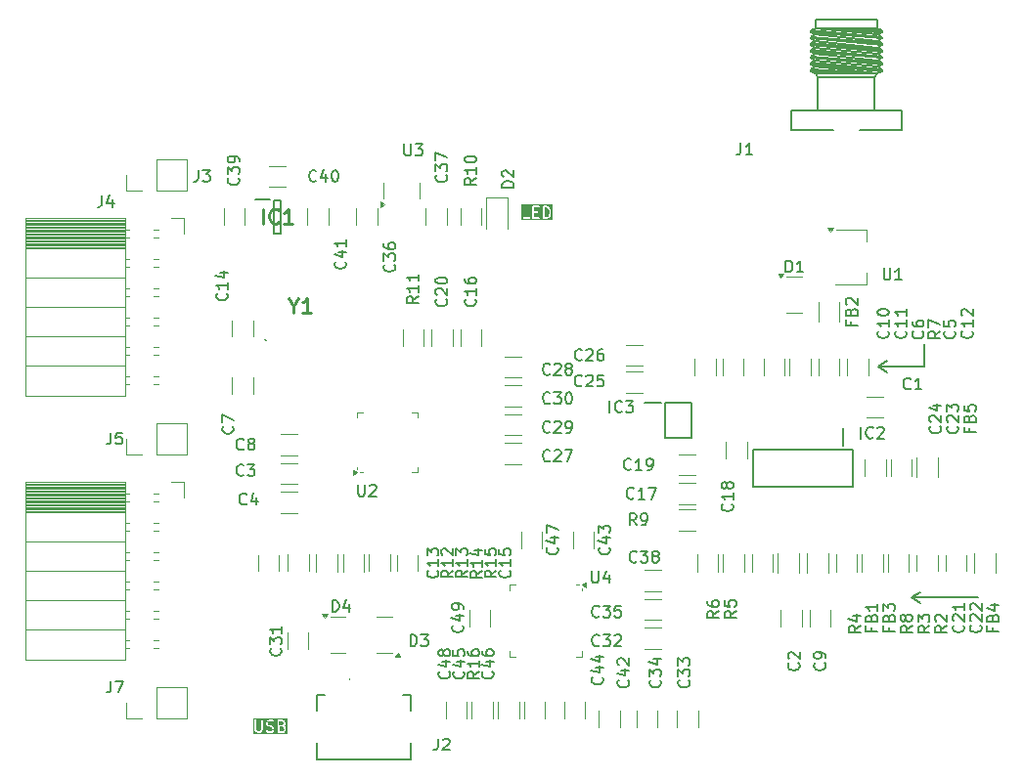
<source format=gbr>
%TF.GenerationSoftware,KiCad,Pcbnew,8.0.3*%
%TF.CreationDate,2024-07-17T08:28:56+07:00*%
%TF.ProjectId,msi_SDR_ADC,6d73695f-5344-4525-9f41-44432e6b6963,R0.1*%
%TF.SameCoordinates,PX72ade90PY75c75e0*%
%TF.FileFunction,Legend,Top*%
%TF.FilePolarity,Positive*%
%FSLAX46Y46*%
G04 Gerber Fmt 4.6, Leading zero omitted, Abs format (unit mm)*
G04 Created by KiCad (PCBNEW 8.0.3) date 2024-07-17 08:28:56*
%MOMM*%
%LPD*%
G01*
G04 APERTURE LIST*
%ADD10C,0.150000*%
%ADD11C,0.254000*%
%ADD12C,0.120000*%
%ADD13C,0.200000*%
%ADD14C,0.100000*%
G04 APERTURE END LIST*
D10*
X73750000Y33500000D02*
X74500000Y34000000D01*
X77750000Y33500000D02*
X73750000Y33500000D01*
X76625000Y13500000D02*
X77375000Y13000000D01*
X76625000Y13500000D02*
X77375000Y14000000D01*
X77750000Y35500000D02*
X77750000Y33500000D01*
X82375000Y13500000D02*
X76625000Y13500000D01*
X73750000Y33500000D02*
X74500000Y33000000D01*
G36*
X45140013Y47268710D02*
G01*
X45214222Y47195920D01*
X45252913Y47120785D01*
X45297531Y46947355D01*
X45298673Y46822583D01*
X45256647Y46649460D01*
X45217922Y46569650D01*
X45143645Y46493924D01*
X45030566Y46455133D01*
X44875959Y46454251D01*
X44874750Y47305602D01*
X45023417Y47306449D01*
X45140013Y47268710D01*
G37*
G36*
X45558604Y46194070D02*
G01*
X42900668Y46194070D01*
X42900668Y47380181D01*
X43011779Y47380181D01*
X43013220Y46365549D01*
X43024419Y46338513D01*
X43045111Y46317821D01*
X43072147Y46306622D01*
X43086779Y46305181D01*
X43577601Y46306622D01*
X43604637Y46317821D01*
X43625329Y46338513D01*
X43636528Y46365549D01*
X43636528Y46394813D01*
X43625329Y46421849D01*
X43604637Y46442541D01*
X43577601Y46453740D01*
X43562969Y46455181D01*
X43161674Y46454003D01*
X43160359Y47380181D01*
X43821303Y47380181D01*
X43822744Y46365549D01*
X43833943Y46338513D01*
X43854635Y46317821D01*
X43881671Y46306622D01*
X43896303Y46305181D01*
X44387125Y46306622D01*
X44414161Y46317821D01*
X44434853Y46338513D01*
X44446052Y46365549D01*
X44446052Y46394813D01*
X44434853Y46421849D01*
X44414161Y46442541D01*
X44387125Y46453740D01*
X44372493Y46455181D01*
X43971198Y46454003D01*
X43970665Y46829299D01*
X44244268Y46830432D01*
X44271304Y46841631D01*
X44291996Y46862323D01*
X44303195Y46889359D01*
X44303195Y46918623D01*
X44291996Y46945659D01*
X44271304Y46966351D01*
X44244268Y46977550D01*
X44229636Y46978991D01*
X43970454Y46977918D01*
X43969988Y47305398D01*
X44387125Y47306622D01*
X44414161Y47317821D01*
X44434853Y47338513D01*
X44446052Y47365549D01*
X44446052Y47380181D01*
X44726065Y47380181D01*
X44727506Y46365549D01*
X44738705Y46338513D01*
X44759397Y46317821D01*
X44786433Y46306622D01*
X44801065Y46305181D01*
X45037834Y46306532D01*
X45048540Y46305770D01*
X45052248Y46306614D01*
X45053792Y46306622D01*
X45055623Y46307381D01*
X45062877Y46309030D01*
X45194667Y46354241D01*
X45196649Y46354241D01*
X45206201Y46358198D01*
X45219159Y46362643D01*
X45221194Y46364409D01*
X45223685Y46365440D01*
X45235050Y46374767D01*
X45328982Y46470532D01*
X45336505Y46477055D01*
X45338517Y46480252D01*
X45339616Y46481372D01*
X45340373Y46483202D01*
X45344337Y46489498D01*
X45388605Y46580731D01*
X45392688Y46586241D01*
X45396623Y46597257D01*
X45397211Y46598467D01*
X45397249Y46599008D01*
X45397635Y46600087D01*
X45442875Y46786453D01*
X45446052Y46794121D01*
X45446949Y46803236D01*
X45447404Y46805107D01*
X45447241Y46806200D01*
X45447493Y46808753D01*
X45446225Y46947333D01*
X45447404Y46955256D01*
X45446069Y46964281D01*
X45446052Y46966242D01*
X45445629Y46967264D01*
X45445254Y46969800D01*
X45397736Y47154499D01*
X45397211Y47161896D01*
X45393007Y47172879D01*
X45392688Y47174122D01*
X45392365Y47174558D01*
X45391956Y47175627D01*
X45343267Y47270177D01*
X45339616Y47278992D01*
X45337231Y47281898D01*
X45336505Y47283308D01*
X45335008Y47284607D01*
X45330288Y47290357D01*
X45242117Y47376842D01*
X45241266Y47378545D01*
X45233623Y47385174D01*
X45223685Y47394922D01*
X45221194Y47395954D01*
X45219159Y47397719D01*
X45205734Y47403713D01*
X45063155Y47449862D01*
X45053792Y47453740D01*
X45050026Y47454111D01*
X45048540Y47454592D01*
X45046565Y47454452D01*
X45039160Y47455181D01*
X44786433Y47453740D01*
X44759397Y47442541D01*
X44738705Y47421849D01*
X44727506Y47394813D01*
X44726065Y47380181D01*
X44446052Y47380181D01*
X44446052Y47394813D01*
X44434853Y47421849D01*
X44414161Y47442541D01*
X44387125Y47453740D01*
X44372493Y47455181D01*
X43881671Y47453740D01*
X43854635Y47442541D01*
X43833943Y47421849D01*
X43822744Y47394813D01*
X43821303Y47380181D01*
X43160359Y47380181D01*
X43160338Y47394813D01*
X43149139Y47421849D01*
X43128447Y47442541D01*
X43101411Y47453740D01*
X43072147Y47453740D01*
X43045111Y47442541D01*
X43024419Y47421849D01*
X43013220Y47394813D01*
X43011779Y47380181D01*
X42900668Y47380181D01*
X42900668Y47566292D01*
X45558604Y47566292D01*
X45558604Y46194070D01*
G37*
G36*
X22271231Y2292434D02*
G01*
X22297892Y2266695D01*
X22333350Y2197838D01*
X22334335Y2090206D01*
X22301155Y2021825D01*
X22270909Y1990496D01*
X22202222Y1955125D01*
X21911674Y1954067D01*
X21911141Y2329299D01*
X22154225Y2330306D01*
X22271231Y2292434D01*
G37*
G36*
X22218946Y2773129D02*
G01*
X22250273Y2742885D01*
X22285795Y2673904D01*
X22286584Y2613743D01*
X22253536Y2545634D01*
X22223291Y2514306D01*
X22154588Y2478927D01*
X21910930Y2477918D01*
X21910464Y2805487D01*
X22150214Y2806480D01*
X22218946Y2773129D01*
G37*
G36*
X22594318Y1694070D02*
G01*
X19650668Y1694070D01*
X19650668Y2880181D01*
X19761779Y2880181D01*
X19763173Y2082457D01*
X19762368Y2080039D01*
X19763198Y2068352D01*
X19763220Y2056026D01*
X19764251Y2053537D01*
X19764442Y2050849D01*
X19769697Y2037117D01*
X19818387Y1942565D01*
X19822037Y1933753D01*
X19824420Y1930849D01*
X19825148Y1929436D01*
X19826646Y1928137D01*
X19831364Y1922388D01*
X19880399Y1875047D01*
X19886033Y1868550D01*
X19889178Y1866571D01*
X19890349Y1865440D01*
X19892176Y1864683D01*
X19898476Y1860718D01*
X19984365Y1819043D01*
X19985587Y1817821D01*
X19994446Y1814152D01*
X20007445Y1807844D01*
X20010134Y1807653D01*
X20012623Y1806622D01*
X20027255Y1805181D01*
X20206342Y1806440D01*
X20208350Y1805770D01*
X20219022Y1806529D01*
X20232363Y1806622D01*
X20234852Y1807654D01*
X20237540Y1807844D01*
X20251272Y1813099D01*
X20345826Y1861791D01*
X20354637Y1865440D01*
X20357539Y1867823D01*
X20358953Y1868550D01*
X20360253Y1870050D01*
X20366003Y1874768D01*
X20413344Y1923805D01*
X20419838Y1929436D01*
X20421817Y1932582D01*
X20422949Y1933753D01*
X20423706Y1935583D01*
X20427670Y1941879D01*
X20469345Y2027769D01*
X20470567Y2028990D01*
X20474236Y2037850D01*
X20480544Y2050848D01*
X20480735Y2053538D01*
X20481766Y2056026D01*
X20483207Y2070658D01*
X20482125Y2689705D01*
X20761779Y2689705D01*
X20762884Y2605399D01*
X20762368Y2603848D01*
X20763026Y2594579D01*
X20763220Y2579835D01*
X20764251Y2577346D01*
X20764442Y2574658D01*
X20769697Y2560926D01*
X20818389Y2466370D01*
X20822038Y2457561D01*
X20824420Y2454659D01*
X20825148Y2453245D01*
X20826646Y2451946D01*
X20831365Y2446196D01*
X20880400Y2398855D01*
X20886033Y2392360D01*
X20889178Y2390381D01*
X20890349Y2389250D01*
X20892176Y2388493D01*
X20898476Y2384528D01*
X20989708Y2340260D01*
X20995219Y2336177D01*
X21006234Y2332242D01*
X21007445Y2331654D01*
X21007985Y2331616D01*
X21009065Y2331230D01*
X21186548Y2288146D01*
X21266565Y2249320D01*
X21297892Y2219076D01*
X21333414Y2150095D01*
X21334203Y2089934D01*
X21301155Y2021825D01*
X21270909Y1990496D01*
X21202159Y1955093D01*
X20995378Y1953914D01*
X20846159Y2002211D01*
X20816969Y2000136D01*
X20790796Y1987050D01*
X20771622Y1964943D01*
X20762368Y1937180D01*
X20764443Y1907990D01*
X20777529Y1881817D01*
X20799636Y1862643D01*
X20813062Y1856649D01*
X20955643Y1810500D01*
X20965004Y1806622D01*
X20968767Y1806252D01*
X20970255Y1805770D01*
X20972229Y1805911D01*
X20979636Y1805181D01*
X21206240Y1806474D01*
X21208350Y1805770D01*
X21219292Y1806548D01*
X21232363Y1806622D01*
X21234852Y1807654D01*
X21237540Y1807844D01*
X21251272Y1813099D01*
X21345826Y1861791D01*
X21354637Y1865440D01*
X21357539Y1867823D01*
X21358953Y1868550D01*
X21360253Y1870050D01*
X21366003Y1874768D01*
X21413344Y1923805D01*
X21419838Y1929436D01*
X21421817Y1932582D01*
X21422949Y1933753D01*
X21423706Y1935583D01*
X21427670Y1941879D01*
X21469345Y2027769D01*
X21470567Y2028990D01*
X21474236Y2037850D01*
X21480544Y2050848D01*
X21480735Y2053538D01*
X21481766Y2056026D01*
X21483207Y2070658D01*
X21482101Y2154966D01*
X21482618Y2156516D01*
X21481959Y2165787D01*
X21481766Y2180528D01*
X21480735Y2183017D01*
X21480544Y2185706D01*
X21475289Y2199437D01*
X21426597Y2293992D01*
X21422948Y2302802D01*
X21420565Y2305705D01*
X21419838Y2307118D01*
X21418339Y2308418D01*
X21413621Y2314167D01*
X21364585Y2361509D01*
X21358953Y2368003D01*
X21355807Y2369983D01*
X21354637Y2371113D01*
X21352809Y2371871D01*
X21346510Y2375835D01*
X21255278Y2420102D01*
X21249767Y2424186D01*
X21238747Y2428124D01*
X21237540Y2428709D01*
X21237000Y2428748D01*
X21235921Y2429133D01*
X21058437Y2472218D01*
X20978421Y2511043D01*
X20947093Y2541288D01*
X20911571Y2610269D01*
X20910782Y2670430D01*
X20943831Y2738540D01*
X20974075Y2769867D01*
X21042826Y2805270D01*
X21249607Y2806449D01*
X21398826Y2758151D01*
X21428016Y2760226D01*
X21454190Y2773312D01*
X21473364Y2795420D01*
X21482618Y2823182D01*
X21480543Y2852372D01*
X21467456Y2878545D01*
X21465570Y2880181D01*
X21761779Y2880181D01*
X21763220Y1865549D01*
X21774419Y1838513D01*
X21795111Y1817821D01*
X21822147Y1806622D01*
X21836779Y1805181D01*
X22206081Y1806527D01*
X22208350Y1805770D01*
X22219691Y1806576D01*
X22232363Y1806622D01*
X22234852Y1807654D01*
X22237540Y1807844D01*
X22251272Y1813099D01*
X22345826Y1861791D01*
X22354637Y1865440D01*
X22357539Y1867823D01*
X22358953Y1868550D01*
X22360253Y1870050D01*
X22366003Y1874768D01*
X22413344Y1923805D01*
X22419838Y1929436D01*
X22421817Y1932582D01*
X22422949Y1933753D01*
X22423706Y1935583D01*
X22427670Y1941879D01*
X22469345Y2027769D01*
X22470567Y2028990D01*
X22474236Y2037850D01*
X22480544Y2050848D01*
X22480735Y2053538D01*
X22481766Y2056026D01*
X22483207Y2070658D01*
X22482002Y2202289D01*
X22482618Y2204135D01*
X22481892Y2214350D01*
X22481766Y2228147D01*
X22480735Y2230636D01*
X22480544Y2233325D01*
X22475289Y2247056D01*
X22426597Y2341611D01*
X22422948Y2350421D01*
X22420565Y2353324D01*
X22419838Y2354737D01*
X22418339Y2356037D01*
X22413621Y2361786D01*
X22372794Y2401202D01*
X22372218Y2402355D01*
X22366138Y2407629D01*
X22354637Y2418732D01*
X22352146Y2419764D01*
X22350111Y2421529D01*
X22343424Y2424515D01*
X22365724Y2447613D01*
X22372219Y2453245D01*
X22374198Y2456391D01*
X22375329Y2457561D01*
X22376086Y2459389D01*
X22380051Y2465688D01*
X22421726Y2551578D01*
X22422948Y2552799D01*
X22426617Y2561659D01*
X22432925Y2574657D01*
X22433116Y2577347D01*
X22434147Y2579835D01*
X22435588Y2594467D01*
X22434482Y2678775D01*
X22434999Y2680325D01*
X22434340Y2689596D01*
X22434147Y2704337D01*
X22433116Y2706826D01*
X22432925Y2709515D01*
X22427670Y2723246D01*
X22378978Y2817801D01*
X22375329Y2826611D01*
X22372946Y2829514D01*
X22372219Y2830927D01*
X22370720Y2832227D01*
X22366002Y2837976D01*
X22316966Y2885318D01*
X22311334Y2891812D01*
X22308188Y2893792D01*
X22307018Y2894922D01*
X22305190Y2895680D01*
X22298891Y2899644D01*
X22213002Y2941319D01*
X22211780Y2942541D01*
X22202914Y2946214D01*
X22189921Y2952518D01*
X22187233Y2952709D01*
X22184744Y2953740D01*
X22170112Y2955181D01*
X21822147Y2953740D01*
X21795111Y2942541D01*
X21774419Y2921849D01*
X21763220Y2894813D01*
X21761779Y2880181D01*
X21465570Y2880181D01*
X21445349Y2897719D01*
X21431924Y2903713D01*
X21289345Y2949862D01*
X21279982Y2953740D01*
X21276216Y2954111D01*
X21274730Y2954592D01*
X21272755Y2954452D01*
X21265350Y2955181D01*
X21038744Y2953889D01*
X21036635Y2954592D01*
X21025692Y2953815D01*
X21012623Y2953740D01*
X21010134Y2952710D01*
X21007445Y2952518D01*
X20993714Y2947263D01*
X20899159Y2898572D01*
X20890349Y2894922D01*
X20887446Y2892540D01*
X20886033Y2891812D01*
X20884733Y2890314D01*
X20878984Y2885595D01*
X20831642Y2836560D01*
X20825148Y2830927D01*
X20823168Y2827782D01*
X20822038Y2826611D01*
X20821280Y2824784D01*
X20817316Y2818484D01*
X20775641Y2732596D01*
X20774419Y2731373D01*
X20770746Y2722508D01*
X20764442Y2709514D01*
X20764251Y2706827D01*
X20763220Y2704337D01*
X20761779Y2689705D01*
X20482125Y2689705D01*
X20481766Y2894813D01*
X20470567Y2921849D01*
X20449875Y2942541D01*
X20422839Y2953740D01*
X20393575Y2953740D01*
X20366539Y2942541D01*
X20345847Y2921849D01*
X20334648Y2894813D01*
X20333207Y2880181D01*
X20334587Y2090726D01*
X20301155Y2021825D01*
X20270909Y1990496D01*
X20202119Y1955072D01*
X20046950Y1953982D01*
X19978421Y1987233D01*
X19947094Y2017479D01*
X19911751Y2086110D01*
X19910338Y2894813D01*
X19899139Y2921849D01*
X19878447Y2942541D01*
X19851411Y2953740D01*
X19822147Y2953740D01*
X19795111Y2942541D01*
X19774419Y2921849D01*
X19763220Y2894813D01*
X19761779Y2880181D01*
X19650668Y2880181D01*
X19650668Y3066292D01*
X22594318Y3066292D01*
X22594318Y1694070D01*
G37*
X35609580Y15857143D02*
X35657200Y15809524D01*
X35657200Y15809524D02*
X35704819Y15666667D01*
X35704819Y15666667D02*
X35704819Y15571429D01*
X35704819Y15571429D02*
X35657200Y15428572D01*
X35657200Y15428572D02*
X35561961Y15333334D01*
X35561961Y15333334D02*
X35466723Y15285715D01*
X35466723Y15285715D02*
X35276247Y15238096D01*
X35276247Y15238096D02*
X35133390Y15238096D01*
X35133390Y15238096D02*
X34942914Y15285715D01*
X34942914Y15285715D02*
X34847676Y15333334D01*
X34847676Y15333334D02*
X34752438Y15428572D01*
X34752438Y15428572D02*
X34704819Y15571429D01*
X34704819Y15571429D02*
X34704819Y15666667D01*
X34704819Y15666667D02*
X34752438Y15809524D01*
X34752438Y15809524D02*
X34800057Y15857143D01*
X35704819Y16809524D02*
X35704819Y16238096D01*
X35704819Y16523810D02*
X34704819Y16523810D01*
X34704819Y16523810D02*
X34847676Y16428572D01*
X34847676Y16428572D02*
X34942914Y16333334D01*
X34942914Y16333334D02*
X34990533Y16238096D01*
X34704819Y17142858D02*
X34704819Y17761905D01*
X34704819Y17761905D02*
X35085771Y17428572D01*
X35085771Y17428572D02*
X35085771Y17571429D01*
X35085771Y17571429D02*
X35133390Y17666667D01*
X35133390Y17666667D02*
X35181009Y17714286D01*
X35181009Y17714286D02*
X35276247Y17761905D01*
X35276247Y17761905D02*
X35514342Y17761905D01*
X35514342Y17761905D02*
X35609580Y17714286D01*
X35609580Y17714286D02*
X35657200Y17666667D01*
X35657200Y17666667D02*
X35704819Y17571429D01*
X35704819Y17571429D02*
X35704819Y17285715D01*
X35704819Y17285715D02*
X35657200Y17190477D01*
X35657200Y17190477D02*
X35609580Y17142858D01*
X69109580Y7833334D02*
X69157200Y7785715D01*
X69157200Y7785715D02*
X69204819Y7642858D01*
X69204819Y7642858D02*
X69204819Y7547620D01*
X69204819Y7547620D02*
X69157200Y7404763D01*
X69157200Y7404763D02*
X69061961Y7309525D01*
X69061961Y7309525D02*
X68966723Y7261906D01*
X68966723Y7261906D02*
X68776247Y7214287D01*
X68776247Y7214287D02*
X68633390Y7214287D01*
X68633390Y7214287D02*
X68442914Y7261906D01*
X68442914Y7261906D02*
X68347676Y7309525D01*
X68347676Y7309525D02*
X68252438Y7404763D01*
X68252438Y7404763D02*
X68204819Y7547620D01*
X68204819Y7547620D02*
X68204819Y7642858D01*
X68204819Y7642858D02*
X68252438Y7785715D01*
X68252438Y7785715D02*
X68300057Y7833334D01*
X69204819Y8309525D02*
X69204819Y8500001D01*
X69204819Y8500001D02*
X69157200Y8595239D01*
X69157200Y8595239D02*
X69109580Y8642858D01*
X69109580Y8642858D02*
X68966723Y8738096D01*
X68966723Y8738096D02*
X68776247Y8785715D01*
X68776247Y8785715D02*
X68395295Y8785715D01*
X68395295Y8785715D02*
X68300057Y8738096D01*
X68300057Y8738096D02*
X68252438Y8690477D01*
X68252438Y8690477D02*
X68204819Y8595239D01*
X68204819Y8595239D02*
X68204819Y8404763D01*
X68204819Y8404763D02*
X68252438Y8309525D01*
X68252438Y8309525D02*
X68300057Y8261906D01*
X68300057Y8261906D02*
X68395295Y8214287D01*
X68395295Y8214287D02*
X68633390Y8214287D01*
X68633390Y8214287D02*
X68728628Y8261906D01*
X68728628Y8261906D02*
X68776247Y8309525D01*
X68776247Y8309525D02*
X68823866Y8404763D01*
X68823866Y8404763D02*
X68823866Y8595239D01*
X68823866Y8595239D02*
X68776247Y8690477D01*
X68776247Y8690477D02*
X68728628Y8738096D01*
X68728628Y8738096D02*
X68633390Y8785715D01*
X45357142Y27890420D02*
X45309523Y27842800D01*
X45309523Y27842800D02*
X45166666Y27795181D01*
X45166666Y27795181D02*
X45071428Y27795181D01*
X45071428Y27795181D02*
X44928571Y27842800D01*
X44928571Y27842800D02*
X44833333Y27938039D01*
X44833333Y27938039D02*
X44785714Y28033277D01*
X44785714Y28033277D02*
X44738095Y28223753D01*
X44738095Y28223753D02*
X44738095Y28366610D01*
X44738095Y28366610D02*
X44785714Y28557086D01*
X44785714Y28557086D02*
X44833333Y28652324D01*
X44833333Y28652324D02*
X44928571Y28747562D01*
X44928571Y28747562D02*
X45071428Y28795181D01*
X45071428Y28795181D02*
X45166666Y28795181D01*
X45166666Y28795181D02*
X45309523Y28747562D01*
X45309523Y28747562D02*
X45357142Y28699943D01*
X45738095Y28699943D02*
X45785714Y28747562D01*
X45785714Y28747562D02*
X45880952Y28795181D01*
X45880952Y28795181D02*
X46119047Y28795181D01*
X46119047Y28795181D02*
X46214285Y28747562D01*
X46214285Y28747562D02*
X46261904Y28699943D01*
X46261904Y28699943D02*
X46309523Y28604705D01*
X46309523Y28604705D02*
X46309523Y28509467D01*
X46309523Y28509467D02*
X46261904Y28366610D01*
X46261904Y28366610D02*
X45690476Y27795181D01*
X45690476Y27795181D02*
X46309523Y27795181D01*
X46785714Y27795181D02*
X46976190Y27795181D01*
X46976190Y27795181D02*
X47071428Y27842800D01*
X47071428Y27842800D02*
X47119047Y27890420D01*
X47119047Y27890420D02*
X47214285Y28033277D01*
X47214285Y28033277D02*
X47261904Y28223753D01*
X47261904Y28223753D02*
X47261904Y28604705D01*
X47261904Y28604705D02*
X47214285Y28699943D01*
X47214285Y28699943D02*
X47166666Y28747562D01*
X47166666Y28747562D02*
X47071428Y28795181D01*
X47071428Y28795181D02*
X46880952Y28795181D01*
X46880952Y28795181D02*
X46785714Y28747562D01*
X46785714Y28747562D02*
X46738095Y28699943D01*
X46738095Y28699943D02*
X46690476Y28604705D01*
X46690476Y28604705D02*
X46690476Y28366610D01*
X46690476Y28366610D02*
X46738095Y28271372D01*
X46738095Y28271372D02*
X46785714Y28223753D01*
X46785714Y28223753D02*
X46880952Y28176134D01*
X46880952Y28176134D02*
X47071428Y28176134D01*
X47071428Y28176134D02*
X47166666Y28223753D01*
X47166666Y28223753D02*
X47214285Y28271372D01*
X47214285Y28271372D02*
X47261904Y28366610D01*
X37859580Y7107143D02*
X37907200Y7059524D01*
X37907200Y7059524D02*
X37954819Y6916667D01*
X37954819Y6916667D02*
X37954819Y6821429D01*
X37954819Y6821429D02*
X37907200Y6678572D01*
X37907200Y6678572D02*
X37811961Y6583334D01*
X37811961Y6583334D02*
X37716723Y6535715D01*
X37716723Y6535715D02*
X37526247Y6488096D01*
X37526247Y6488096D02*
X37383390Y6488096D01*
X37383390Y6488096D02*
X37192914Y6535715D01*
X37192914Y6535715D02*
X37097676Y6583334D01*
X37097676Y6583334D02*
X37002438Y6678572D01*
X37002438Y6678572D02*
X36954819Y6821429D01*
X36954819Y6821429D02*
X36954819Y6916667D01*
X36954819Y6916667D02*
X37002438Y7059524D01*
X37002438Y7059524D02*
X37050057Y7107143D01*
X37288152Y7964286D02*
X37954819Y7964286D01*
X36907200Y7726191D02*
X37621485Y7488096D01*
X37621485Y7488096D02*
X37621485Y8107143D01*
X36954819Y8964286D02*
X36954819Y8488096D01*
X36954819Y8488096D02*
X37431009Y8440477D01*
X37431009Y8440477D02*
X37383390Y8488096D01*
X37383390Y8488096D02*
X37335771Y8583334D01*
X37335771Y8583334D02*
X37335771Y8821429D01*
X37335771Y8821429D02*
X37383390Y8916667D01*
X37383390Y8916667D02*
X37431009Y8964286D01*
X37431009Y8964286D02*
X37526247Y9011905D01*
X37526247Y9011905D02*
X37764342Y9011905D01*
X37764342Y9011905D02*
X37859580Y8964286D01*
X37859580Y8964286D02*
X37907200Y8916667D01*
X37907200Y8916667D02*
X37954819Y8821429D01*
X37954819Y8821429D02*
X37954819Y8583334D01*
X37954819Y8583334D02*
X37907200Y8488096D01*
X37907200Y8488096D02*
X37859580Y8440477D01*
X81109580Y11107143D02*
X81157200Y11059524D01*
X81157200Y11059524D02*
X81204819Y10916667D01*
X81204819Y10916667D02*
X81204819Y10821429D01*
X81204819Y10821429D02*
X81157200Y10678572D01*
X81157200Y10678572D02*
X81061961Y10583334D01*
X81061961Y10583334D02*
X80966723Y10535715D01*
X80966723Y10535715D02*
X80776247Y10488096D01*
X80776247Y10488096D02*
X80633390Y10488096D01*
X80633390Y10488096D02*
X80442914Y10535715D01*
X80442914Y10535715D02*
X80347676Y10583334D01*
X80347676Y10583334D02*
X80252438Y10678572D01*
X80252438Y10678572D02*
X80204819Y10821429D01*
X80204819Y10821429D02*
X80204819Y10916667D01*
X80204819Y10916667D02*
X80252438Y11059524D01*
X80252438Y11059524D02*
X80300057Y11107143D01*
X80300057Y11488096D02*
X80252438Y11535715D01*
X80252438Y11535715D02*
X80204819Y11630953D01*
X80204819Y11630953D02*
X80204819Y11869048D01*
X80204819Y11869048D02*
X80252438Y11964286D01*
X80252438Y11964286D02*
X80300057Y12011905D01*
X80300057Y12011905D02*
X80395295Y12059524D01*
X80395295Y12059524D02*
X80490533Y12059524D01*
X80490533Y12059524D02*
X80633390Y12011905D01*
X80633390Y12011905D02*
X81204819Y11440477D01*
X81204819Y11440477D02*
X81204819Y12059524D01*
X81204819Y13011905D02*
X81204819Y12440477D01*
X81204819Y12726191D02*
X80204819Y12726191D01*
X80204819Y12726191D02*
X80347676Y12630953D01*
X80347676Y12630953D02*
X80442914Y12535715D01*
X80442914Y12535715D02*
X80490533Y12440477D01*
X6556666Y48345181D02*
X6556666Y47630896D01*
X6556666Y47630896D02*
X6509047Y47488039D01*
X6509047Y47488039D02*
X6413809Y47392800D01*
X6413809Y47392800D02*
X6270952Y47345181D01*
X6270952Y47345181D02*
X6175714Y47345181D01*
X7461428Y48011848D02*
X7461428Y47345181D01*
X7223333Y48392800D02*
X6985238Y47678515D01*
X6985238Y47678515D02*
X7604285Y47678515D01*
X45357142Y25390420D02*
X45309523Y25342800D01*
X45309523Y25342800D02*
X45166666Y25295181D01*
X45166666Y25295181D02*
X45071428Y25295181D01*
X45071428Y25295181D02*
X44928571Y25342800D01*
X44928571Y25342800D02*
X44833333Y25438039D01*
X44833333Y25438039D02*
X44785714Y25533277D01*
X44785714Y25533277D02*
X44738095Y25723753D01*
X44738095Y25723753D02*
X44738095Y25866610D01*
X44738095Y25866610D02*
X44785714Y26057086D01*
X44785714Y26057086D02*
X44833333Y26152324D01*
X44833333Y26152324D02*
X44928571Y26247562D01*
X44928571Y26247562D02*
X45071428Y26295181D01*
X45071428Y26295181D02*
X45166666Y26295181D01*
X45166666Y26295181D02*
X45309523Y26247562D01*
X45309523Y26247562D02*
X45357142Y26199943D01*
X45738095Y26199943D02*
X45785714Y26247562D01*
X45785714Y26247562D02*
X45880952Y26295181D01*
X45880952Y26295181D02*
X46119047Y26295181D01*
X46119047Y26295181D02*
X46214285Y26247562D01*
X46214285Y26247562D02*
X46261904Y26199943D01*
X46261904Y26199943D02*
X46309523Y26104705D01*
X46309523Y26104705D02*
X46309523Y26009467D01*
X46309523Y26009467D02*
X46261904Y25866610D01*
X46261904Y25866610D02*
X45690476Y25295181D01*
X45690476Y25295181D02*
X46309523Y25295181D01*
X46642857Y26295181D02*
X47309523Y26295181D01*
X47309523Y26295181D02*
X46880952Y25295181D01*
X48107142Y34140420D02*
X48059523Y34092800D01*
X48059523Y34092800D02*
X47916666Y34045181D01*
X47916666Y34045181D02*
X47821428Y34045181D01*
X47821428Y34045181D02*
X47678571Y34092800D01*
X47678571Y34092800D02*
X47583333Y34188039D01*
X47583333Y34188039D02*
X47535714Y34283277D01*
X47535714Y34283277D02*
X47488095Y34473753D01*
X47488095Y34473753D02*
X47488095Y34616610D01*
X47488095Y34616610D02*
X47535714Y34807086D01*
X47535714Y34807086D02*
X47583333Y34902324D01*
X47583333Y34902324D02*
X47678571Y34997562D01*
X47678571Y34997562D02*
X47821428Y35045181D01*
X47821428Y35045181D02*
X47916666Y35045181D01*
X47916666Y35045181D02*
X48059523Y34997562D01*
X48059523Y34997562D02*
X48107142Y34949943D01*
X48488095Y34949943D02*
X48535714Y34997562D01*
X48535714Y34997562D02*
X48630952Y35045181D01*
X48630952Y35045181D02*
X48869047Y35045181D01*
X48869047Y35045181D02*
X48964285Y34997562D01*
X48964285Y34997562D02*
X49011904Y34949943D01*
X49011904Y34949943D02*
X49059523Y34854705D01*
X49059523Y34854705D02*
X49059523Y34759467D01*
X49059523Y34759467D02*
X49011904Y34616610D01*
X49011904Y34616610D02*
X48440476Y34045181D01*
X48440476Y34045181D02*
X49059523Y34045181D01*
X49916666Y35045181D02*
X49726190Y35045181D01*
X49726190Y35045181D02*
X49630952Y34997562D01*
X49630952Y34997562D02*
X49583333Y34949943D01*
X49583333Y34949943D02*
X49488095Y34807086D01*
X49488095Y34807086D02*
X49440476Y34616610D01*
X49440476Y34616610D02*
X49440476Y34235658D01*
X49440476Y34235658D02*
X49488095Y34140420D01*
X49488095Y34140420D02*
X49535714Y34092800D01*
X49535714Y34092800D02*
X49630952Y34045181D01*
X49630952Y34045181D02*
X49821428Y34045181D01*
X49821428Y34045181D02*
X49916666Y34092800D01*
X49916666Y34092800D02*
X49964285Y34140420D01*
X49964285Y34140420D02*
X50011904Y34235658D01*
X50011904Y34235658D02*
X50011904Y34473753D01*
X50011904Y34473753D02*
X49964285Y34568991D01*
X49964285Y34568991D02*
X49916666Y34616610D01*
X49916666Y34616610D02*
X49821428Y34664229D01*
X49821428Y34664229D02*
X49630952Y34664229D01*
X49630952Y34664229D02*
X49535714Y34616610D01*
X49535714Y34616610D02*
X49488095Y34568991D01*
X49488095Y34568991D02*
X49440476Y34473753D01*
X48107142Y31890420D02*
X48059523Y31842800D01*
X48059523Y31842800D02*
X47916666Y31795181D01*
X47916666Y31795181D02*
X47821428Y31795181D01*
X47821428Y31795181D02*
X47678571Y31842800D01*
X47678571Y31842800D02*
X47583333Y31938039D01*
X47583333Y31938039D02*
X47535714Y32033277D01*
X47535714Y32033277D02*
X47488095Y32223753D01*
X47488095Y32223753D02*
X47488095Y32366610D01*
X47488095Y32366610D02*
X47535714Y32557086D01*
X47535714Y32557086D02*
X47583333Y32652324D01*
X47583333Y32652324D02*
X47678571Y32747562D01*
X47678571Y32747562D02*
X47821428Y32795181D01*
X47821428Y32795181D02*
X47916666Y32795181D01*
X47916666Y32795181D02*
X48059523Y32747562D01*
X48059523Y32747562D02*
X48107142Y32699943D01*
X48488095Y32699943D02*
X48535714Y32747562D01*
X48535714Y32747562D02*
X48630952Y32795181D01*
X48630952Y32795181D02*
X48869047Y32795181D01*
X48869047Y32795181D02*
X48964285Y32747562D01*
X48964285Y32747562D02*
X49011904Y32699943D01*
X49011904Y32699943D02*
X49059523Y32604705D01*
X49059523Y32604705D02*
X49059523Y32509467D01*
X49059523Y32509467D02*
X49011904Y32366610D01*
X49011904Y32366610D02*
X48440476Y31795181D01*
X48440476Y31795181D02*
X49059523Y31795181D01*
X49964285Y32795181D02*
X49488095Y32795181D01*
X49488095Y32795181D02*
X49440476Y32318991D01*
X49440476Y32318991D02*
X49488095Y32366610D01*
X49488095Y32366610D02*
X49583333Y32414229D01*
X49583333Y32414229D02*
X49821428Y32414229D01*
X49821428Y32414229D02*
X49916666Y32366610D01*
X49916666Y32366610D02*
X49964285Y32318991D01*
X49964285Y32318991D02*
X50011904Y32223753D01*
X50011904Y32223753D02*
X50011904Y31985658D01*
X50011904Y31985658D02*
X49964285Y31890420D01*
X49964285Y31890420D02*
X49916666Y31842800D01*
X49916666Y31842800D02*
X49821428Y31795181D01*
X49821428Y31795181D02*
X49583333Y31795181D01*
X49583333Y31795181D02*
X49488095Y31842800D01*
X49488095Y31842800D02*
X49440476Y31890420D01*
X72273810Y27295181D02*
X72273810Y28295181D01*
X73321428Y27390420D02*
X73273809Y27342800D01*
X73273809Y27342800D02*
X73130952Y27295181D01*
X73130952Y27295181D02*
X73035714Y27295181D01*
X73035714Y27295181D02*
X72892857Y27342800D01*
X72892857Y27342800D02*
X72797619Y27438039D01*
X72797619Y27438039D02*
X72750000Y27533277D01*
X72750000Y27533277D02*
X72702381Y27723753D01*
X72702381Y27723753D02*
X72702381Y27866610D01*
X72702381Y27866610D02*
X72750000Y28057086D01*
X72750000Y28057086D02*
X72797619Y28152324D01*
X72797619Y28152324D02*
X72892857Y28247562D01*
X72892857Y28247562D02*
X73035714Y28295181D01*
X73035714Y28295181D02*
X73130952Y28295181D01*
X73130952Y28295181D02*
X73273809Y28247562D01*
X73273809Y28247562D02*
X73321428Y28199943D01*
X73702381Y28199943D02*
X73750000Y28247562D01*
X73750000Y28247562D02*
X73845238Y28295181D01*
X73845238Y28295181D02*
X74083333Y28295181D01*
X74083333Y28295181D02*
X74178571Y28247562D01*
X74178571Y28247562D02*
X74226190Y28199943D01*
X74226190Y28199943D02*
X74273809Y28104705D01*
X74273809Y28104705D02*
X74273809Y28009467D01*
X74273809Y28009467D02*
X74226190Y27866610D01*
X74226190Y27866610D02*
X73654762Y27295181D01*
X73654762Y27295181D02*
X74273809Y27295181D01*
X18833333Y24140420D02*
X18785714Y24092800D01*
X18785714Y24092800D02*
X18642857Y24045181D01*
X18642857Y24045181D02*
X18547619Y24045181D01*
X18547619Y24045181D02*
X18404762Y24092800D01*
X18404762Y24092800D02*
X18309524Y24188039D01*
X18309524Y24188039D02*
X18261905Y24283277D01*
X18261905Y24283277D02*
X18214286Y24473753D01*
X18214286Y24473753D02*
X18214286Y24616610D01*
X18214286Y24616610D02*
X18261905Y24807086D01*
X18261905Y24807086D02*
X18309524Y24902324D01*
X18309524Y24902324D02*
X18404762Y24997562D01*
X18404762Y24997562D02*
X18547619Y25045181D01*
X18547619Y25045181D02*
X18642857Y25045181D01*
X18642857Y25045181D02*
X18785714Y24997562D01*
X18785714Y24997562D02*
X18833333Y24949943D01*
X19166667Y25045181D02*
X19785714Y25045181D01*
X19785714Y25045181D02*
X19452381Y24664229D01*
X19452381Y24664229D02*
X19595238Y24664229D01*
X19595238Y24664229D02*
X19690476Y24616610D01*
X19690476Y24616610D02*
X19738095Y24568991D01*
X19738095Y24568991D02*
X19785714Y24473753D01*
X19785714Y24473753D02*
X19785714Y24235658D01*
X19785714Y24235658D02*
X19738095Y24140420D01*
X19738095Y24140420D02*
X19690476Y24092800D01*
X19690476Y24092800D02*
X19595238Y24045181D01*
X19595238Y24045181D02*
X19309524Y24045181D01*
X19309524Y24045181D02*
X19214286Y24092800D01*
X19214286Y24092800D02*
X19166667Y24140420D01*
X79124819Y36583334D02*
X78648628Y36250001D01*
X79124819Y36011906D02*
X78124819Y36011906D01*
X78124819Y36011906D02*
X78124819Y36392858D01*
X78124819Y36392858D02*
X78172438Y36488096D01*
X78172438Y36488096D02*
X78220057Y36535715D01*
X78220057Y36535715D02*
X78315295Y36583334D01*
X78315295Y36583334D02*
X78458152Y36583334D01*
X78458152Y36583334D02*
X78553390Y36535715D01*
X78553390Y36535715D02*
X78601009Y36488096D01*
X78601009Y36488096D02*
X78648628Y36392858D01*
X78648628Y36392858D02*
X78648628Y36011906D01*
X78124819Y36916668D02*
X78124819Y37583334D01*
X78124819Y37583334D02*
X79124819Y37154763D01*
X17859580Y28333334D02*
X17907200Y28285715D01*
X17907200Y28285715D02*
X17954819Y28142858D01*
X17954819Y28142858D02*
X17954819Y28047620D01*
X17954819Y28047620D02*
X17907200Y27904763D01*
X17907200Y27904763D02*
X17811961Y27809525D01*
X17811961Y27809525D02*
X17716723Y27761906D01*
X17716723Y27761906D02*
X17526247Y27714287D01*
X17526247Y27714287D02*
X17383390Y27714287D01*
X17383390Y27714287D02*
X17192914Y27761906D01*
X17192914Y27761906D02*
X17097676Y27809525D01*
X17097676Y27809525D02*
X17002438Y27904763D01*
X17002438Y27904763D02*
X16954819Y28047620D01*
X16954819Y28047620D02*
X16954819Y28142858D01*
X16954819Y28142858D02*
X17002438Y28285715D01*
X17002438Y28285715D02*
X17050057Y28333334D01*
X16954819Y28666668D02*
X16954819Y29333334D01*
X16954819Y29333334D02*
X17954819Y28904763D01*
X25107142Y49640420D02*
X25059523Y49592800D01*
X25059523Y49592800D02*
X24916666Y49545181D01*
X24916666Y49545181D02*
X24821428Y49545181D01*
X24821428Y49545181D02*
X24678571Y49592800D01*
X24678571Y49592800D02*
X24583333Y49688039D01*
X24583333Y49688039D02*
X24535714Y49783277D01*
X24535714Y49783277D02*
X24488095Y49973753D01*
X24488095Y49973753D02*
X24488095Y50116610D01*
X24488095Y50116610D02*
X24535714Y50307086D01*
X24535714Y50307086D02*
X24583333Y50402324D01*
X24583333Y50402324D02*
X24678571Y50497562D01*
X24678571Y50497562D02*
X24821428Y50545181D01*
X24821428Y50545181D02*
X24916666Y50545181D01*
X24916666Y50545181D02*
X25059523Y50497562D01*
X25059523Y50497562D02*
X25107142Y50449943D01*
X25964285Y50211848D02*
X25964285Y49545181D01*
X25726190Y50592800D02*
X25488095Y49878515D01*
X25488095Y49878515D02*
X26107142Y49878515D01*
X26678571Y50545181D02*
X26773809Y50545181D01*
X26773809Y50545181D02*
X26869047Y50497562D01*
X26869047Y50497562D02*
X26916666Y50449943D01*
X26916666Y50449943D02*
X26964285Y50354705D01*
X26964285Y50354705D02*
X27011904Y50164229D01*
X27011904Y50164229D02*
X27011904Y49926134D01*
X27011904Y49926134D02*
X26964285Y49735658D01*
X26964285Y49735658D02*
X26916666Y49640420D01*
X26916666Y49640420D02*
X26869047Y49592800D01*
X26869047Y49592800D02*
X26773809Y49545181D01*
X26773809Y49545181D02*
X26678571Y49545181D01*
X26678571Y49545181D02*
X26583333Y49592800D01*
X26583333Y49592800D02*
X26535714Y49640420D01*
X26535714Y49640420D02*
X26488095Y49735658D01*
X26488095Y49735658D02*
X26440476Y49926134D01*
X26440476Y49926134D02*
X26440476Y50164229D01*
X26440476Y50164229D02*
X26488095Y50354705D01*
X26488095Y50354705D02*
X26535714Y50449943D01*
X26535714Y50449943D02*
X26583333Y50497562D01*
X26583333Y50497562D02*
X26678571Y50545181D01*
X14916666Y50545181D02*
X14916666Y49830896D01*
X14916666Y49830896D02*
X14869047Y49688039D01*
X14869047Y49688039D02*
X14773809Y49592800D01*
X14773809Y49592800D02*
X14630952Y49545181D01*
X14630952Y49545181D02*
X14535714Y49545181D01*
X15297619Y50545181D02*
X15916666Y50545181D01*
X15916666Y50545181D02*
X15583333Y50164229D01*
X15583333Y50164229D02*
X15726190Y50164229D01*
X15726190Y50164229D02*
X15821428Y50116610D01*
X15821428Y50116610D02*
X15869047Y50068991D01*
X15869047Y50068991D02*
X15916666Y49973753D01*
X15916666Y49973753D02*
X15916666Y49735658D01*
X15916666Y49735658D02*
X15869047Y49640420D01*
X15869047Y49640420D02*
X15821428Y49592800D01*
X15821428Y49592800D02*
X15726190Y49545181D01*
X15726190Y49545181D02*
X15440476Y49545181D01*
X15440476Y49545181D02*
X15345238Y49592800D01*
X15345238Y49592800D02*
X15297619Y49640420D01*
X45959580Y17857143D02*
X46007200Y17809524D01*
X46007200Y17809524D02*
X46054819Y17666667D01*
X46054819Y17666667D02*
X46054819Y17571429D01*
X46054819Y17571429D02*
X46007200Y17428572D01*
X46007200Y17428572D02*
X45911961Y17333334D01*
X45911961Y17333334D02*
X45816723Y17285715D01*
X45816723Y17285715D02*
X45626247Y17238096D01*
X45626247Y17238096D02*
X45483390Y17238096D01*
X45483390Y17238096D02*
X45292914Y17285715D01*
X45292914Y17285715D02*
X45197676Y17333334D01*
X45197676Y17333334D02*
X45102438Y17428572D01*
X45102438Y17428572D02*
X45054819Y17571429D01*
X45054819Y17571429D02*
X45054819Y17666667D01*
X45054819Y17666667D02*
X45102438Y17809524D01*
X45102438Y17809524D02*
X45150057Y17857143D01*
X45388152Y18714286D02*
X46054819Y18714286D01*
X45007200Y18476191D02*
X45721485Y18238096D01*
X45721485Y18238096D02*
X45721485Y18857143D01*
X45054819Y19142858D02*
X45054819Y19809524D01*
X45054819Y19809524D02*
X46054819Y19380953D01*
X54859580Y6357143D02*
X54907200Y6309524D01*
X54907200Y6309524D02*
X54954819Y6166667D01*
X54954819Y6166667D02*
X54954819Y6071429D01*
X54954819Y6071429D02*
X54907200Y5928572D01*
X54907200Y5928572D02*
X54811961Y5833334D01*
X54811961Y5833334D02*
X54716723Y5785715D01*
X54716723Y5785715D02*
X54526247Y5738096D01*
X54526247Y5738096D02*
X54383390Y5738096D01*
X54383390Y5738096D02*
X54192914Y5785715D01*
X54192914Y5785715D02*
X54097676Y5833334D01*
X54097676Y5833334D02*
X54002438Y5928572D01*
X54002438Y5928572D02*
X53954819Y6071429D01*
X53954819Y6071429D02*
X53954819Y6166667D01*
X53954819Y6166667D02*
X54002438Y6309524D01*
X54002438Y6309524D02*
X54050057Y6357143D01*
X53954819Y6690477D02*
X53954819Y7309524D01*
X53954819Y7309524D02*
X54335771Y6976191D01*
X54335771Y6976191D02*
X54335771Y7119048D01*
X54335771Y7119048D02*
X54383390Y7214286D01*
X54383390Y7214286D02*
X54431009Y7261905D01*
X54431009Y7261905D02*
X54526247Y7309524D01*
X54526247Y7309524D02*
X54764342Y7309524D01*
X54764342Y7309524D02*
X54859580Y7261905D01*
X54859580Y7261905D02*
X54907200Y7214286D01*
X54907200Y7214286D02*
X54954819Y7119048D01*
X54954819Y7119048D02*
X54954819Y6833334D01*
X54954819Y6833334D02*
X54907200Y6738096D01*
X54907200Y6738096D02*
X54859580Y6690477D01*
X54288152Y8166667D02*
X54954819Y8166667D01*
X53907200Y7928572D02*
X54621485Y7690477D01*
X54621485Y7690477D02*
X54621485Y8309524D01*
X41859580Y15857143D02*
X41907200Y15809524D01*
X41907200Y15809524D02*
X41954819Y15666667D01*
X41954819Y15666667D02*
X41954819Y15571429D01*
X41954819Y15571429D02*
X41907200Y15428572D01*
X41907200Y15428572D02*
X41811961Y15333334D01*
X41811961Y15333334D02*
X41716723Y15285715D01*
X41716723Y15285715D02*
X41526247Y15238096D01*
X41526247Y15238096D02*
X41383390Y15238096D01*
X41383390Y15238096D02*
X41192914Y15285715D01*
X41192914Y15285715D02*
X41097676Y15333334D01*
X41097676Y15333334D02*
X41002438Y15428572D01*
X41002438Y15428572D02*
X40954819Y15571429D01*
X40954819Y15571429D02*
X40954819Y15666667D01*
X40954819Y15666667D02*
X41002438Y15809524D01*
X41002438Y15809524D02*
X41050057Y15857143D01*
X41954819Y16809524D02*
X41954819Y16238096D01*
X41954819Y16523810D02*
X40954819Y16523810D01*
X40954819Y16523810D02*
X41097676Y16428572D01*
X41097676Y16428572D02*
X41192914Y16333334D01*
X41192914Y16333334D02*
X41240533Y16238096D01*
X40954819Y17714286D02*
X40954819Y17238096D01*
X40954819Y17238096D02*
X41431009Y17190477D01*
X41431009Y17190477D02*
X41383390Y17238096D01*
X41383390Y17238096D02*
X41335771Y17333334D01*
X41335771Y17333334D02*
X41335771Y17571429D01*
X41335771Y17571429D02*
X41383390Y17666667D01*
X41383390Y17666667D02*
X41431009Y17714286D01*
X41431009Y17714286D02*
X41526247Y17761905D01*
X41526247Y17761905D02*
X41764342Y17761905D01*
X41764342Y17761905D02*
X41859580Y17714286D01*
X41859580Y17714286D02*
X41907200Y17666667D01*
X41907200Y17666667D02*
X41954819Y17571429D01*
X41954819Y17571429D02*
X41954819Y17333334D01*
X41954819Y17333334D02*
X41907200Y17238096D01*
X41907200Y17238096D02*
X41859580Y17190477D01*
X26511905Y12295181D02*
X26511905Y13295181D01*
X26511905Y13295181D02*
X26750000Y13295181D01*
X26750000Y13295181D02*
X26892857Y13247562D01*
X26892857Y13247562D02*
X26988095Y13152324D01*
X26988095Y13152324D02*
X27035714Y13057086D01*
X27035714Y13057086D02*
X27083333Y12866610D01*
X27083333Y12866610D02*
X27083333Y12723753D01*
X27083333Y12723753D02*
X27035714Y12533277D01*
X27035714Y12533277D02*
X26988095Y12438039D01*
X26988095Y12438039D02*
X26892857Y12342800D01*
X26892857Y12342800D02*
X26750000Y12295181D01*
X26750000Y12295181D02*
X26511905Y12295181D01*
X27940476Y12961848D02*
X27940476Y12295181D01*
X27702381Y13342800D02*
X27464286Y12628515D01*
X27464286Y12628515D02*
X28083333Y12628515D01*
X49607142Y11890420D02*
X49559523Y11842800D01*
X49559523Y11842800D02*
X49416666Y11795181D01*
X49416666Y11795181D02*
X49321428Y11795181D01*
X49321428Y11795181D02*
X49178571Y11842800D01*
X49178571Y11842800D02*
X49083333Y11938039D01*
X49083333Y11938039D02*
X49035714Y12033277D01*
X49035714Y12033277D02*
X48988095Y12223753D01*
X48988095Y12223753D02*
X48988095Y12366610D01*
X48988095Y12366610D02*
X49035714Y12557086D01*
X49035714Y12557086D02*
X49083333Y12652324D01*
X49083333Y12652324D02*
X49178571Y12747562D01*
X49178571Y12747562D02*
X49321428Y12795181D01*
X49321428Y12795181D02*
X49416666Y12795181D01*
X49416666Y12795181D02*
X49559523Y12747562D01*
X49559523Y12747562D02*
X49607142Y12699943D01*
X49940476Y12795181D02*
X50559523Y12795181D01*
X50559523Y12795181D02*
X50226190Y12414229D01*
X50226190Y12414229D02*
X50369047Y12414229D01*
X50369047Y12414229D02*
X50464285Y12366610D01*
X50464285Y12366610D02*
X50511904Y12318991D01*
X50511904Y12318991D02*
X50559523Y12223753D01*
X50559523Y12223753D02*
X50559523Y11985658D01*
X50559523Y11985658D02*
X50511904Y11890420D01*
X50511904Y11890420D02*
X50464285Y11842800D01*
X50464285Y11842800D02*
X50369047Y11795181D01*
X50369047Y11795181D02*
X50083333Y11795181D01*
X50083333Y11795181D02*
X49988095Y11842800D01*
X49988095Y11842800D02*
X49940476Y11890420D01*
X51464285Y12795181D02*
X50988095Y12795181D01*
X50988095Y12795181D02*
X50940476Y12318991D01*
X50940476Y12318991D02*
X50988095Y12366610D01*
X50988095Y12366610D02*
X51083333Y12414229D01*
X51083333Y12414229D02*
X51321428Y12414229D01*
X51321428Y12414229D02*
X51416666Y12366610D01*
X51416666Y12366610D02*
X51464285Y12318991D01*
X51464285Y12318991D02*
X51511904Y12223753D01*
X51511904Y12223753D02*
X51511904Y11985658D01*
X51511904Y11985658D02*
X51464285Y11890420D01*
X51464285Y11890420D02*
X51416666Y11842800D01*
X51416666Y11842800D02*
X51321428Y11795181D01*
X51321428Y11795181D02*
X51083333Y11795181D01*
X51083333Y11795181D02*
X50988095Y11842800D01*
X50988095Y11842800D02*
X50940476Y11890420D01*
X48988095Y15795181D02*
X48988095Y14985658D01*
X48988095Y14985658D02*
X49035714Y14890420D01*
X49035714Y14890420D02*
X49083333Y14842800D01*
X49083333Y14842800D02*
X49178571Y14795181D01*
X49178571Y14795181D02*
X49369047Y14795181D01*
X49369047Y14795181D02*
X49464285Y14842800D01*
X49464285Y14842800D02*
X49511904Y14890420D01*
X49511904Y14890420D02*
X49559523Y14985658D01*
X49559523Y14985658D02*
X49559523Y15795181D01*
X50464285Y15461848D02*
X50464285Y14795181D01*
X50226190Y15842800D02*
X49988095Y15128515D01*
X49988095Y15128515D02*
X50607142Y15128515D01*
X39204819Y7107143D02*
X38728628Y6773810D01*
X39204819Y6535715D02*
X38204819Y6535715D01*
X38204819Y6535715D02*
X38204819Y6916667D01*
X38204819Y6916667D02*
X38252438Y7011905D01*
X38252438Y7011905D02*
X38300057Y7059524D01*
X38300057Y7059524D02*
X38395295Y7107143D01*
X38395295Y7107143D02*
X38538152Y7107143D01*
X38538152Y7107143D02*
X38633390Y7059524D01*
X38633390Y7059524D02*
X38681009Y7011905D01*
X38681009Y7011905D02*
X38728628Y6916667D01*
X38728628Y6916667D02*
X38728628Y6535715D01*
X39204819Y8059524D02*
X39204819Y7488096D01*
X39204819Y7773810D02*
X38204819Y7773810D01*
X38204819Y7773810D02*
X38347676Y7678572D01*
X38347676Y7678572D02*
X38442914Y7583334D01*
X38442914Y7583334D02*
X38490533Y7488096D01*
X38204819Y8916667D02*
X38204819Y8726191D01*
X38204819Y8726191D02*
X38252438Y8630953D01*
X38252438Y8630953D02*
X38300057Y8583334D01*
X38300057Y8583334D02*
X38442914Y8488096D01*
X38442914Y8488096D02*
X38633390Y8440477D01*
X38633390Y8440477D02*
X39014342Y8440477D01*
X39014342Y8440477D02*
X39109580Y8488096D01*
X39109580Y8488096D02*
X39157200Y8535715D01*
X39157200Y8535715D02*
X39204819Y8630953D01*
X39204819Y8630953D02*
X39204819Y8821429D01*
X39204819Y8821429D02*
X39157200Y8916667D01*
X39157200Y8916667D02*
X39109580Y8964286D01*
X39109580Y8964286D02*
X39014342Y9011905D01*
X39014342Y9011905D02*
X38776247Y9011905D01*
X38776247Y9011905D02*
X38681009Y8964286D01*
X38681009Y8964286D02*
X38633390Y8916667D01*
X38633390Y8916667D02*
X38585771Y8821429D01*
X38585771Y8821429D02*
X38585771Y8630953D01*
X38585771Y8630953D02*
X38633390Y8535715D01*
X38633390Y8535715D02*
X38681009Y8488096D01*
X38681009Y8488096D02*
X38776247Y8440477D01*
X78204819Y11083334D02*
X77728628Y10750001D01*
X78204819Y10511906D02*
X77204819Y10511906D01*
X77204819Y10511906D02*
X77204819Y10892858D01*
X77204819Y10892858D02*
X77252438Y10988096D01*
X77252438Y10988096D02*
X77300057Y11035715D01*
X77300057Y11035715D02*
X77395295Y11083334D01*
X77395295Y11083334D02*
X77538152Y11083334D01*
X77538152Y11083334D02*
X77633390Y11035715D01*
X77633390Y11035715D02*
X77681009Y10988096D01*
X77681009Y10988096D02*
X77728628Y10892858D01*
X77728628Y10892858D02*
X77728628Y10511906D01*
X77204819Y11416668D02*
X77204819Y12035715D01*
X77204819Y12035715D02*
X77585771Y11702382D01*
X77585771Y11702382D02*
X77585771Y11845239D01*
X77585771Y11845239D02*
X77633390Y11940477D01*
X77633390Y11940477D02*
X77681009Y11988096D01*
X77681009Y11988096D02*
X77776247Y12035715D01*
X77776247Y12035715D02*
X78014342Y12035715D01*
X78014342Y12035715D02*
X78109580Y11988096D01*
X78109580Y11988096D02*
X78157200Y11940477D01*
X78157200Y11940477D02*
X78204819Y11845239D01*
X78204819Y11845239D02*
X78204819Y11559525D01*
X78204819Y11559525D02*
X78157200Y11464287D01*
X78157200Y11464287D02*
X78109580Y11416668D01*
X83681009Y10916667D02*
X83681009Y10583334D01*
X84204819Y10583334D02*
X83204819Y10583334D01*
X83204819Y10583334D02*
X83204819Y11059524D01*
X83681009Y11773810D02*
X83728628Y11916667D01*
X83728628Y11916667D02*
X83776247Y11964286D01*
X83776247Y11964286D02*
X83871485Y12011905D01*
X83871485Y12011905D02*
X84014342Y12011905D01*
X84014342Y12011905D02*
X84109580Y11964286D01*
X84109580Y11964286D02*
X84157200Y11916667D01*
X84157200Y11916667D02*
X84204819Y11821429D01*
X84204819Y11821429D02*
X84204819Y11440477D01*
X84204819Y11440477D02*
X83204819Y11440477D01*
X83204819Y11440477D02*
X83204819Y11773810D01*
X83204819Y11773810D02*
X83252438Y11869048D01*
X83252438Y11869048D02*
X83300057Y11916667D01*
X83300057Y11916667D02*
X83395295Y11964286D01*
X83395295Y11964286D02*
X83490533Y11964286D01*
X83490533Y11964286D02*
X83585771Y11916667D01*
X83585771Y11916667D02*
X83633390Y11869048D01*
X83633390Y11869048D02*
X83681009Y11773810D01*
X83681009Y11773810D02*
X83681009Y11440477D01*
X83538152Y12869048D02*
X84204819Y12869048D01*
X83157200Y12630953D02*
X83871485Y12392858D01*
X83871485Y12392858D02*
X83871485Y13011905D01*
X65761905Y41695181D02*
X65761905Y42695181D01*
X65761905Y42695181D02*
X66000000Y42695181D01*
X66000000Y42695181D02*
X66142857Y42647562D01*
X66142857Y42647562D02*
X66238095Y42552324D01*
X66238095Y42552324D02*
X66285714Y42457086D01*
X66285714Y42457086D02*
X66333333Y42266610D01*
X66333333Y42266610D02*
X66333333Y42123753D01*
X66333333Y42123753D02*
X66285714Y41933277D01*
X66285714Y41933277D02*
X66238095Y41838039D01*
X66238095Y41838039D02*
X66142857Y41742800D01*
X66142857Y41742800D02*
X66000000Y41695181D01*
X66000000Y41695181D02*
X65761905Y41695181D01*
X67285714Y41695181D02*
X66714286Y41695181D01*
X67000000Y41695181D02*
X67000000Y42695181D01*
X67000000Y42695181D02*
X66904762Y42552324D01*
X66904762Y42552324D02*
X66809524Y42457086D01*
X66809524Y42457086D02*
X66714286Y42409467D01*
X36359580Y39357143D02*
X36407200Y39309524D01*
X36407200Y39309524D02*
X36454819Y39166667D01*
X36454819Y39166667D02*
X36454819Y39071429D01*
X36454819Y39071429D02*
X36407200Y38928572D01*
X36407200Y38928572D02*
X36311961Y38833334D01*
X36311961Y38833334D02*
X36216723Y38785715D01*
X36216723Y38785715D02*
X36026247Y38738096D01*
X36026247Y38738096D02*
X35883390Y38738096D01*
X35883390Y38738096D02*
X35692914Y38785715D01*
X35692914Y38785715D02*
X35597676Y38833334D01*
X35597676Y38833334D02*
X35502438Y38928572D01*
X35502438Y38928572D02*
X35454819Y39071429D01*
X35454819Y39071429D02*
X35454819Y39166667D01*
X35454819Y39166667D02*
X35502438Y39309524D01*
X35502438Y39309524D02*
X35550057Y39357143D01*
X35550057Y39738096D02*
X35502438Y39785715D01*
X35502438Y39785715D02*
X35454819Y39880953D01*
X35454819Y39880953D02*
X35454819Y40119048D01*
X35454819Y40119048D02*
X35502438Y40214286D01*
X35502438Y40214286D02*
X35550057Y40261905D01*
X35550057Y40261905D02*
X35645295Y40309524D01*
X35645295Y40309524D02*
X35740533Y40309524D01*
X35740533Y40309524D02*
X35883390Y40261905D01*
X35883390Y40261905D02*
X36454819Y39690477D01*
X36454819Y39690477D02*
X36454819Y40309524D01*
X35454819Y40928572D02*
X35454819Y41023810D01*
X35454819Y41023810D02*
X35502438Y41119048D01*
X35502438Y41119048D02*
X35550057Y41166667D01*
X35550057Y41166667D02*
X35645295Y41214286D01*
X35645295Y41214286D02*
X35835771Y41261905D01*
X35835771Y41261905D02*
X36073866Y41261905D01*
X36073866Y41261905D02*
X36264342Y41214286D01*
X36264342Y41214286D02*
X36359580Y41166667D01*
X36359580Y41166667D02*
X36407200Y41119048D01*
X36407200Y41119048D02*
X36454819Y41023810D01*
X36454819Y41023810D02*
X36454819Y40928572D01*
X36454819Y40928572D02*
X36407200Y40833334D01*
X36407200Y40833334D02*
X36359580Y40785715D01*
X36359580Y40785715D02*
X36264342Y40738096D01*
X36264342Y40738096D02*
X36073866Y40690477D01*
X36073866Y40690477D02*
X35835771Y40690477D01*
X35835771Y40690477D02*
X35645295Y40738096D01*
X35645295Y40738096D02*
X35550057Y40785715D01*
X35550057Y40785715D02*
X35502438Y40833334D01*
X35502438Y40833334D02*
X35454819Y40928572D01*
X81681009Y28166667D02*
X81681009Y27833334D01*
X82204819Y27833334D02*
X81204819Y27833334D01*
X81204819Y27833334D02*
X81204819Y28309524D01*
X81681009Y29023810D02*
X81728628Y29166667D01*
X81728628Y29166667D02*
X81776247Y29214286D01*
X81776247Y29214286D02*
X81871485Y29261905D01*
X81871485Y29261905D02*
X82014342Y29261905D01*
X82014342Y29261905D02*
X82109580Y29214286D01*
X82109580Y29214286D02*
X82157200Y29166667D01*
X82157200Y29166667D02*
X82204819Y29071429D01*
X82204819Y29071429D02*
X82204819Y28690477D01*
X82204819Y28690477D02*
X81204819Y28690477D01*
X81204819Y28690477D02*
X81204819Y29023810D01*
X81204819Y29023810D02*
X81252438Y29119048D01*
X81252438Y29119048D02*
X81300057Y29166667D01*
X81300057Y29166667D02*
X81395295Y29214286D01*
X81395295Y29214286D02*
X81490533Y29214286D01*
X81490533Y29214286D02*
X81585771Y29166667D01*
X81585771Y29166667D02*
X81633390Y29119048D01*
X81633390Y29119048D02*
X81681009Y29023810D01*
X81681009Y29023810D02*
X81681009Y28690477D01*
X81204819Y30166667D02*
X81204819Y29690477D01*
X81204819Y29690477D02*
X81681009Y29642858D01*
X81681009Y29642858D02*
X81633390Y29690477D01*
X81633390Y29690477D02*
X81585771Y29785715D01*
X81585771Y29785715D02*
X81585771Y30023810D01*
X81585771Y30023810D02*
X81633390Y30119048D01*
X81633390Y30119048D02*
X81681009Y30166667D01*
X81681009Y30166667D02*
X81776247Y30214286D01*
X81776247Y30214286D02*
X82014342Y30214286D01*
X82014342Y30214286D02*
X82109580Y30166667D01*
X82109580Y30166667D02*
X82157200Y30119048D01*
X82157200Y30119048D02*
X82204819Y30023810D01*
X82204819Y30023810D02*
X82204819Y29785715D01*
X82204819Y29785715D02*
X82157200Y29690477D01*
X82157200Y29690477D02*
X82109580Y29642858D01*
X18833333Y26390420D02*
X18785714Y26342800D01*
X18785714Y26342800D02*
X18642857Y26295181D01*
X18642857Y26295181D02*
X18547619Y26295181D01*
X18547619Y26295181D02*
X18404762Y26342800D01*
X18404762Y26342800D02*
X18309524Y26438039D01*
X18309524Y26438039D02*
X18261905Y26533277D01*
X18261905Y26533277D02*
X18214286Y26723753D01*
X18214286Y26723753D02*
X18214286Y26866610D01*
X18214286Y26866610D02*
X18261905Y27057086D01*
X18261905Y27057086D02*
X18309524Y27152324D01*
X18309524Y27152324D02*
X18404762Y27247562D01*
X18404762Y27247562D02*
X18547619Y27295181D01*
X18547619Y27295181D02*
X18642857Y27295181D01*
X18642857Y27295181D02*
X18785714Y27247562D01*
X18785714Y27247562D02*
X18833333Y27199943D01*
X19404762Y26866610D02*
X19309524Y26914229D01*
X19309524Y26914229D02*
X19261905Y26961848D01*
X19261905Y26961848D02*
X19214286Y27057086D01*
X19214286Y27057086D02*
X19214286Y27104705D01*
X19214286Y27104705D02*
X19261905Y27199943D01*
X19261905Y27199943D02*
X19309524Y27247562D01*
X19309524Y27247562D02*
X19404762Y27295181D01*
X19404762Y27295181D02*
X19595238Y27295181D01*
X19595238Y27295181D02*
X19690476Y27247562D01*
X19690476Y27247562D02*
X19738095Y27199943D01*
X19738095Y27199943D02*
X19785714Y27104705D01*
X19785714Y27104705D02*
X19785714Y27057086D01*
X19785714Y27057086D02*
X19738095Y26961848D01*
X19738095Y26961848D02*
X19690476Y26914229D01*
X19690476Y26914229D02*
X19595238Y26866610D01*
X19595238Y26866610D02*
X19404762Y26866610D01*
X19404762Y26866610D02*
X19309524Y26818991D01*
X19309524Y26818991D02*
X19261905Y26771372D01*
X19261905Y26771372D02*
X19214286Y26676134D01*
X19214286Y26676134D02*
X19214286Y26485658D01*
X19214286Y26485658D02*
X19261905Y26390420D01*
X19261905Y26390420D02*
X19309524Y26342800D01*
X19309524Y26342800D02*
X19404762Y26295181D01*
X19404762Y26295181D02*
X19595238Y26295181D01*
X19595238Y26295181D02*
X19690476Y26342800D01*
X19690476Y26342800D02*
X19738095Y26390420D01*
X19738095Y26390420D02*
X19785714Y26485658D01*
X19785714Y26485658D02*
X19785714Y26676134D01*
X19785714Y26676134D02*
X19738095Y26771372D01*
X19738095Y26771372D02*
X19690476Y26818991D01*
X19690476Y26818991D02*
X19595238Y26866610D01*
X35666666Y1295181D02*
X35666666Y580896D01*
X35666666Y580896D02*
X35619047Y438039D01*
X35619047Y438039D02*
X35523809Y342800D01*
X35523809Y342800D02*
X35380952Y295181D01*
X35380952Y295181D02*
X35285714Y295181D01*
X36095238Y1199943D02*
X36142857Y1247562D01*
X36142857Y1247562D02*
X36238095Y1295181D01*
X36238095Y1295181D02*
X36476190Y1295181D01*
X36476190Y1295181D02*
X36571428Y1247562D01*
X36571428Y1247562D02*
X36619047Y1199943D01*
X36619047Y1199943D02*
X36666666Y1104705D01*
X36666666Y1104705D02*
X36666666Y1009467D01*
X36666666Y1009467D02*
X36619047Y866610D01*
X36619047Y866610D02*
X36047619Y295181D01*
X36047619Y295181D02*
X36666666Y295181D01*
X32738095Y52795181D02*
X32738095Y51985658D01*
X32738095Y51985658D02*
X32785714Y51890420D01*
X32785714Y51890420D02*
X32833333Y51842800D01*
X32833333Y51842800D02*
X32928571Y51795181D01*
X32928571Y51795181D02*
X33119047Y51795181D01*
X33119047Y51795181D02*
X33214285Y51842800D01*
X33214285Y51842800D02*
X33261904Y51890420D01*
X33261904Y51890420D02*
X33309523Y51985658D01*
X33309523Y51985658D02*
X33309523Y52795181D01*
X33690476Y52795181D02*
X34309523Y52795181D01*
X34309523Y52795181D02*
X33976190Y52414229D01*
X33976190Y52414229D02*
X34119047Y52414229D01*
X34119047Y52414229D02*
X34214285Y52366610D01*
X34214285Y52366610D02*
X34261904Y52318991D01*
X34261904Y52318991D02*
X34309523Y52223753D01*
X34309523Y52223753D02*
X34309523Y51985658D01*
X34309523Y51985658D02*
X34261904Y51890420D01*
X34261904Y51890420D02*
X34214285Y51842800D01*
X34214285Y51842800D02*
X34119047Y51795181D01*
X34119047Y51795181D02*
X33833333Y51795181D01*
X33833333Y51795181D02*
X33738095Y51842800D01*
X33738095Y51842800D02*
X33690476Y51890420D01*
X52833333Y19795181D02*
X52500000Y20271372D01*
X52261905Y19795181D02*
X52261905Y20795181D01*
X52261905Y20795181D02*
X52642857Y20795181D01*
X52642857Y20795181D02*
X52738095Y20747562D01*
X52738095Y20747562D02*
X52785714Y20699943D01*
X52785714Y20699943D02*
X52833333Y20604705D01*
X52833333Y20604705D02*
X52833333Y20461848D01*
X52833333Y20461848D02*
X52785714Y20366610D01*
X52785714Y20366610D02*
X52738095Y20318991D01*
X52738095Y20318991D02*
X52642857Y20271372D01*
X52642857Y20271372D02*
X52261905Y20271372D01*
X53309524Y19795181D02*
X53500000Y19795181D01*
X53500000Y19795181D02*
X53595238Y19842800D01*
X53595238Y19842800D02*
X53642857Y19890420D01*
X53642857Y19890420D02*
X53738095Y20033277D01*
X53738095Y20033277D02*
X53785714Y20223753D01*
X53785714Y20223753D02*
X53785714Y20604705D01*
X53785714Y20604705D02*
X53738095Y20699943D01*
X53738095Y20699943D02*
X53690476Y20747562D01*
X53690476Y20747562D02*
X53595238Y20795181D01*
X53595238Y20795181D02*
X53404762Y20795181D01*
X53404762Y20795181D02*
X53309524Y20747562D01*
X53309524Y20747562D02*
X53261905Y20699943D01*
X53261905Y20699943D02*
X53214286Y20604705D01*
X53214286Y20604705D02*
X53214286Y20366610D01*
X53214286Y20366610D02*
X53261905Y20271372D01*
X53261905Y20271372D02*
X53309524Y20223753D01*
X53309524Y20223753D02*
X53404762Y20176134D01*
X53404762Y20176134D02*
X53595238Y20176134D01*
X53595238Y20176134D02*
X53690476Y20223753D01*
X53690476Y20223753D02*
X53738095Y20271372D01*
X53738095Y20271372D02*
X53785714Y20366610D01*
X36609580Y7107143D02*
X36657200Y7059524D01*
X36657200Y7059524D02*
X36704819Y6916667D01*
X36704819Y6916667D02*
X36704819Y6821429D01*
X36704819Y6821429D02*
X36657200Y6678572D01*
X36657200Y6678572D02*
X36561961Y6583334D01*
X36561961Y6583334D02*
X36466723Y6535715D01*
X36466723Y6535715D02*
X36276247Y6488096D01*
X36276247Y6488096D02*
X36133390Y6488096D01*
X36133390Y6488096D02*
X35942914Y6535715D01*
X35942914Y6535715D02*
X35847676Y6583334D01*
X35847676Y6583334D02*
X35752438Y6678572D01*
X35752438Y6678572D02*
X35704819Y6821429D01*
X35704819Y6821429D02*
X35704819Y6916667D01*
X35704819Y6916667D02*
X35752438Y7059524D01*
X35752438Y7059524D02*
X35800057Y7107143D01*
X36038152Y7964286D02*
X36704819Y7964286D01*
X35657200Y7726191D02*
X36371485Y7488096D01*
X36371485Y7488096D02*
X36371485Y8107143D01*
X36133390Y8630953D02*
X36085771Y8535715D01*
X36085771Y8535715D02*
X36038152Y8488096D01*
X36038152Y8488096D02*
X35942914Y8440477D01*
X35942914Y8440477D02*
X35895295Y8440477D01*
X35895295Y8440477D02*
X35800057Y8488096D01*
X35800057Y8488096D02*
X35752438Y8535715D01*
X35752438Y8535715D02*
X35704819Y8630953D01*
X35704819Y8630953D02*
X35704819Y8821429D01*
X35704819Y8821429D02*
X35752438Y8916667D01*
X35752438Y8916667D02*
X35800057Y8964286D01*
X35800057Y8964286D02*
X35895295Y9011905D01*
X35895295Y9011905D02*
X35942914Y9011905D01*
X35942914Y9011905D02*
X36038152Y8964286D01*
X36038152Y8964286D02*
X36085771Y8916667D01*
X36085771Y8916667D02*
X36133390Y8821429D01*
X36133390Y8821429D02*
X36133390Y8630953D01*
X36133390Y8630953D02*
X36181009Y8535715D01*
X36181009Y8535715D02*
X36228628Y8488096D01*
X36228628Y8488096D02*
X36323866Y8440477D01*
X36323866Y8440477D02*
X36514342Y8440477D01*
X36514342Y8440477D02*
X36609580Y8488096D01*
X36609580Y8488096D02*
X36657200Y8535715D01*
X36657200Y8535715D02*
X36704819Y8630953D01*
X36704819Y8630953D02*
X36704819Y8821429D01*
X36704819Y8821429D02*
X36657200Y8916667D01*
X36657200Y8916667D02*
X36609580Y8964286D01*
X36609580Y8964286D02*
X36514342Y9011905D01*
X36514342Y9011905D02*
X36323866Y9011905D01*
X36323866Y9011905D02*
X36228628Y8964286D01*
X36228628Y8964286D02*
X36181009Y8916667D01*
X36181009Y8916667D02*
X36133390Y8821429D01*
X42204819Y49011906D02*
X41204819Y49011906D01*
X41204819Y49011906D02*
X41204819Y49250001D01*
X41204819Y49250001D02*
X41252438Y49392858D01*
X41252438Y49392858D02*
X41347676Y49488096D01*
X41347676Y49488096D02*
X41442914Y49535715D01*
X41442914Y49535715D02*
X41633390Y49583334D01*
X41633390Y49583334D02*
X41776247Y49583334D01*
X41776247Y49583334D02*
X41966723Y49535715D01*
X41966723Y49535715D02*
X42061961Y49488096D01*
X42061961Y49488096D02*
X42157200Y49392858D01*
X42157200Y49392858D02*
X42204819Y49250001D01*
X42204819Y49250001D02*
X42204819Y49011906D01*
X41300057Y49964287D02*
X41252438Y50011906D01*
X41252438Y50011906D02*
X41204819Y50107144D01*
X41204819Y50107144D02*
X41204819Y50345239D01*
X41204819Y50345239D02*
X41252438Y50440477D01*
X41252438Y50440477D02*
X41300057Y50488096D01*
X41300057Y50488096D02*
X41395295Y50535715D01*
X41395295Y50535715D02*
X41490533Y50535715D01*
X41490533Y50535715D02*
X41633390Y50488096D01*
X41633390Y50488096D02*
X42204819Y49916668D01*
X42204819Y49916668D02*
X42204819Y50535715D01*
X74681009Y10916667D02*
X74681009Y10583334D01*
X75204819Y10583334D02*
X74204819Y10583334D01*
X74204819Y10583334D02*
X74204819Y11059524D01*
X74681009Y11773810D02*
X74728628Y11916667D01*
X74728628Y11916667D02*
X74776247Y11964286D01*
X74776247Y11964286D02*
X74871485Y12011905D01*
X74871485Y12011905D02*
X75014342Y12011905D01*
X75014342Y12011905D02*
X75109580Y11964286D01*
X75109580Y11964286D02*
X75157200Y11916667D01*
X75157200Y11916667D02*
X75204819Y11821429D01*
X75204819Y11821429D02*
X75204819Y11440477D01*
X75204819Y11440477D02*
X74204819Y11440477D01*
X74204819Y11440477D02*
X74204819Y11773810D01*
X74204819Y11773810D02*
X74252438Y11869048D01*
X74252438Y11869048D02*
X74300057Y11916667D01*
X74300057Y11916667D02*
X74395295Y11964286D01*
X74395295Y11964286D02*
X74490533Y11964286D01*
X74490533Y11964286D02*
X74585771Y11916667D01*
X74585771Y11916667D02*
X74633390Y11869048D01*
X74633390Y11869048D02*
X74681009Y11773810D01*
X74681009Y11773810D02*
X74681009Y11440477D01*
X74204819Y12345239D02*
X74204819Y12964286D01*
X74204819Y12964286D02*
X74585771Y12630953D01*
X74585771Y12630953D02*
X74585771Y12773810D01*
X74585771Y12773810D02*
X74633390Y12869048D01*
X74633390Y12869048D02*
X74681009Y12916667D01*
X74681009Y12916667D02*
X74776247Y12964286D01*
X74776247Y12964286D02*
X75014342Y12964286D01*
X75014342Y12964286D02*
X75109580Y12916667D01*
X75109580Y12916667D02*
X75157200Y12869048D01*
X75157200Y12869048D02*
X75204819Y12773810D01*
X75204819Y12773810D02*
X75204819Y12488096D01*
X75204819Y12488096D02*
X75157200Y12392858D01*
X75157200Y12392858D02*
X75109580Y12345239D01*
X36359580Y50107143D02*
X36407200Y50059524D01*
X36407200Y50059524D02*
X36454819Y49916667D01*
X36454819Y49916667D02*
X36454819Y49821429D01*
X36454819Y49821429D02*
X36407200Y49678572D01*
X36407200Y49678572D02*
X36311961Y49583334D01*
X36311961Y49583334D02*
X36216723Y49535715D01*
X36216723Y49535715D02*
X36026247Y49488096D01*
X36026247Y49488096D02*
X35883390Y49488096D01*
X35883390Y49488096D02*
X35692914Y49535715D01*
X35692914Y49535715D02*
X35597676Y49583334D01*
X35597676Y49583334D02*
X35502438Y49678572D01*
X35502438Y49678572D02*
X35454819Y49821429D01*
X35454819Y49821429D02*
X35454819Y49916667D01*
X35454819Y49916667D02*
X35502438Y50059524D01*
X35502438Y50059524D02*
X35550057Y50107143D01*
X35454819Y50440477D02*
X35454819Y51059524D01*
X35454819Y51059524D02*
X35835771Y50726191D01*
X35835771Y50726191D02*
X35835771Y50869048D01*
X35835771Y50869048D02*
X35883390Y50964286D01*
X35883390Y50964286D02*
X35931009Y51011905D01*
X35931009Y51011905D02*
X36026247Y51059524D01*
X36026247Y51059524D02*
X36264342Y51059524D01*
X36264342Y51059524D02*
X36359580Y51011905D01*
X36359580Y51011905D02*
X36407200Y50964286D01*
X36407200Y50964286D02*
X36454819Y50869048D01*
X36454819Y50869048D02*
X36454819Y50583334D01*
X36454819Y50583334D02*
X36407200Y50488096D01*
X36407200Y50488096D02*
X36359580Y50440477D01*
X35454819Y51392858D02*
X35454819Y52059524D01*
X35454819Y52059524D02*
X36454819Y51630953D01*
X18359580Y49857143D02*
X18407200Y49809524D01*
X18407200Y49809524D02*
X18454819Y49666667D01*
X18454819Y49666667D02*
X18454819Y49571429D01*
X18454819Y49571429D02*
X18407200Y49428572D01*
X18407200Y49428572D02*
X18311961Y49333334D01*
X18311961Y49333334D02*
X18216723Y49285715D01*
X18216723Y49285715D02*
X18026247Y49238096D01*
X18026247Y49238096D02*
X17883390Y49238096D01*
X17883390Y49238096D02*
X17692914Y49285715D01*
X17692914Y49285715D02*
X17597676Y49333334D01*
X17597676Y49333334D02*
X17502438Y49428572D01*
X17502438Y49428572D02*
X17454819Y49571429D01*
X17454819Y49571429D02*
X17454819Y49666667D01*
X17454819Y49666667D02*
X17502438Y49809524D01*
X17502438Y49809524D02*
X17550057Y49857143D01*
X17454819Y50190477D02*
X17454819Y50809524D01*
X17454819Y50809524D02*
X17835771Y50476191D01*
X17835771Y50476191D02*
X17835771Y50619048D01*
X17835771Y50619048D02*
X17883390Y50714286D01*
X17883390Y50714286D02*
X17931009Y50761905D01*
X17931009Y50761905D02*
X18026247Y50809524D01*
X18026247Y50809524D02*
X18264342Y50809524D01*
X18264342Y50809524D02*
X18359580Y50761905D01*
X18359580Y50761905D02*
X18407200Y50714286D01*
X18407200Y50714286D02*
X18454819Y50619048D01*
X18454819Y50619048D02*
X18454819Y50333334D01*
X18454819Y50333334D02*
X18407200Y50238096D01*
X18407200Y50238096D02*
X18359580Y50190477D01*
X18454819Y51285715D02*
X18454819Y51476191D01*
X18454819Y51476191D02*
X18407200Y51571429D01*
X18407200Y51571429D02*
X18359580Y51619048D01*
X18359580Y51619048D02*
X18216723Y51714286D01*
X18216723Y51714286D02*
X18026247Y51761905D01*
X18026247Y51761905D02*
X17645295Y51761905D01*
X17645295Y51761905D02*
X17550057Y51714286D01*
X17550057Y51714286D02*
X17502438Y51666667D01*
X17502438Y51666667D02*
X17454819Y51571429D01*
X17454819Y51571429D02*
X17454819Y51380953D01*
X17454819Y51380953D02*
X17502438Y51285715D01*
X17502438Y51285715D02*
X17550057Y51238096D01*
X17550057Y51238096D02*
X17645295Y51190477D01*
X17645295Y51190477D02*
X17883390Y51190477D01*
X17883390Y51190477D02*
X17978628Y51238096D01*
X17978628Y51238096D02*
X18026247Y51285715D01*
X18026247Y51285715D02*
X18073866Y51380953D01*
X18073866Y51380953D02*
X18073866Y51571429D01*
X18073866Y51571429D02*
X18026247Y51666667D01*
X18026247Y51666667D02*
X17978628Y51714286D01*
X17978628Y51714286D02*
X17883390Y51761905D01*
X19083333Y21640420D02*
X19035714Y21592800D01*
X19035714Y21592800D02*
X18892857Y21545181D01*
X18892857Y21545181D02*
X18797619Y21545181D01*
X18797619Y21545181D02*
X18654762Y21592800D01*
X18654762Y21592800D02*
X18559524Y21688039D01*
X18559524Y21688039D02*
X18511905Y21783277D01*
X18511905Y21783277D02*
X18464286Y21973753D01*
X18464286Y21973753D02*
X18464286Y22116610D01*
X18464286Y22116610D02*
X18511905Y22307086D01*
X18511905Y22307086D02*
X18559524Y22402324D01*
X18559524Y22402324D02*
X18654762Y22497562D01*
X18654762Y22497562D02*
X18797619Y22545181D01*
X18797619Y22545181D02*
X18892857Y22545181D01*
X18892857Y22545181D02*
X19035714Y22497562D01*
X19035714Y22497562D02*
X19083333Y22449943D01*
X19940476Y22211848D02*
X19940476Y21545181D01*
X19702381Y22592800D02*
X19464286Y21878515D01*
X19464286Y21878515D02*
X20083333Y21878515D01*
X33261905Y9295181D02*
X33261905Y10295181D01*
X33261905Y10295181D02*
X33500000Y10295181D01*
X33500000Y10295181D02*
X33642857Y10247562D01*
X33642857Y10247562D02*
X33738095Y10152324D01*
X33738095Y10152324D02*
X33785714Y10057086D01*
X33785714Y10057086D02*
X33833333Y9866610D01*
X33833333Y9866610D02*
X33833333Y9723753D01*
X33833333Y9723753D02*
X33785714Y9533277D01*
X33785714Y9533277D02*
X33738095Y9438039D01*
X33738095Y9438039D02*
X33642857Y9342800D01*
X33642857Y9342800D02*
X33500000Y9295181D01*
X33500000Y9295181D02*
X33261905Y9295181D01*
X34166667Y10295181D02*
X34785714Y10295181D01*
X34785714Y10295181D02*
X34452381Y9914229D01*
X34452381Y9914229D02*
X34595238Y9914229D01*
X34595238Y9914229D02*
X34690476Y9866610D01*
X34690476Y9866610D02*
X34738095Y9818991D01*
X34738095Y9818991D02*
X34785714Y9723753D01*
X34785714Y9723753D02*
X34785714Y9485658D01*
X34785714Y9485658D02*
X34738095Y9390420D01*
X34738095Y9390420D02*
X34690476Y9342800D01*
X34690476Y9342800D02*
X34595238Y9295181D01*
X34595238Y9295181D02*
X34309524Y9295181D01*
X34309524Y9295181D02*
X34214286Y9342800D01*
X34214286Y9342800D02*
X34166667Y9390420D01*
X7336666Y6295181D02*
X7336666Y5580896D01*
X7336666Y5580896D02*
X7289047Y5438039D01*
X7289047Y5438039D02*
X7193809Y5342800D01*
X7193809Y5342800D02*
X7050952Y5295181D01*
X7050952Y5295181D02*
X6955714Y5295181D01*
X7717619Y6295181D02*
X8384285Y6295181D01*
X8384285Y6295181D02*
X7955714Y5295181D01*
X73181009Y10916667D02*
X73181009Y10583334D01*
X73704819Y10583334D02*
X72704819Y10583334D01*
X72704819Y10583334D02*
X72704819Y11059524D01*
X73181009Y11773810D02*
X73228628Y11916667D01*
X73228628Y11916667D02*
X73276247Y11964286D01*
X73276247Y11964286D02*
X73371485Y12011905D01*
X73371485Y12011905D02*
X73514342Y12011905D01*
X73514342Y12011905D02*
X73609580Y11964286D01*
X73609580Y11964286D02*
X73657200Y11916667D01*
X73657200Y11916667D02*
X73704819Y11821429D01*
X73704819Y11821429D02*
X73704819Y11440477D01*
X73704819Y11440477D02*
X72704819Y11440477D01*
X72704819Y11440477D02*
X72704819Y11773810D01*
X72704819Y11773810D02*
X72752438Y11869048D01*
X72752438Y11869048D02*
X72800057Y11916667D01*
X72800057Y11916667D02*
X72895295Y11964286D01*
X72895295Y11964286D02*
X72990533Y11964286D01*
X72990533Y11964286D02*
X73085771Y11916667D01*
X73085771Y11916667D02*
X73133390Y11869048D01*
X73133390Y11869048D02*
X73181009Y11773810D01*
X73181009Y11773810D02*
X73181009Y11440477D01*
X73704819Y12964286D02*
X73704819Y12392858D01*
X73704819Y12678572D02*
X72704819Y12678572D01*
X72704819Y12678572D02*
X72847676Y12583334D01*
X72847676Y12583334D02*
X72942914Y12488096D01*
X72942914Y12488096D02*
X72990533Y12392858D01*
X80609580Y28357143D02*
X80657200Y28309524D01*
X80657200Y28309524D02*
X80704819Y28166667D01*
X80704819Y28166667D02*
X80704819Y28071429D01*
X80704819Y28071429D02*
X80657200Y27928572D01*
X80657200Y27928572D02*
X80561961Y27833334D01*
X80561961Y27833334D02*
X80466723Y27785715D01*
X80466723Y27785715D02*
X80276247Y27738096D01*
X80276247Y27738096D02*
X80133390Y27738096D01*
X80133390Y27738096D02*
X79942914Y27785715D01*
X79942914Y27785715D02*
X79847676Y27833334D01*
X79847676Y27833334D02*
X79752438Y27928572D01*
X79752438Y27928572D02*
X79704819Y28071429D01*
X79704819Y28071429D02*
X79704819Y28166667D01*
X79704819Y28166667D02*
X79752438Y28309524D01*
X79752438Y28309524D02*
X79800057Y28357143D01*
X79800057Y28738096D02*
X79752438Y28785715D01*
X79752438Y28785715D02*
X79704819Y28880953D01*
X79704819Y28880953D02*
X79704819Y29119048D01*
X79704819Y29119048D02*
X79752438Y29214286D01*
X79752438Y29214286D02*
X79800057Y29261905D01*
X79800057Y29261905D02*
X79895295Y29309524D01*
X79895295Y29309524D02*
X79990533Y29309524D01*
X79990533Y29309524D02*
X80133390Y29261905D01*
X80133390Y29261905D02*
X80704819Y28690477D01*
X80704819Y28690477D02*
X80704819Y29309524D01*
X79704819Y29642858D02*
X79704819Y30261905D01*
X79704819Y30261905D02*
X80085771Y29928572D01*
X80085771Y29928572D02*
X80085771Y30071429D01*
X80085771Y30071429D02*
X80133390Y30166667D01*
X80133390Y30166667D02*
X80181009Y30214286D01*
X80181009Y30214286D02*
X80276247Y30261905D01*
X80276247Y30261905D02*
X80514342Y30261905D01*
X80514342Y30261905D02*
X80609580Y30214286D01*
X80609580Y30214286D02*
X80657200Y30166667D01*
X80657200Y30166667D02*
X80704819Y30071429D01*
X80704819Y30071429D02*
X80704819Y29785715D01*
X80704819Y29785715D02*
X80657200Y29690477D01*
X80657200Y29690477D02*
X80609580Y29642858D01*
X31859580Y42357143D02*
X31907200Y42309524D01*
X31907200Y42309524D02*
X31954819Y42166667D01*
X31954819Y42166667D02*
X31954819Y42071429D01*
X31954819Y42071429D02*
X31907200Y41928572D01*
X31907200Y41928572D02*
X31811961Y41833334D01*
X31811961Y41833334D02*
X31716723Y41785715D01*
X31716723Y41785715D02*
X31526247Y41738096D01*
X31526247Y41738096D02*
X31383390Y41738096D01*
X31383390Y41738096D02*
X31192914Y41785715D01*
X31192914Y41785715D02*
X31097676Y41833334D01*
X31097676Y41833334D02*
X31002438Y41928572D01*
X31002438Y41928572D02*
X30954819Y42071429D01*
X30954819Y42071429D02*
X30954819Y42166667D01*
X30954819Y42166667D02*
X31002438Y42309524D01*
X31002438Y42309524D02*
X31050057Y42357143D01*
X30954819Y42690477D02*
X30954819Y43309524D01*
X30954819Y43309524D02*
X31335771Y42976191D01*
X31335771Y42976191D02*
X31335771Y43119048D01*
X31335771Y43119048D02*
X31383390Y43214286D01*
X31383390Y43214286D02*
X31431009Y43261905D01*
X31431009Y43261905D02*
X31526247Y43309524D01*
X31526247Y43309524D02*
X31764342Y43309524D01*
X31764342Y43309524D02*
X31859580Y43261905D01*
X31859580Y43261905D02*
X31907200Y43214286D01*
X31907200Y43214286D02*
X31954819Y43119048D01*
X31954819Y43119048D02*
X31954819Y42833334D01*
X31954819Y42833334D02*
X31907200Y42738096D01*
X31907200Y42738096D02*
X31859580Y42690477D01*
X30954819Y44166667D02*
X30954819Y43976191D01*
X30954819Y43976191D02*
X31002438Y43880953D01*
X31002438Y43880953D02*
X31050057Y43833334D01*
X31050057Y43833334D02*
X31192914Y43738096D01*
X31192914Y43738096D02*
X31383390Y43690477D01*
X31383390Y43690477D02*
X31764342Y43690477D01*
X31764342Y43690477D02*
X31859580Y43738096D01*
X31859580Y43738096D02*
X31907200Y43785715D01*
X31907200Y43785715D02*
X31954819Y43880953D01*
X31954819Y43880953D02*
X31954819Y44071429D01*
X31954819Y44071429D02*
X31907200Y44166667D01*
X31907200Y44166667D02*
X31859580Y44214286D01*
X31859580Y44214286D02*
X31764342Y44261905D01*
X31764342Y44261905D02*
X31526247Y44261905D01*
X31526247Y44261905D02*
X31431009Y44214286D01*
X31431009Y44214286D02*
X31383390Y44166667D01*
X31383390Y44166667D02*
X31335771Y44071429D01*
X31335771Y44071429D02*
X31335771Y43880953D01*
X31335771Y43880953D02*
X31383390Y43785715D01*
X31383390Y43785715D02*
X31431009Y43738096D01*
X31431009Y43738096D02*
X31526247Y43690477D01*
X22009580Y9107143D02*
X22057200Y9059524D01*
X22057200Y9059524D02*
X22104819Y8916667D01*
X22104819Y8916667D02*
X22104819Y8821429D01*
X22104819Y8821429D02*
X22057200Y8678572D01*
X22057200Y8678572D02*
X21961961Y8583334D01*
X21961961Y8583334D02*
X21866723Y8535715D01*
X21866723Y8535715D02*
X21676247Y8488096D01*
X21676247Y8488096D02*
X21533390Y8488096D01*
X21533390Y8488096D02*
X21342914Y8535715D01*
X21342914Y8535715D02*
X21247676Y8583334D01*
X21247676Y8583334D02*
X21152438Y8678572D01*
X21152438Y8678572D02*
X21104819Y8821429D01*
X21104819Y8821429D02*
X21104819Y8916667D01*
X21104819Y8916667D02*
X21152438Y9059524D01*
X21152438Y9059524D02*
X21200057Y9107143D01*
X21104819Y9440477D02*
X21104819Y10059524D01*
X21104819Y10059524D02*
X21485771Y9726191D01*
X21485771Y9726191D02*
X21485771Y9869048D01*
X21485771Y9869048D02*
X21533390Y9964286D01*
X21533390Y9964286D02*
X21581009Y10011905D01*
X21581009Y10011905D02*
X21676247Y10059524D01*
X21676247Y10059524D02*
X21914342Y10059524D01*
X21914342Y10059524D02*
X22009580Y10011905D01*
X22009580Y10011905D02*
X22057200Y9964286D01*
X22057200Y9964286D02*
X22104819Y9869048D01*
X22104819Y9869048D02*
X22104819Y9583334D01*
X22104819Y9583334D02*
X22057200Y9488096D01*
X22057200Y9488096D02*
X22009580Y9440477D01*
X22104819Y11011905D02*
X22104819Y10440477D01*
X22104819Y10726191D02*
X21104819Y10726191D01*
X21104819Y10726191D02*
X21247676Y10630953D01*
X21247676Y10630953D02*
X21342914Y10535715D01*
X21342914Y10535715D02*
X21390533Y10440477D01*
X36954819Y15857143D02*
X36478628Y15523810D01*
X36954819Y15285715D02*
X35954819Y15285715D01*
X35954819Y15285715D02*
X35954819Y15666667D01*
X35954819Y15666667D02*
X36002438Y15761905D01*
X36002438Y15761905D02*
X36050057Y15809524D01*
X36050057Y15809524D02*
X36145295Y15857143D01*
X36145295Y15857143D02*
X36288152Y15857143D01*
X36288152Y15857143D02*
X36383390Y15809524D01*
X36383390Y15809524D02*
X36431009Y15761905D01*
X36431009Y15761905D02*
X36478628Y15666667D01*
X36478628Y15666667D02*
X36478628Y15285715D01*
X36954819Y16809524D02*
X36954819Y16238096D01*
X36954819Y16523810D02*
X35954819Y16523810D01*
X35954819Y16523810D02*
X36097676Y16428572D01*
X36097676Y16428572D02*
X36192914Y16333334D01*
X36192914Y16333334D02*
X36240533Y16238096D01*
X36050057Y17190477D02*
X36002438Y17238096D01*
X36002438Y17238096D02*
X35954819Y17333334D01*
X35954819Y17333334D02*
X35954819Y17571429D01*
X35954819Y17571429D02*
X36002438Y17666667D01*
X36002438Y17666667D02*
X36050057Y17714286D01*
X36050057Y17714286D02*
X36145295Y17761905D01*
X36145295Y17761905D02*
X36240533Y17761905D01*
X36240533Y17761905D02*
X36383390Y17714286D01*
X36383390Y17714286D02*
X36954819Y17142858D01*
X36954819Y17142858D02*
X36954819Y17761905D01*
X52607142Y22140420D02*
X52559523Y22092800D01*
X52559523Y22092800D02*
X52416666Y22045181D01*
X52416666Y22045181D02*
X52321428Y22045181D01*
X52321428Y22045181D02*
X52178571Y22092800D01*
X52178571Y22092800D02*
X52083333Y22188039D01*
X52083333Y22188039D02*
X52035714Y22283277D01*
X52035714Y22283277D02*
X51988095Y22473753D01*
X51988095Y22473753D02*
X51988095Y22616610D01*
X51988095Y22616610D02*
X52035714Y22807086D01*
X52035714Y22807086D02*
X52083333Y22902324D01*
X52083333Y22902324D02*
X52178571Y22997562D01*
X52178571Y22997562D02*
X52321428Y23045181D01*
X52321428Y23045181D02*
X52416666Y23045181D01*
X52416666Y23045181D02*
X52559523Y22997562D01*
X52559523Y22997562D02*
X52607142Y22949943D01*
X53559523Y22045181D02*
X52988095Y22045181D01*
X53273809Y22045181D02*
X53273809Y23045181D01*
X53273809Y23045181D02*
X53178571Y22902324D01*
X53178571Y22902324D02*
X53083333Y22807086D01*
X53083333Y22807086D02*
X52988095Y22759467D01*
X53892857Y23045181D02*
X54559523Y23045181D01*
X54559523Y23045181D02*
X54130952Y22045181D01*
X50523810Y29545181D02*
X50523810Y30545181D01*
X51571428Y29640420D02*
X51523809Y29592800D01*
X51523809Y29592800D02*
X51380952Y29545181D01*
X51380952Y29545181D02*
X51285714Y29545181D01*
X51285714Y29545181D02*
X51142857Y29592800D01*
X51142857Y29592800D02*
X51047619Y29688039D01*
X51047619Y29688039D02*
X51000000Y29783277D01*
X51000000Y29783277D02*
X50952381Y29973753D01*
X50952381Y29973753D02*
X50952381Y30116610D01*
X50952381Y30116610D02*
X51000000Y30307086D01*
X51000000Y30307086D02*
X51047619Y30402324D01*
X51047619Y30402324D02*
X51142857Y30497562D01*
X51142857Y30497562D02*
X51285714Y30545181D01*
X51285714Y30545181D02*
X51380952Y30545181D01*
X51380952Y30545181D02*
X51523809Y30497562D01*
X51523809Y30497562D02*
X51571428Y30449943D01*
X51904762Y30545181D02*
X52523809Y30545181D01*
X52523809Y30545181D02*
X52190476Y30164229D01*
X52190476Y30164229D02*
X52333333Y30164229D01*
X52333333Y30164229D02*
X52428571Y30116610D01*
X52428571Y30116610D02*
X52476190Y30068991D01*
X52476190Y30068991D02*
X52523809Y29973753D01*
X52523809Y29973753D02*
X52523809Y29735658D01*
X52523809Y29735658D02*
X52476190Y29640420D01*
X52476190Y29640420D02*
X52428571Y29592800D01*
X52428571Y29592800D02*
X52333333Y29545181D01*
X52333333Y29545181D02*
X52047619Y29545181D01*
X52047619Y29545181D02*
X51952381Y29592800D01*
X51952381Y29592800D02*
X51904762Y29640420D01*
X40704819Y15857143D02*
X40228628Y15523810D01*
X40704819Y15285715D02*
X39704819Y15285715D01*
X39704819Y15285715D02*
X39704819Y15666667D01*
X39704819Y15666667D02*
X39752438Y15761905D01*
X39752438Y15761905D02*
X39800057Y15809524D01*
X39800057Y15809524D02*
X39895295Y15857143D01*
X39895295Y15857143D02*
X40038152Y15857143D01*
X40038152Y15857143D02*
X40133390Y15809524D01*
X40133390Y15809524D02*
X40181009Y15761905D01*
X40181009Y15761905D02*
X40228628Y15666667D01*
X40228628Y15666667D02*
X40228628Y15285715D01*
X40704819Y16809524D02*
X40704819Y16238096D01*
X40704819Y16523810D02*
X39704819Y16523810D01*
X39704819Y16523810D02*
X39847676Y16428572D01*
X39847676Y16428572D02*
X39942914Y16333334D01*
X39942914Y16333334D02*
X39990533Y16238096D01*
X39704819Y17714286D02*
X39704819Y17238096D01*
X39704819Y17238096D02*
X40181009Y17190477D01*
X40181009Y17190477D02*
X40133390Y17238096D01*
X40133390Y17238096D02*
X40085771Y17333334D01*
X40085771Y17333334D02*
X40085771Y17571429D01*
X40085771Y17571429D02*
X40133390Y17666667D01*
X40133390Y17666667D02*
X40181009Y17714286D01*
X40181009Y17714286D02*
X40276247Y17761905D01*
X40276247Y17761905D02*
X40514342Y17761905D01*
X40514342Y17761905D02*
X40609580Y17714286D01*
X40609580Y17714286D02*
X40657200Y17666667D01*
X40657200Y17666667D02*
X40704819Y17571429D01*
X40704819Y17571429D02*
X40704819Y17333334D01*
X40704819Y17333334D02*
X40657200Y17238096D01*
X40657200Y17238096D02*
X40609580Y17190477D01*
X74609580Y36607143D02*
X74657200Y36559524D01*
X74657200Y36559524D02*
X74704819Y36416667D01*
X74704819Y36416667D02*
X74704819Y36321429D01*
X74704819Y36321429D02*
X74657200Y36178572D01*
X74657200Y36178572D02*
X74561961Y36083334D01*
X74561961Y36083334D02*
X74466723Y36035715D01*
X74466723Y36035715D02*
X74276247Y35988096D01*
X74276247Y35988096D02*
X74133390Y35988096D01*
X74133390Y35988096D02*
X73942914Y36035715D01*
X73942914Y36035715D02*
X73847676Y36083334D01*
X73847676Y36083334D02*
X73752438Y36178572D01*
X73752438Y36178572D02*
X73704819Y36321429D01*
X73704819Y36321429D02*
X73704819Y36416667D01*
X73704819Y36416667D02*
X73752438Y36559524D01*
X73752438Y36559524D02*
X73800057Y36607143D01*
X74704819Y37559524D02*
X74704819Y36988096D01*
X74704819Y37273810D02*
X73704819Y37273810D01*
X73704819Y37273810D02*
X73847676Y37178572D01*
X73847676Y37178572D02*
X73942914Y37083334D01*
X73942914Y37083334D02*
X73990533Y36988096D01*
X73704819Y38178572D02*
X73704819Y38273810D01*
X73704819Y38273810D02*
X73752438Y38369048D01*
X73752438Y38369048D02*
X73800057Y38416667D01*
X73800057Y38416667D02*
X73895295Y38464286D01*
X73895295Y38464286D02*
X74085771Y38511905D01*
X74085771Y38511905D02*
X74323866Y38511905D01*
X74323866Y38511905D02*
X74514342Y38464286D01*
X74514342Y38464286D02*
X74609580Y38416667D01*
X74609580Y38416667D02*
X74657200Y38369048D01*
X74657200Y38369048D02*
X74704819Y38273810D01*
X74704819Y38273810D02*
X74704819Y38178572D01*
X74704819Y38178572D02*
X74657200Y38083334D01*
X74657200Y38083334D02*
X74609580Y38035715D01*
X74609580Y38035715D02*
X74514342Y37988096D01*
X74514342Y37988096D02*
X74323866Y37940477D01*
X74323866Y37940477D02*
X74085771Y37940477D01*
X74085771Y37940477D02*
X73895295Y37988096D01*
X73895295Y37988096D02*
X73800057Y38035715D01*
X73800057Y38035715D02*
X73752438Y38083334D01*
X73752438Y38083334D02*
X73704819Y38178572D01*
X80359580Y36583334D02*
X80407200Y36535715D01*
X80407200Y36535715D02*
X80454819Y36392858D01*
X80454819Y36392858D02*
X80454819Y36297620D01*
X80454819Y36297620D02*
X80407200Y36154763D01*
X80407200Y36154763D02*
X80311961Y36059525D01*
X80311961Y36059525D02*
X80216723Y36011906D01*
X80216723Y36011906D02*
X80026247Y35964287D01*
X80026247Y35964287D02*
X79883390Y35964287D01*
X79883390Y35964287D02*
X79692914Y36011906D01*
X79692914Y36011906D02*
X79597676Y36059525D01*
X79597676Y36059525D02*
X79502438Y36154763D01*
X79502438Y36154763D02*
X79454819Y36297620D01*
X79454819Y36297620D02*
X79454819Y36392858D01*
X79454819Y36392858D02*
X79502438Y36535715D01*
X79502438Y36535715D02*
X79550057Y36583334D01*
X79454819Y37488096D02*
X79454819Y37011906D01*
X79454819Y37011906D02*
X79931009Y36964287D01*
X79931009Y36964287D02*
X79883390Y37011906D01*
X79883390Y37011906D02*
X79835771Y37107144D01*
X79835771Y37107144D02*
X79835771Y37345239D01*
X79835771Y37345239D02*
X79883390Y37440477D01*
X79883390Y37440477D02*
X79931009Y37488096D01*
X79931009Y37488096D02*
X80026247Y37535715D01*
X80026247Y37535715D02*
X80264342Y37535715D01*
X80264342Y37535715D02*
X80359580Y37488096D01*
X80359580Y37488096D02*
X80407200Y37440477D01*
X80407200Y37440477D02*
X80454819Y37345239D01*
X80454819Y37345239D02*
X80454819Y37107144D01*
X80454819Y37107144D02*
X80407200Y37011906D01*
X80407200Y37011906D02*
X80359580Y36964287D01*
D11*
X20510237Y45925682D02*
X20510237Y47195682D01*
X21840714Y46046635D02*
X21780238Y45986158D01*
X21780238Y45986158D02*
X21598809Y45925682D01*
X21598809Y45925682D02*
X21477857Y45925682D01*
X21477857Y45925682D02*
X21296428Y45986158D01*
X21296428Y45986158D02*
X21175476Y46107111D01*
X21175476Y46107111D02*
X21114999Y46228063D01*
X21114999Y46228063D02*
X21054523Y46469968D01*
X21054523Y46469968D02*
X21054523Y46651397D01*
X21054523Y46651397D02*
X21114999Y46893301D01*
X21114999Y46893301D02*
X21175476Y47014254D01*
X21175476Y47014254D02*
X21296428Y47135206D01*
X21296428Y47135206D02*
X21477857Y47195682D01*
X21477857Y47195682D02*
X21598809Y47195682D01*
X21598809Y47195682D02*
X21780238Y47135206D01*
X21780238Y47135206D02*
X21840714Y47074730D01*
X23050238Y45925682D02*
X22324523Y45925682D01*
X22687380Y45925682D02*
X22687380Y47195682D01*
X22687380Y47195682D02*
X22566428Y47014254D01*
X22566428Y47014254D02*
X22445476Y46893301D01*
X22445476Y46893301D02*
X22324523Y46832825D01*
X23145238Y38780444D02*
X23145238Y38175682D01*
X22721905Y39445682D02*
X23145238Y38780444D01*
X23145238Y38780444D02*
X23568572Y39445682D01*
X24657143Y38175682D02*
X23931428Y38175682D01*
X24294285Y38175682D02*
X24294285Y39445682D01*
X24294285Y39445682D02*
X24173333Y39264254D01*
X24173333Y39264254D02*
X24052381Y39143301D01*
X24052381Y39143301D02*
X23931428Y39082825D01*
D10*
X76109580Y36607143D02*
X76157200Y36559524D01*
X76157200Y36559524D02*
X76204819Y36416667D01*
X76204819Y36416667D02*
X76204819Y36321429D01*
X76204819Y36321429D02*
X76157200Y36178572D01*
X76157200Y36178572D02*
X76061961Y36083334D01*
X76061961Y36083334D02*
X75966723Y36035715D01*
X75966723Y36035715D02*
X75776247Y35988096D01*
X75776247Y35988096D02*
X75633390Y35988096D01*
X75633390Y35988096D02*
X75442914Y36035715D01*
X75442914Y36035715D02*
X75347676Y36083334D01*
X75347676Y36083334D02*
X75252438Y36178572D01*
X75252438Y36178572D02*
X75204819Y36321429D01*
X75204819Y36321429D02*
X75204819Y36416667D01*
X75204819Y36416667D02*
X75252438Y36559524D01*
X75252438Y36559524D02*
X75300057Y36607143D01*
X76204819Y37559524D02*
X76204819Y36988096D01*
X76204819Y37273810D02*
X75204819Y37273810D01*
X75204819Y37273810D02*
X75347676Y37178572D01*
X75347676Y37178572D02*
X75442914Y37083334D01*
X75442914Y37083334D02*
X75490533Y36988096D01*
X76204819Y38511905D02*
X76204819Y37940477D01*
X76204819Y38226191D02*
X75204819Y38226191D01*
X75204819Y38226191D02*
X75347676Y38130953D01*
X75347676Y38130953D02*
X75442914Y38035715D01*
X75442914Y38035715D02*
X75490533Y37940477D01*
X61872493Y52880181D02*
X61872493Y52165896D01*
X61872493Y52165896D02*
X61824874Y52023039D01*
X61824874Y52023039D02*
X61729636Y51927800D01*
X61729636Y51927800D02*
X61586779Y51880181D01*
X61586779Y51880181D02*
X61491541Y51880181D01*
X62872493Y51880181D02*
X62301065Y51880181D01*
X62586779Y51880181D02*
X62586779Y52880181D01*
X62586779Y52880181D02*
X62491541Y52737324D01*
X62491541Y52737324D02*
X62396303Y52642086D01*
X62396303Y52642086D02*
X62301065Y52594467D01*
X77609580Y36583334D02*
X77657200Y36535715D01*
X77657200Y36535715D02*
X77704819Y36392858D01*
X77704819Y36392858D02*
X77704819Y36297620D01*
X77704819Y36297620D02*
X77657200Y36154763D01*
X77657200Y36154763D02*
X77561961Y36059525D01*
X77561961Y36059525D02*
X77466723Y36011906D01*
X77466723Y36011906D02*
X77276247Y35964287D01*
X77276247Y35964287D02*
X77133390Y35964287D01*
X77133390Y35964287D02*
X76942914Y36011906D01*
X76942914Y36011906D02*
X76847676Y36059525D01*
X76847676Y36059525D02*
X76752438Y36154763D01*
X76752438Y36154763D02*
X76704819Y36297620D01*
X76704819Y36297620D02*
X76704819Y36392858D01*
X76704819Y36392858D02*
X76752438Y36535715D01*
X76752438Y36535715D02*
X76800057Y36583334D01*
X76704819Y37440477D02*
X76704819Y37250001D01*
X76704819Y37250001D02*
X76752438Y37154763D01*
X76752438Y37154763D02*
X76800057Y37107144D01*
X76800057Y37107144D02*
X76942914Y37011906D01*
X76942914Y37011906D02*
X77133390Y36964287D01*
X77133390Y36964287D02*
X77514342Y36964287D01*
X77514342Y36964287D02*
X77609580Y37011906D01*
X77609580Y37011906D02*
X77657200Y37059525D01*
X77657200Y37059525D02*
X77704819Y37154763D01*
X77704819Y37154763D02*
X77704819Y37345239D01*
X77704819Y37345239D02*
X77657200Y37440477D01*
X77657200Y37440477D02*
X77609580Y37488096D01*
X77609580Y37488096D02*
X77514342Y37535715D01*
X77514342Y37535715D02*
X77276247Y37535715D01*
X77276247Y37535715D02*
X77181009Y37488096D01*
X77181009Y37488096D02*
X77133390Y37440477D01*
X77133390Y37440477D02*
X77085771Y37345239D01*
X77085771Y37345239D02*
X77085771Y37154763D01*
X77085771Y37154763D02*
X77133390Y37059525D01*
X77133390Y37059525D02*
X77181009Y37011906D01*
X77181009Y37011906D02*
X77276247Y36964287D01*
X74238095Y42045181D02*
X74238095Y41235658D01*
X74238095Y41235658D02*
X74285714Y41140420D01*
X74285714Y41140420D02*
X74333333Y41092800D01*
X74333333Y41092800D02*
X74428571Y41045181D01*
X74428571Y41045181D02*
X74619047Y41045181D01*
X74619047Y41045181D02*
X74714285Y41092800D01*
X74714285Y41092800D02*
X74761904Y41140420D01*
X74761904Y41140420D02*
X74809523Y41235658D01*
X74809523Y41235658D02*
X74809523Y42045181D01*
X75809523Y41045181D02*
X75238095Y41045181D01*
X75523809Y41045181D02*
X75523809Y42045181D01*
X75523809Y42045181D02*
X75428571Y41902324D01*
X75428571Y41902324D02*
X75333333Y41807086D01*
X75333333Y41807086D02*
X75238095Y41759467D01*
X82609580Y11107143D02*
X82657200Y11059524D01*
X82657200Y11059524D02*
X82704819Y10916667D01*
X82704819Y10916667D02*
X82704819Y10821429D01*
X82704819Y10821429D02*
X82657200Y10678572D01*
X82657200Y10678572D02*
X82561961Y10583334D01*
X82561961Y10583334D02*
X82466723Y10535715D01*
X82466723Y10535715D02*
X82276247Y10488096D01*
X82276247Y10488096D02*
X82133390Y10488096D01*
X82133390Y10488096D02*
X81942914Y10535715D01*
X81942914Y10535715D02*
X81847676Y10583334D01*
X81847676Y10583334D02*
X81752438Y10678572D01*
X81752438Y10678572D02*
X81704819Y10821429D01*
X81704819Y10821429D02*
X81704819Y10916667D01*
X81704819Y10916667D02*
X81752438Y11059524D01*
X81752438Y11059524D02*
X81800057Y11107143D01*
X81800057Y11488096D02*
X81752438Y11535715D01*
X81752438Y11535715D02*
X81704819Y11630953D01*
X81704819Y11630953D02*
X81704819Y11869048D01*
X81704819Y11869048D02*
X81752438Y11964286D01*
X81752438Y11964286D02*
X81800057Y12011905D01*
X81800057Y12011905D02*
X81895295Y12059524D01*
X81895295Y12059524D02*
X81990533Y12059524D01*
X81990533Y12059524D02*
X82133390Y12011905D01*
X82133390Y12011905D02*
X82704819Y11440477D01*
X82704819Y11440477D02*
X82704819Y12059524D01*
X81800057Y12440477D02*
X81752438Y12488096D01*
X81752438Y12488096D02*
X81704819Y12583334D01*
X81704819Y12583334D02*
X81704819Y12821429D01*
X81704819Y12821429D02*
X81752438Y12916667D01*
X81752438Y12916667D02*
X81800057Y12964286D01*
X81800057Y12964286D02*
X81895295Y13011905D01*
X81895295Y13011905D02*
X81990533Y13011905D01*
X81990533Y13011905D02*
X82133390Y12964286D01*
X82133390Y12964286D02*
X82704819Y12392858D01*
X82704819Y12392858D02*
X82704819Y13011905D01*
X79109580Y28357143D02*
X79157200Y28309524D01*
X79157200Y28309524D02*
X79204819Y28166667D01*
X79204819Y28166667D02*
X79204819Y28071429D01*
X79204819Y28071429D02*
X79157200Y27928572D01*
X79157200Y27928572D02*
X79061961Y27833334D01*
X79061961Y27833334D02*
X78966723Y27785715D01*
X78966723Y27785715D02*
X78776247Y27738096D01*
X78776247Y27738096D02*
X78633390Y27738096D01*
X78633390Y27738096D02*
X78442914Y27785715D01*
X78442914Y27785715D02*
X78347676Y27833334D01*
X78347676Y27833334D02*
X78252438Y27928572D01*
X78252438Y27928572D02*
X78204819Y28071429D01*
X78204819Y28071429D02*
X78204819Y28166667D01*
X78204819Y28166667D02*
X78252438Y28309524D01*
X78252438Y28309524D02*
X78300057Y28357143D01*
X78300057Y28738096D02*
X78252438Y28785715D01*
X78252438Y28785715D02*
X78204819Y28880953D01*
X78204819Y28880953D02*
X78204819Y29119048D01*
X78204819Y29119048D02*
X78252438Y29214286D01*
X78252438Y29214286D02*
X78300057Y29261905D01*
X78300057Y29261905D02*
X78395295Y29309524D01*
X78395295Y29309524D02*
X78490533Y29309524D01*
X78490533Y29309524D02*
X78633390Y29261905D01*
X78633390Y29261905D02*
X79204819Y28690477D01*
X79204819Y28690477D02*
X79204819Y29309524D01*
X78538152Y30166667D02*
X79204819Y30166667D01*
X78157200Y29928572D02*
X78871485Y29690477D01*
X78871485Y29690477D02*
X78871485Y30309524D01*
X40359580Y7107143D02*
X40407200Y7059524D01*
X40407200Y7059524D02*
X40454819Y6916667D01*
X40454819Y6916667D02*
X40454819Y6821429D01*
X40454819Y6821429D02*
X40407200Y6678572D01*
X40407200Y6678572D02*
X40311961Y6583334D01*
X40311961Y6583334D02*
X40216723Y6535715D01*
X40216723Y6535715D02*
X40026247Y6488096D01*
X40026247Y6488096D02*
X39883390Y6488096D01*
X39883390Y6488096D02*
X39692914Y6535715D01*
X39692914Y6535715D02*
X39597676Y6583334D01*
X39597676Y6583334D02*
X39502438Y6678572D01*
X39502438Y6678572D02*
X39454819Y6821429D01*
X39454819Y6821429D02*
X39454819Y6916667D01*
X39454819Y6916667D02*
X39502438Y7059524D01*
X39502438Y7059524D02*
X39550057Y7107143D01*
X39788152Y7964286D02*
X40454819Y7964286D01*
X39407200Y7726191D02*
X40121485Y7488096D01*
X40121485Y7488096D02*
X40121485Y8107143D01*
X39454819Y8916667D02*
X39454819Y8726191D01*
X39454819Y8726191D02*
X39502438Y8630953D01*
X39502438Y8630953D02*
X39550057Y8583334D01*
X39550057Y8583334D02*
X39692914Y8488096D01*
X39692914Y8488096D02*
X39883390Y8440477D01*
X39883390Y8440477D02*
X40264342Y8440477D01*
X40264342Y8440477D02*
X40359580Y8488096D01*
X40359580Y8488096D02*
X40407200Y8535715D01*
X40407200Y8535715D02*
X40454819Y8630953D01*
X40454819Y8630953D02*
X40454819Y8821429D01*
X40454819Y8821429D02*
X40407200Y8916667D01*
X40407200Y8916667D02*
X40359580Y8964286D01*
X40359580Y8964286D02*
X40264342Y9011905D01*
X40264342Y9011905D02*
X40026247Y9011905D01*
X40026247Y9011905D02*
X39931009Y8964286D01*
X39931009Y8964286D02*
X39883390Y8916667D01*
X39883390Y8916667D02*
X39835771Y8821429D01*
X39835771Y8821429D02*
X39835771Y8630953D01*
X39835771Y8630953D02*
X39883390Y8535715D01*
X39883390Y8535715D02*
X39931009Y8488096D01*
X39931009Y8488096D02*
X40026247Y8440477D01*
X71431009Y37416667D02*
X71431009Y37083334D01*
X71954819Y37083334D02*
X70954819Y37083334D01*
X70954819Y37083334D02*
X70954819Y37559524D01*
X71431009Y38273810D02*
X71478628Y38416667D01*
X71478628Y38416667D02*
X71526247Y38464286D01*
X71526247Y38464286D02*
X71621485Y38511905D01*
X71621485Y38511905D02*
X71764342Y38511905D01*
X71764342Y38511905D02*
X71859580Y38464286D01*
X71859580Y38464286D02*
X71907200Y38416667D01*
X71907200Y38416667D02*
X71954819Y38321429D01*
X71954819Y38321429D02*
X71954819Y37940477D01*
X71954819Y37940477D02*
X70954819Y37940477D01*
X70954819Y37940477D02*
X70954819Y38273810D01*
X70954819Y38273810D02*
X71002438Y38369048D01*
X71002438Y38369048D02*
X71050057Y38416667D01*
X71050057Y38416667D02*
X71145295Y38464286D01*
X71145295Y38464286D02*
X71240533Y38464286D01*
X71240533Y38464286D02*
X71335771Y38416667D01*
X71335771Y38416667D02*
X71383390Y38369048D01*
X71383390Y38369048D02*
X71431009Y38273810D01*
X71431009Y38273810D02*
X71431009Y37940477D01*
X71050057Y38892858D02*
X71002438Y38940477D01*
X71002438Y38940477D02*
X70954819Y39035715D01*
X70954819Y39035715D02*
X70954819Y39273810D01*
X70954819Y39273810D02*
X71002438Y39369048D01*
X71002438Y39369048D02*
X71050057Y39416667D01*
X71050057Y39416667D02*
X71145295Y39464286D01*
X71145295Y39464286D02*
X71240533Y39464286D01*
X71240533Y39464286D02*
X71383390Y39416667D01*
X71383390Y39416667D02*
X71954819Y38845239D01*
X71954819Y38845239D02*
X71954819Y39464286D01*
X81859580Y36607143D02*
X81907200Y36559524D01*
X81907200Y36559524D02*
X81954819Y36416667D01*
X81954819Y36416667D02*
X81954819Y36321429D01*
X81954819Y36321429D02*
X81907200Y36178572D01*
X81907200Y36178572D02*
X81811961Y36083334D01*
X81811961Y36083334D02*
X81716723Y36035715D01*
X81716723Y36035715D02*
X81526247Y35988096D01*
X81526247Y35988096D02*
X81383390Y35988096D01*
X81383390Y35988096D02*
X81192914Y36035715D01*
X81192914Y36035715D02*
X81097676Y36083334D01*
X81097676Y36083334D02*
X81002438Y36178572D01*
X81002438Y36178572D02*
X80954819Y36321429D01*
X80954819Y36321429D02*
X80954819Y36416667D01*
X80954819Y36416667D02*
X81002438Y36559524D01*
X81002438Y36559524D02*
X81050057Y36607143D01*
X81954819Y37559524D02*
X81954819Y36988096D01*
X81954819Y37273810D02*
X80954819Y37273810D01*
X80954819Y37273810D02*
X81097676Y37178572D01*
X81097676Y37178572D02*
X81192914Y37083334D01*
X81192914Y37083334D02*
X81240533Y36988096D01*
X81050057Y37940477D02*
X81002438Y37988096D01*
X81002438Y37988096D02*
X80954819Y38083334D01*
X80954819Y38083334D02*
X80954819Y38321429D01*
X80954819Y38321429D02*
X81002438Y38416667D01*
X81002438Y38416667D02*
X81050057Y38464286D01*
X81050057Y38464286D02*
X81145295Y38511905D01*
X81145295Y38511905D02*
X81240533Y38511905D01*
X81240533Y38511905D02*
X81383390Y38464286D01*
X81383390Y38464286D02*
X81954819Y37892858D01*
X81954819Y37892858D02*
X81954819Y38511905D01*
X45357142Y32890420D02*
X45309523Y32842800D01*
X45309523Y32842800D02*
X45166666Y32795181D01*
X45166666Y32795181D02*
X45071428Y32795181D01*
X45071428Y32795181D02*
X44928571Y32842800D01*
X44928571Y32842800D02*
X44833333Y32938039D01*
X44833333Y32938039D02*
X44785714Y33033277D01*
X44785714Y33033277D02*
X44738095Y33223753D01*
X44738095Y33223753D02*
X44738095Y33366610D01*
X44738095Y33366610D02*
X44785714Y33557086D01*
X44785714Y33557086D02*
X44833333Y33652324D01*
X44833333Y33652324D02*
X44928571Y33747562D01*
X44928571Y33747562D02*
X45071428Y33795181D01*
X45071428Y33795181D02*
X45166666Y33795181D01*
X45166666Y33795181D02*
X45309523Y33747562D01*
X45309523Y33747562D02*
X45357142Y33699943D01*
X45738095Y33699943D02*
X45785714Y33747562D01*
X45785714Y33747562D02*
X45880952Y33795181D01*
X45880952Y33795181D02*
X46119047Y33795181D01*
X46119047Y33795181D02*
X46214285Y33747562D01*
X46214285Y33747562D02*
X46261904Y33699943D01*
X46261904Y33699943D02*
X46309523Y33604705D01*
X46309523Y33604705D02*
X46309523Y33509467D01*
X46309523Y33509467D02*
X46261904Y33366610D01*
X46261904Y33366610D02*
X45690476Y32795181D01*
X45690476Y32795181D02*
X46309523Y32795181D01*
X46880952Y33366610D02*
X46785714Y33414229D01*
X46785714Y33414229D02*
X46738095Y33461848D01*
X46738095Y33461848D02*
X46690476Y33557086D01*
X46690476Y33557086D02*
X46690476Y33604705D01*
X46690476Y33604705D02*
X46738095Y33699943D01*
X46738095Y33699943D02*
X46785714Y33747562D01*
X46785714Y33747562D02*
X46880952Y33795181D01*
X46880952Y33795181D02*
X47071428Y33795181D01*
X47071428Y33795181D02*
X47166666Y33747562D01*
X47166666Y33747562D02*
X47214285Y33699943D01*
X47214285Y33699943D02*
X47261904Y33604705D01*
X47261904Y33604705D02*
X47261904Y33557086D01*
X47261904Y33557086D02*
X47214285Y33461848D01*
X47214285Y33461848D02*
X47166666Y33414229D01*
X47166666Y33414229D02*
X47071428Y33366610D01*
X47071428Y33366610D02*
X46880952Y33366610D01*
X46880952Y33366610D02*
X46785714Y33318991D01*
X46785714Y33318991D02*
X46738095Y33271372D01*
X46738095Y33271372D02*
X46690476Y33176134D01*
X46690476Y33176134D02*
X46690476Y32985658D01*
X46690476Y32985658D02*
X46738095Y32890420D01*
X46738095Y32890420D02*
X46785714Y32842800D01*
X46785714Y32842800D02*
X46880952Y32795181D01*
X46880952Y32795181D02*
X47071428Y32795181D01*
X47071428Y32795181D02*
X47166666Y32842800D01*
X47166666Y32842800D02*
X47214285Y32890420D01*
X47214285Y32890420D02*
X47261904Y32985658D01*
X47261904Y32985658D02*
X47261904Y33176134D01*
X47261904Y33176134D02*
X47214285Y33271372D01*
X47214285Y33271372D02*
X47166666Y33318991D01*
X47166666Y33318991D02*
X47071428Y33366610D01*
X61454819Y12345834D02*
X60978628Y12012501D01*
X61454819Y11774406D02*
X60454819Y11774406D01*
X60454819Y11774406D02*
X60454819Y12155358D01*
X60454819Y12155358D02*
X60502438Y12250596D01*
X60502438Y12250596D02*
X60550057Y12298215D01*
X60550057Y12298215D02*
X60645295Y12345834D01*
X60645295Y12345834D02*
X60788152Y12345834D01*
X60788152Y12345834D02*
X60883390Y12298215D01*
X60883390Y12298215D02*
X60931009Y12250596D01*
X60931009Y12250596D02*
X60978628Y12155358D01*
X60978628Y12155358D02*
X60978628Y11774406D01*
X60454819Y13250596D02*
X60454819Y12774406D01*
X60454819Y12774406D02*
X60931009Y12726787D01*
X60931009Y12726787D02*
X60883390Y12774406D01*
X60883390Y12774406D02*
X60835771Y12869644D01*
X60835771Y12869644D02*
X60835771Y13107739D01*
X60835771Y13107739D02*
X60883390Y13202977D01*
X60883390Y13202977D02*
X60931009Y13250596D01*
X60931009Y13250596D02*
X61026247Y13298215D01*
X61026247Y13298215D02*
X61264342Y13298215D01*
X61264342Y13298215D02*
X61359580Y13250596D01*
X61359580Y13250596D02*
X61407200Y13202977D01*
X61407200Y13202977D02*
X61454819Y13107739D01*
X61454819Y13107739D02*
X61454819Y12869644D01*
X61454819Y12869644D02*
X61407200Y12774406D01*
X61407200Y12774406D02*
X61359580Y12726787D01*
X38954819Y49857143D02*
X38478628Y49523810D01*
X38954819Y49285715D02*
X37954819Y49285715D01*
X37954819Y49285715D02*
X37954819Y49666667D01*
X37954819Y49666667D02*
X38002438Y49761905D01*
X38002438Y49761905D02*
X38050057Y49809524D01*
X38050057Y49809524D02*
X38145295Y49857143D01*
X38145295Y49857143D02*
X38288152Y49857143D01*
X38288152Y49857143D02*
X38383390Y49809524D01*
X38383390Y49809524D02*
X38431009Y49761905D01*
X38431009Y49761905D02*
X38478628Y49666667D01*
X38478628Y49666667D02*
X38478628Y49285715D01*
X38954819Y50809524D02*
X38954819Y50238096D01*
X38954819Y50523810D02*
X37954819Y50523810D01*
X37954819Y50523810D02*
X38097676Y50428572D01*
X38097676Y50428572D02*
X38192914Y50333334D01*
X38192914Y50333334D02*
X38240533Y50238096D01*
X37954819Y51428572D02*
X37954819Y51523810D01*
X37954819Y51523810D02*
X38002438Y51619048D01*
X38002438Y51619048D02*
X38050057Y51666667D01*
X38050057Y51666667D02*
X38145295Y51714286D01*
X38145295Y51714286D02*
X38335771Y51761905D01*
X38335771Y51761905D02*
X38573866Y51761905D01*
X38573866Y51761905D02*
X38764342Y51714286D01*
X38764342Y51714286D02*
X38859580Y51666667D01*
X38859580Y51666667D02*
X38907200Y51619048D01*
X38907200Y51619048D02*
X38954819Y51523810D01*
X38954819Y51523810D02*
X38954819Y51428572D01*
X38954819Y51428572D02*
X38907200Y51333334D01*
X38907200Y51333334D02*
X38859580Y51285715D01*
X38859580Y51285715D02*
X38764342Y51238096D01*
X38764342Y51238096D02*
X38573866Y51190477D01*
X38573866Y51190477D02*
X38335771Y51190477D01*
X38335771Y51190477D02*
X38145295Y51238096D01*
X38145295Y51238096D02*
X38050057Y51285715D01*
X38050057Y51285715D02*
X38002438Y51333334D01*
X38002438Y51333334D02*
X37954819Y51428572D01*
X61109580Y21607143D02*
X61157200Y21559524D01*
X61157200Y21559524D02*
X61204819Y21416667D01*
X61204819Y21416667D02*
X61204819Y21321429D01*
X61204819Y21321429D02*
X61157200Y21178572D01*
X61157200Y21178572D02*
X61061961Y21083334D01*
X61061961Y21083334D02*
X60966723Y21035715D01*
X60966723Y21035715D02*
X60776247Y20988096D01*
X60776247Y20988096D02*
X60633390Y20988096D01*
X60633390Y20988096D02*
X60442914Y21035715D01*
X60442914Y21035715D02*
X60347676Y21083334D01*
X60347676Y21083334D02*
X60252438Y21178572D01*
X60252438Y21178572D02*
X60204819Y21321429D01*
X60204819Y21321429D02*
X60204819Y21416667D01*
X60204819Y21416667D02*
X60252438Y21559524D01*
X60252438Y21559524D02*
X60300057Y21607143D01*
X61204819Y22559524D02*
X61204819Y21988096D01*
X61204819Y22273810D02*
X60204819Y22273810D01*
X60204819Y22273810D02*
X60347676Y22178572D01*
X60347676Y22178572D02*
X60442914Y22083334D01*
X60442914Y22083334D02*
X60490533Y21988096D01*
X60633390Y23130953D02*
X60585771Y23035715D01*
X60585771Y23035715D02*
X60538152Y22988096D01*
X60538152Y22988096D02*
X60442914Y22940477D01*
X60442914Y22940477D02*
X60395295Y22940477D01*
X60395295Y22940477D02*
X60300057Y22988096D01*
X60300057Y22988096D02*
X60252438Y23035715D01*
X60252438Y23035715D02*
X60204819Y23130953D01*
X60204819Y23130953D02*
X60204819Y23321429D01*
X60204819Y23321429D02*
X60252438Y23416667D01*
X60252438Y23416667D02*
X60300057Y23464286D01*
X60300057Y23464286D02*
X60395295Y23511905D01*
X60395295Y23511905D02*
X60442914Y23511905D01*
X60442914Y23511905D02*
X60538152Y23464286D01*
X60538152Y23464286D02*
X60585771Y23416667D01*
X60585771Y23416667D02*
X60633390Y23321429D01*
X60633390Y23321429D02*
X60633390Y23130953D01*
X60633390Y23130953D02*
X60681009Y23035715D01*
X60681009Y23035715D02*
X60728628Y22988096D01*
X60728628Y22988096D02*
X60823866Y22940477D01*
X60823866Y22940477D02*
X61014342Y22940477D01*
X61014342Y22940477D02*
X61109580Y22988096D01*
X61109580Y22988096D02*
X61157200Y23035715D01*
X61157200Y23035715D02*
X61204819Y23130953D01*
X61204819Y23130953D02*
X61204819Y23321429D01*
X61204819Y23321429D02*
X61157200Y23416667D01*
X61157200Y23416667D02*
X61109580Y23464286D01*
X61109580Y23464286D02*
X61014342Y23511905D01*
X61014342Y23511905D02*
X60823866Y23511905D01*
X60823866Y23511905D02*
X60728628Y23464286D01*
X60728628Y23464286D02*
X60681009Y23416667D01*
X60681009Y23416667D02*
X60633390Y23321429D01*
X38859580Y39357143D02*
X38907200Y39309524D01*
X38907200Y39309524D02*
X38954819Y39166667D01*
X38954819Y39166667D02*
X38954819Y39071429D01*
X38954819Y39071429D02*
X38907200Y38928572D01*
X38907200Y38928572D02*
X38811961Y38833334D01*
X38811961Y38833334D02*
X38716723Y38785715D01*
X38716723Y38785715D02*
X38526247Y38738096D01*
X38526247Y38738096D02*
X38383390Y38738096D01*
X38383390Y38738096D02*
X38192914Y38785715D01*
X38192914Y38785715D02*
X38097676Y38833334D01*
X38097676Y38833334D02*
X38002438Y38928572D01*
X38002438Y38928572D02*
X37954819Y39071429D01*
X37954819Y39071429D02*
X37954819Y39166667D01*
X37954819Y39166667D02*
X38002438Y39309524D01*
X38002438Y39309524D02*
X38050057Y39357143D01*
X38954819Y40309524D02*
X38954819Y39738096D01*
X38954819Y40023810D02*
X37954819Y40023810D01*
X37954819Y40023810D02*
X38097676Y39928572D01*
X38097676Y39928572D02*
X38192914Y39833334D01*
X38192914Y39833334D02*
X38240533Y39738096D01*
X37954819Y41166667D02*
X37954819Y40976191D01*
X37954819Y40976191D02*
X38002438Y40880953D01*
X38002438Y40880953D02*
X38050057Y40833334D01*
X38050057Y40833334D02*
X38192914Y40738096D01*
X38192914Y40738096D02*
X38383390Y40690477D01*
X38383390Y40690477D02*
X38764342Y40690477D01*
X38764342Y40690477D02*
X38859580Y40738096D01*
X38859580Y40738096D02*
X38907200Y40785715D01*
X38907200Y40785715D02*
X38954819Y40880953D01*
X38954819Y40880953D02*
X38954819Y41071429D01*
X38954819Y41071429D02*
X38907200Y41166667D01*
X38907200Y41166667D02*
X38859580Y41214286D01*
X38859580Y41214286D02*
X38764342Y41261905D01*
X38764342Y41261905D02*
X38526247Y41261905D01*
X38526247Y41261905D02*
X38431009Y41214286D01*
X38431009Y41214286D02*
X38383390Y41166667D01*
X38383390Y41166667D02*
X38335771Y41071429D01*
X38335771Y41071429D02*
X38335771Y40880953D01*
X38335771Y40880953D02*
X38383390Y40785715D01*
X38383390Y40785715D02*
X38431009Y40738096D01*
X38431009Y40738096D02*
X38526247Y40690477D01*
X45357142Y30390420D02*
X45309523Y30342800D01*
X45309523Y30342800D02*
X45166666Y30295181D01*
X45166666Y30295181D02*
X45071428Y30295181D01*
X45071428Y30295181D02*
X44928571Y30342800D01*
X44928571Y30342800D02*
X44833333Y30438039D01*
X44833333Y30438039D02*
X44785714Y30533277D01*
X44785714Y30533277D02*
X44738095Y30723753D01*
X44738095Y30723753D02*
X44738095Y30866610D01*
X44738095Y30866610D02*
X44785714Y31057086D01*
X44785714Y31057086D02*
X44833333Y31152324D01*
X44833333Y31152324D02*
X44928571Y31247562D01*
X44928571Y31247562D02*
X45071428Y31295181D01*
X45071428Y31295181D02*
X45166666Y31295181D01*
X45166666Y31295181D02*
X45309523Y31247562D01*
X45309523Y31247562D02*
X45357142Y31199943D01*
X45690476Y31295181D02*
X46309523Y31295181D01*
X46309523Y31295181D02*
X45976190Y30914229D01*
X45976190Y30914229D02*
X46119047Y30914229D01*
X46119047Y30914229D02*
X46214285Y30866610D01*
X46214285Y30866610D02*
X46261904Y30818991D01*
X46261904Y30818991D02*
X46309523Y30723753D01*
X46309523Y30723753D02*
X46309523Y30485658D01*
X46309523Y30485658D02*
X46261904Y30390420D01*
X46261904Y30390420D02*
X46214285Y30342800D01*
X46214285Y30342800D02*
X46119047Y30295181D01*
X46119047Y30295181D02*
X45833333Y30295181D01*
X45833333Y30295181D02*
X45738095Y30342800D01*
X45738095Y30342800D02*
X45690476Y30390420D01*
X46928571Y31295181D02*
X47023809Y31295181D01*
X47023809Y31295181D02*
X47119047Y31247562D01*
X47119047Y31247562D02*
X47166666Y31199943D01*
X47166666Y31199943D02*
X47214285Y31104705D01*
X47214285Y31104705D02*
X47261904Y30914229D01*
X47261904Y30914229D02*
X47261904Y30676134D01*
X47261904Y30676134D02*
X47214285Y30485658D01*
X47214285Y30485658D02*
X47166666Y30390420D01*
X47166666Y30390420D02*
X47119047Y30342800D01*
X47119047Y30342800D02*
X47023809Y30295181D01*
X47023809Y30295181D02*
X46928571Y30295181D01*
X46928571Y30295181D02*
X46833333Y30342800D01*
X46833333Y30342800D02*
X46785714Y30390420D01*
X46785714Y30390420D02*
X46738095Y30485658D01*
X46738095Y30485658D02*
X46690476Y30676134D01*
X46690476Y30676134D02*
X46690476Y30914229D01*
X46690476Y30914229D02*
X46738095Y31104705D01*
X46738095Y31104705D02*
X46785714Y31199943D01*
X46785714Y31199943D02*
X46833333Y31247562D01*
X46833333Y31247562D02*
X46928571Y31295181D01*
X52857142Y16640420D02*
X52809523Y16592800D01*
X52809523Y16592800D02*
X52666666Y16545181D01*
X52666666Y16545181D02*
X52571428Y16545181D01*
X52571428Y16545181D02*
X52428571Y16592800D01*
X52428571Y16592800D02*
X52333333Y16688039D01*
X52333333Y16688039D02*
X52285714Y16783277D01*
X52285714Y16783277D02*
X52238095Y16973753D01*
X52238095Y16973753D02*
X52238095Y17116610D01*
X52238095Y17116610D02*
X52285714Y17307086D01*
X52285714Y17307086D02*
X52333333Y17402324D01*
X52333333Y17402324D02*
X52428571Y17497562D01*
X52428571Y17497562D02*
X52571428Y17545181D01*
X52571428Y17545181D02*
X52666666Y17545181D01*
X52666666Y17545181D02*
X52809523Y17497562D01*
X52809523Y17497562D02*
X52857142Y17449943D01*
X53190476Y17545181D02*
X53809523Y17545181D01*
X53809523Y17545181D02*
X53476190Y17164229D01*
X53476190Y17164229D02*
X53619047Y17164229D01*
X53619047Y17164229D02*
X53714285Y17116610D01*
X53714285Y17116610D02*
X53761904Y17068991D01*
X53761904Y17068991D02*
X53809523Y16973753D01*
X53809523Y16973753D02*
X53809523Y16735658D01*
X53809523Y16735658D02*
X53761904Y16640420D01*
X53761904Y16640420D02*
X53714285Y16592800D01*
X53714285Y16592800D02*
X53619047Y16545181D01*
X53619047Y16545181D02*
X53333333Y16545181D01*
X53333333Y16545181D02*
X53238095Y16592800D01*
X53238095Y16592800D02*
X53190476Y16640420D01*
X54380952Y17116610D02*
X54285714Y17164229D01*
X54285714Y17164229D02*
X54238095Y17211848D01*
X54238095Y17211848D02*
X54190476Y17307086D01*
X54190476Y17307086D02*
X54190476Y17354705D01*
X54190476Y17354705D02*
X54238095Y17449943D01*
X54238095Y17449943D02*
X54285714Y17497562D01*
X54285714Y17497562D02*
X54380952Y17545181D01*
X54380952Y17545181D02*
X54571428Y17545181D01*
X54571428Y17545181D02*
X54666666Y17497562D01*
X54666666Y17497562D02*
X54714285Y17449943D01*
X54714285Y17449943D02*
X54761904Y17354705D01*
X54761904Y17354705D02*
X54761904Y17307086D01*
X54761904Y17307086D02*
X54714285Y17211848D01*
X54714285Y17211848D02*
X54666666Y17164229D01*
X54666666Y17164229D02*
X54571428Y17116610D01*
X54571428Y17116610D02*
X54380952Y17116610D01*
X54380952Y17116610D02*
X54285714Y17068991D01*
X54285714Y17068991D02*
X54238095Y17021372D01*
X54238095Y17021372D02*
X54190476Y16926134D01*
X54190476Y16926134D02*
X54190476Y16735658D01*
X54190476Y16735658D02*
X54238095Y16640420D01*
X54238095Y16640420D02*
X54285714Y16592800D01*
X54285714Y16592800D02*
X54380952Y16545181D01*
X54380952Y16545181D02*
X54571428Y16545181D01*
X54571428Y16545181D02*
X54666666Y16592800D01*
X54666666Y16592800D02*
X54714285Y16640420D01*
X54714285Y16640420D02*
X54761904Y16735658D01*
X54761904Y16735658D02*
X54761904Y16926134D01*
X54761904Y16926134D02*
X54714285Y17021372D01*
X54714285Y17021372D02*
X54666666Y17068991D01*
X54666666Y17068991D02*
X54571428Y17116610D01*
X37759580Y11107143D02*
X37807200Y11059524D01*
X37807200Y11059524D02*
X37854819Y10916667D01*
X37854819Y10916667D02*
X37854819Y10821429D01*
X37854819Y10821429D02*
X37807200Y10678572D01*
X37807200Y10678572D02*
X37711961Y10583334D01*
X37711961Y10583334D02*
X37616723Y10535715D01*
X37616723Y10535715D02*
X37426247Y10488096D01*
X37426247Y10488096D02*
X37283390Y10488096D01*
X37283390Y10488096D02*
X37092914Y10535715D01*
X37092914Y10535715D02*
X36997676Y10583334D01*
X36997676Y10583334D02*
X36902438Y10678572D01*
X36902438Y10678572D02*
X36854819Y10821429D01*
X36854819Y10821429D02*
X36854819Y10916667D01*
X36854819Y10916667D02*
X36902438Y11059524D01*
X36902438Y11059524D02*
X36950057Y11107143D01*
X37188152Y11964286D02*
X37854819Y11964286D01*
X36807200Y11726191D02*
X37521485Y11488096D01*
X37521485Y11488096D02*
X37521485Y12107143D01*
X37854819Y12535715D02*
X37854819Y12726191D01*
X37854819Y12726191D02*
X37807200Y12821429D01*
X37807200Y12821429D02*
X37759580Y12869048D01*
X37759580Y12869048D02*
X37616723Y12964286D01*
X37616723Y12964286D02*
X37426247Y13011905D01*
X37426247Y13011905D02*
X37045295Y13011905D01*
X37045295Y13011905D02*
X36950057Y12964286D01*
X36950057Y12964286D02*
X36902438Y12916667D01*
X36902438Y12916667D02*
X36854819Y12821429D01*
X36854819Y12821429D02*
X36854819Y12630953D01*
X36854819Y12630953D02*
X36902438Y12535715D01*
X36902438Y12535715D02*
X36950057Y12488096D01*
X36950057Y12488096D02*
X37045295Y12440477D01*
X37045295Y12440477D02*
X37283390Y12440477D01*
X37283390Y12440477D02*
X37378628Y12488096D01*
X37378628Y12488096D02*
X37426247Y12535715D01*
X37426247Y12535715D02*
X37473866Y12630953D01*
X37473866Y12630953D02*
X37473866Y12821429D01*
X37473866Y12821429D02*
X37426247Y12916667D01*
X37426247Y12916667D02*
X37378628Y12964286D01*
X37378628Y12964286D02*
X37283390Y13011905D01*
X59954819Y12333334D02*
X59478628Y12000001D01*
X59954819Y11761906D02*
X58954819Y11761906D01*
X58954819Y11761906D02*
X58954819Y12142858D01*
X58954819Y12142858D02*
X59002438Y12238096D01*
X59002438Y12238096D02*
X59050057Y12285715D01*
X59050057Y12285715D02*
X59145295Y12333334D01*
X59145295Y12333334D02*
X59288152Y12333334D01*
X59288152Y12333334D02*
X59383390Y12285715D01*
X59383390Y12285715D02*
X59431009Y12238096D01*
X59431009Y12238096D02*
X59478628Y12142858D01*
X59478628Y12142858D02*
X59478628Y11761906D01*
X58954819Y13190477D02*
X58954819Y13000001D01*
X58954819Y13000001D02*
X59002438Y12904763D01*
X59002438Y12904763D02*
X59050057Y12857144D01*
X59050057Y12857144D02*
X59192914Y12761906D01*
X59192914Y12761906D02*
X59383390Y12714287D01*
X59383390Y12714287D02*
X59764342Y12714287D01*
X59764342Y12714287D02*
X59859580Y12761906D01*
X59859580Y12761906D02*
X59907200Y12809525D01*
X59907200Y12809525D02*
X59954819Y12904763D01*
X59954819Y12904763D02*
X59954819Y13095239D01*
X59954819Y13095239D02*
X59907200Y13190477D01*
X59907200Y13190477D02*
X59859580Y13238096D01*
X59859580Y13238096D02*
X59764342Y13285715D01*
X59764342Y13285715D02*
X59526247Y13285715D01*
X59526247Y13285715D02*
X59431009Y13238096D01*
X59431009Y13238096D02*
X59383390Y13190477D01*
X59383390Y13190477D02*
X59335771Y13095239D01*
X59335771Y13095239D02*
X59335771Y12904763D01*
X59335771Y12904763D02*
X59383390Y12809525D01*
X59383390Y12809525D02*
X59431009Y12761906D01*
X59431009Y12761906D02*
X59526247Y12714287D01*
X39454819Y15819643D02*
X38978628Y15486310D01*
X39454819Y15248215D02*
X38454819Y15248215D01*
X38454819Y15248215D02*
X38454819Y15629167D01*
X38454819Y15629167D02*
X38502438Y15724405D01*
X38502438Y15724405D02*
X38550057Y15772024D01*
X38550057Y15772024D02*
X38645295Y15819643D01*
X38645295Y15819643D02*
X38788152Y15819643D01*
X38788152Y15819643D02*
X38883390Y15772024D01*
X38883390Y15772024D02*
X38931009Y15724405D01*
X38931009Y15724405D02*
X38978628Y15629167D01*
X38978628Y15629167D02*
X38978628Y15248215D01*
X39454819Y16772024D02*
X39454819Y16200596D01*
X39454819Y16486310D02*
X38454819Y16486310D01*
X38454819Y16486310D02*
X38597676Y16391072D01*
X38597676Y16391072D02*
X38692914Y16295834D01*
X38692914Y16295834D02*
X38740533Y16200596D01*
X38788152Y17629167D02*
X39454819Y17629167D01*
X38407200Y17391072D02*
X39121485Y17152977D01*
X39121485Y17152977D02*
X39121485Y17772024D01*
X72204819Y11083334D02*
X71728628Y10750001D01*
X72204819Y10511906D02*
X71204819Y10511906D01*
X71204819Y10511906D02*
X71204819Y10892858D01*
X71204819Y10892858D02*
X71252438Y10988096D01*
X71252438Y10988096D02*
X71300057Y11035715D01*
X71300057Y11035715D02*
X71395295Y11083334D01*
X71395295Y11083334D02*
X71538152Y11083334D01*
X71538152Y11083334D02*
X71633390Y11035715D01*
X71633390Y11035715D02*
X71681009Y10988096D01*
X71681009Y10988096D02*
X71728628Y10892858D01*
X71728628Y10892858D02*
X71728628Y10511906D01*
X71538152Y11940477D02*
X72204819Y11940477D01*
X71157200Y11702382D02*
X71871485Y11464287D01*
X71871485Y11464287D02*
X71871485Y12083334D01*
X27609580Y42607143D02*
X27657200Y42559524D01*
X27657200Y42559524D02*
X27704819Y42416667D01*
X27704819Y42416667D02*
X27704819Y42321429D01*
X27704819Y42321429D02*
X27657200Y42178572D01*
X27657200Y42178572D02*
X27561961Y42083334D01*
X27561961Y42083334D02*
X27466723Y42035715D01*
X27466723Y42035715D02*
X27276247Y41988096D01*
X27276247Y41988096D02*
X27133390Y41988096D01*
X27133390Y41988096D02*
X26942914Y42035715D01*
X26942914Y42035715D02*
X26847676Y42083334D01*
X26847676Y42083334D02*
X26752438Y42178572D01*
X26752438Y42178572D02*
X26704819Y42321429D01*
X26704819Y42321429D02*
X26704819Y42416667D01*
X26704819Y42416667D02*
X26752438Y42559524D01*
X26752438Y42559524D02*
X26800057Y42607143D01*
X27038152Y43464286D02*
X27704819Y43464286D01*
X26657200Y43226191D02*
X27371485Y42988096D01*
X27371485Y42988096D02*
X27371485Y43607143D01*
X27704819Y44511905D02*
X27704819Y43940477D01*
X27704819Y44226191D02*
X26704819Y44226191D01*
X26704819Y44226191D02*
X26847676Y44130953D01*
X26847676Y44130953D02*
X26942914Y44035715D01*
X26942914Y44035715D02*
X26990533Y43940477D01*
X76704819Y11083334D02*
X76228628Y10750001D01*
X76704819Y10511906D02*
X75704819Y10511906D01*
X75704819Y10511906D02*
X75704819Y10892858D01*
X75704819Y10892858D02*
X75752438Y10988096D01*
X75752438Y10988096D02*
X75800057Y11035715D01*
X75800057Y11035715D02*
X75895295Y11083334D01*
X75895295Y11083334D02*
X76038152Y11083334D01*
X76038152Y11083334D02*
X76133390Y11035715D01*
X76133390Y11035715D02*
X76181009Y10988096D01*
X76181009Y10988096D02*
X76228628Y10892858D01*
X76228628Y10892858D02*
X76228628Y10511906D01*
X76133390Y11654763D02*
X76085771Y11559525D01*
X76085771Y11559525D02*
X76038152Y11511906D01*
X76038152Y11511906D02*
X75942914Y11464287D01*
X75942914Y11464287D02*
X75895295Y11464287D01*
X75895295Y11464287D02*
X75800057Y11511906D01*
X75800057Y11511906D02*
X75752438Y11559525D01*
X75752438Y11559525D02*
X75704819Y11654763D01*
X75704819Y11654763D02*
X75704819Y11845239D01*
X75704819Y11845239D02*
X75752438Y11940477D01*
X75752438Y11940477D02*
X75800057Y11988096D01*
X75800057Y11988096D02*
X75895295Y12035715D01*
X75895295Y12035715D02*
X75942914Y12035715D01*
X75942914Y12035715D02*
X76038152Y11988096D01*
X76038152Y11988096D02*
X76085771Y11940477D01*
X76085771Y11940477D02*
X76133390Y11845239D01*
X76133390Y11845239D02*
X76133390Y11654763D01*
X76133390Y11654763D02*
X76181009Y11559525D01*
X76181009Y11559525D02*
X76228628Y11511906D01*
X76228628Y11511906D02*
X76323866Y11464287D01*
X76323866Y11464287D02*
X76514342Y11464287D01*
X76514342Y11464287D02*
X76609580Y11511906D01*
X76609580Y11511906D02*
X76657200Y11559525D01*
X76657200Y11559525D02*
X76704819Y11654763D01*
X76704819Y11654763D02*
X76704819Y11845239D01*
X76704819Y11845239D02*
X76657200Y11940477D01*
X76657200Y11940477D02*
X76609580Y11988096D01*
X76609580Y11988096D02*
X76514342Y12035715D01*
X76514342Y12035715D02*
X76323866Y12035715D01*
X76323866Y12035715D02*
X76228628Y11988096D01*
X76228628Y11988096D02*
X76181009Y11940477D01*
X76181009Y11940477D02*
X76133390Y11845239D01*
X28738095Y23295181D02*
X28738095Y22485658D01*
X28738095Y22485658D02*
X28785714Y22390420D01*
X28785714Y22390420D02*
X28833333Y22342800D01*
X28833333Y22342800D02*
X28928571Y22295181D01*
X28928571Y22295181D02*
X29119047Y22295181D01*
X29119047Y22295181D02*
X29214285Y22342800D01*
X29214285Y22342800D02*
X29261904Y22390420D01*
X29261904Y22390420D02*
X29309523Y22485658D01*
X29309523Y22485658D02*
X29309523Y23295181D01*
X29738095Y23199943D02*
X29785714Y23247562D01*
X29785714Y23247562D02*
X29880952Y23295181D01*
X29880952Y23295181D02*
X30119047Y23295181D01*
X30119047Y23295181D02*
X30214285Y23247562D01*
X30214285Y23247562D02*
X30261904Y23199943D01*
X30261904Y23199943D02*
X30309523Y23104705D01*
X30309523Y23104705D02*
X30309523Y23009467D01*
X30309523Y23009467D02*
X30261904Y22866610D01*
X30261904Y22866610D02*
X29690476Y22295181D01*
X29690476Y22295181D02*
X30309523Y22295181D01*
X52109580Y6357143D02*
X52157200Y6309524D01*
X52157200Y6309524D02*
X52204819Y6166667D01*
X52204819Y6166667D02*
X52204819Y6071429D01*
X52204819Y6071429D02*
X52157200Y5928572D01*
X52157200Y5928572D02*
X52061961Y5833334D01*
X52061961Y5833334D02*
X51966723Y5785715D01*
X51966723Y5785715D02*
X51776247Y5738096D01*
X51776247Y5738096D02*
X51633390Y5738096D01*
X51633390Y5738096D02*
X51442914Y5785715D01*
X51442914Y5785715D02*
X51347676Y5833334D01*
X51347676Y5833334D02*
X51252438Y5928572D01*
X51252438Y5928572D02*
X51204819Y6071429D01*
X51204819Y6071429D02*
X51204819Y6166667D01*
X51204819Y6166667D02*
X51252438Y6309524D01*
X51252438Y6309524D02*
X51300057Y6357143D01*
X51538152Y7214286D02*
X52204819Y7214286D01*
X51157200Y6976191D02*
X51871485Y6738096D01*
X51871485Y6738096D02*
X51871485Y7357143D01*
X51300057Y7690477D02*
X51252438Y7738096D01*
X51252438Y7738096D02*
X51204819Y7833334D01*
X51204819Y7833334D02*
X51204819Y8071429D01*
X51204819Y8071429D02*
X51252438Y8166667D01*
X51252438Y8166667D02*
X51300057Y8214286D01*
X51300057Y8214286D02*
X51395295Y8261905D01*
X51395295Y8261905D02*
X51490533Y8261905D01*
X51490533Y8261905D02*
X51633390Y8214286D01*
X51633390Y8214286D02*
X52204819Y7642858D01*
X52204819Y7642858D02*
X52204819Y8261905D01*
X7336666Y27795181D02*
X7336666Y27080896D01*
X7336666Y27080896D02*
X7289047Y26938039D01*
X7289047Y26938039D02*
X7193809Y26842800D01*
X7193809Y26842800D02*
X7050952Y26795181D01*
X7050952Y26795181D02*
X6955714Y26795181D01*
X8289047Y27795181D02*
X7812857Y27795181D01*
X7812857Y27795181D02*
X7765238Y27318991D01*
X7765238Y27318991D02*
X7812857Y27366610D01*
X7812857Y27366610D02*
X7908095Y27414229D01*
X7908095Y27414229D02*
X8146190Y27414229D01*
X8146190Y27414229D02*
X8241428Y27366610D01*
X8241428Y27366610D02*
X8289047Y27318991D01*
X8289047Y27318991D02*
X8336666Y27223753D01*
X8336666Y27223753D02*
X8336666Y26985658D01*
X8336666Y26985658D02*
X8289047Y26890420D01*
X8289047Y26890420D02*
X8241428Y26842800D01*
X8241428Y26842800D02*
X8146190Y26795181D01*
X8146190Y26795181D02*
X7908095Y26795181D01*
X7908095Y26795181D02*
X7812857Y26842800D01*
X7812857Y26842800D02*
X7765238Y26890420D01*
X49607142Y9390420D02*
X49559523Y9342800D01*
X49559523Y9342800D02*
X49416666Y9295181D01*
X49416666Y9295181D02*
X49321428Y9295181D01*
X49321428Y9295181D02*
X49178571Y9342800D01*
X49178571Y9342800D02*
X49083333Y9438039D01*
X49083333Y9438039D02*
X49035714Y9533277D01*
X49035714Y9533277D02*
X48988095Y9723753D01*
X48988095Y9723753D02*
X48988095Y9866610D01*
X48988095Y9866610D02*
X49035714Y10057086D01*
X49035714Y10057086D02*
X49083333Y10152324D01*
X49083333Y10152324D02*
X49178571Y10247562D01*
X49178571Y10247562D02*
X49321428Y10295181D01*
X49321428Y10295181D02*
X49416666Y10295181D01*
X49416666Y10295181D02*
X49559523Y10247562D01*
X49559523Y10247562D02*
X49607142Y10199943D01*
X49940476Y10295181D02*
X50559523Y10295181D01*
X50559523Y10295181D02*
X50226190Y9914229D01*
X50226190Y9914229D02*
X50369047Y9914229D01*
X50369047Y9914229D02*
X50464285Y9866610D01*
X50464285Y9866610D02*
X50511904Y9818991D01*
X50511904Y9818991D02*
X50559523Y9723753D01*
X50559523Y9723753D02*
X50559523Y9485658D01*
X50559523Y9485658D02*
X50511904Y9390420D01*
X50511904Y9390420D02*
X50464285Y9342800D01*
X50464285Y9342800D02*
X50369047Y9295181D01*
X50369047Y9295181D02*
X50083333Y9295181D01*
X50083333Y9295181D02*
X49988095Y9342800D01*
X49988095Y9342800D02*
X49940476Y9390420D01*
X50940476Y10199943D02*
X50988095Y10247562D01*
X50988095Y10247562D02*
X51083333Y10295181D01*
X51083333Y10295181D02*
X51321428Y10295181D01*
X51321428Y10295181D02*
X51416666Y10247562D01*
X51416666Y10247562D02*
X51464285Y10199943D01*
X51464285Y10199943D02*
X51511904Y10104705D01*
X51511904Y10104705D02*
X51511904Y10009467D01*
X51511904Y10009467D02*
X51464285Y9866610D01*
X51464285Y9866610D02*
X50892857Y9295181D01*
X50892857Y9295181D02*
X51511904Y9295181D01*
X52357142Y24640420D02*
X52309523Y24592800D01*
X52309523Y24592800D02*
X52166666Y24545181D01*
X52166666Y24545181D02*
X52071428Y24545181D01*
X52071428Y24545181D02*
X51928571Y24592800D01*
X51928571Y24592800D02*
X51833333Y24688039D01*
X51833333Y24688039D02*
X51785714Y24783277D01*
X51785714Y24783277D02*
X51738095Y24973753D01*
X51738095Y24973753D02*
X51738095Y25116610D01*
X51738095Y25116610D02*
X51785714Y25307086D01*
X51785714Y25307086D02*
X51833333Y25402324D01*
X51833333Y25402324D02*
X51928571Y25497562D01*
X51928571Y25497562D02*
X52071428Y25545181D01*
X52071428Y25545181D02*
X52166666Y25545181D01*
X52166666Y25545181D02*
X52309523Y25497562D01*
X52309523Y25497562D02*
X52357142Y25449943D01*
X53309523Y24545181D02*
X52738095Y24545181D01*
X53023809Y24545181D02*
X53023809Y25545181D01*
X53023809Y25545181D02*
X52928571Y25402324D01*
X52928571Y25402324D02*
X52833333Y25307086D01*
X52833333Y25307086D02*
X52738095Y25259467D01*
X53785714Y24545181D02*
X53976190Y24545181D01*
X53976190Y24545181D02*
X54071428Y24592800D01*
X54071428Y24592800D02*
X54119047Y24640420D01*
X54119047Y24640420D02*
X54214285Y24783277D01*
X54214285Y24783277D02*
X54261904Y24973753D01*
X54261904Y24973753D02*
X54261904Y25354705D01*
X54261904Y25354705D02*
X54214285Y25449943D01*
X54214285Y25449943D02*
X54166666Y25497562D01*
X54166666Y25497562D02*
X54071428Y25545181D01*
X54071428Y25545181D02*
X53880952Y25545181D01*
X53880952Y25545181D02*
X53785714Y25497562D01*
X53785714Y25497562D02*
X53738095Y25449943D01*
X53738095Y25449943D02*
X53690476Y25354705D01*
X53690476Y25354705D02*
X53690476Y25116610D01*
X53690476Y25116610D02*
X53738095Y25021372D01*
X53738095Y25021372D02*
X53785714Y24973753D01*
X53785714Y24973753D02*
X53880952Y24926134D01*
X53880952Y24926134D02*
X54071428Y24926134D01*
X54071428Y24926134D02*
X54166666Y24973753D01*
X54166666Y24973753D02*
X54214285Y25021372D01*
X54214285Y25021372D02*
X54261904Y25116610D01*
X17359580Y39857143D02*
X17407200Y39809524D01*
X17407200Y39809524D02*
X17454819Y39666667D01*
X17454819Y39666667D02*
X17454819Y39571429D01*
X17454819Y39571429D02*
X17407200Y39428572D01*
X17407200Y39428572D02*
X17311961Y39333334D01*
X17311961Y39333334D02*
X17216723Y39285715D01*
X17216723Y39285715D02*
X17026247Y39238096D01*
X17026247Y39238096D02*
X16883390Y39238096D01*
X16883390Y39238096D02*
X16692914Y39285715D01*
X16692914Y39285715D02*
X16597676Y39333334D01*
X16597676Y39333334D02*
X16502438Y39428572D01*
X16502438Y39428572D02*
X16454819Y39571429D01*
X16454819Y39571429D02*
X16454819Y39666667D01*
X16454819Y39666667D02*
X16502438Y39809524D01*
X16502438Y39809524D02*
X16550057Y39857143D01*
X17454819Y40809524D02*
X17454819Y40238096D01*
X17454819Y40523810D02*
X16454819Y40523810D01*
X16454819Y40523810D02*
X16597676Y40428572D01*
X16597676Y40428572D02*
X16692914Y40333334D01*
X16692914Y40333334D02*
X16740533Y40238096D01*
X16788152Y41666667D02*
X17454819Y41666667D01*
X16407200Y41428572D02*
X17121485Y41190477D01*
X17121485Y41190477D02*
X17121485Y41809524D01*
X50459580Y17857143D02*
X50507200Y17809524D01*
X50507200Y17809524D02*
X50554819Y17666667D01*
X50554819Y17666667D02*
X50554819Y17571429D01*
X50554819Y17571429D02*
X50507200Y17428572D01*
X50507200Y17428572D02*
X50411961Y17333334D01*
X50411961Y17333334D02*
X50316723Y17285715D01*
X50316723Y17285715D02*
X50126247Y17238096D01*
X50126247Y17238096D02*
X49983390Y17238096D01*
X49983390Y17238096D02*
X49792914Y17285715D01*
X49792914Y17285715D02*
X49697676Y17333334D01*
X49697676Y17333334D02*
X49602438Y17428572D01*
X49602438Y17428572D02*
X49554819Y17571429D01*
X49554819Y17571429D02*
X49554819Y17666667D01*
X49554819Y17666667D02*
X49602438Y17809524D01*
X49602438Y17809524D02*
X49650057Y17857143D01*
X49888152Y18714286D02*
X50554819Y18714286D01*
X49507200Y18476191D02*
X50221485Y18238096D01*
X50221485Y18238096D02*
X50221485Y18857143D01*
X49554819Y19142858D02*
X49554819Y19761905D01*
X49554819Y19761905D02*
X49935771Y19428572D01*
X49935771Y19428572D02*
X49935771Y19571429D01*
X49935771Y19571429D02*
X49983390Y19666667D01*
X49983390Y19666667D02*
X50031009Y19714286D01*
X50031009Y19714286D02*
X50126247Y19761905D01*
X50126247Y19761905D02*
X50364342Y19761905D01*
X50364342Y19761905D02*
X50459580Y19714286D01*
X50459580Y19714286D02*
X50507200Y19666667D01*
X50507200Y19666667D02*
X50554819Y19571429D01*
X50554819Y19571429D02*
X50554819Y19285715D01*
X50554819Y19285715D02*
X50507200Y19190477D01*
X50507200Y19190477D02*
X50459580Y19142858D01*
X33954819Y39607143D02*
X33478628Y39273810D01*
X33954819Y39035715D02*
X32954819Y39035715D01*
X32954819Y39035715D02*
X32954819Y39416667D01*
X32954819Y39416667D02*
X33002438Y39511905D01*
X33002438Y39511905D02*
X33050057Y39559524D01*
X33050057Y39559524D02*
X33145295Y39607143D01*
X33145295Y39607143D02*
X33288152Y39607143D01*
X33288152Y39607143D02*
X33383390Y39559524D01*
X33383390Y39559524D02*
X33431009Y39511905D01*
X33431009Y39511905D02*
X33478628Y39416667D01*
X33478628Y39416667D02*
X33478628Y39035715D01*
X33954819Y40559524D02*
X33954819Y39988096D01*
X33954819Y40273810D02*
X32954819Y40273810D01*
X32954819Y40273810D02*
X33097676Y40178572D01*
X33097676Y40178572D02*
X33192914Y40083334D01*
X33192914Y40083334D02*
X33240533Y39988096D01*
X33954819Y41511905D02*
X33954819Y40940477D01*
X33954819Y41226191D02*
X32954819Y41226191D01*
X32954819Y41226191D02*
X33097676Y41130953D01*
X33097676Y41130953D02*
X33192914Y41035715D01*
X33192914Y41035715D02*
X33240533Y40940477D01*
X66859580Y7833334D02*
X66907200Y7785715D01*
X66907200Y7785715D02*
X66954819Y7642858D01*
X66954819Y7642858D02*
X66954819Y7547620D01*
X66954819Y7547620D02*
X66907200Y7404763D01*
X66907200Y7404763D02*
X66811961Y7309525D01*
X66811961Y7309525D02*
X66716723Y7261906D01*
X66716723Y7261906D02*
X66526247Y7214287D01*
X66526247Y7214287D02*
X66383390Y7214287D01*
X66383390Y7214287D02*
X66192914Y7261906D01*
X66192914Y7261906D02*
X66097676Y7309525D01*
X66097676Y7309525D02*
X66002438Y7404763D01*
X66002438Y7404763D02*
X65954819Y7547620D01*
X65954819Y7547620D02*
X65954819Y7642858D01*
X65954819Y7642858D02*
X66002438Y7785715D01*
X66002438Y7785715D02*
X66050057Y7833334D01*
X66050057Y8214287D02*
X66002438Y8261906D01*
X66002438Y8261906D02*
X65954819Y8357144D01*
X65954819Y8357144D02*
X65954819Y8595239D01*
X65954819Y8595239D02*
X66002438Y8690477D01*
X66002438Y8690477D02*
X66050057Y8738096D01*
X66050057Y8738096D02*
X66145295Y8785715D01*
X66145295Y8785715D02*
X66240533Y8785715D01*
X66240533Y8785715D02*
X66383390Y8738096D01*
X66383390Y8738096D02*
X66954819Y8166668D01*
X66954819Y8166668D02*
X66954819Y8785715D01*
X79704819Y11083334D02*
X79228628Y10750001D01*
X79704819Y10511906D02*
X78704819Y10511906D01*
X78704819Y10511906D02*
X78704819Y10892858D01*
X78704819Y10892858D02*
X78752438Y10988096D01*
X78752438Y10988096D02*
X78800057Y11035715D01*
X78800057Y11035715D02*
X78895295Y11083334D01*
X78895295Y11083334D02*
X79038152Y11083334D01*
X79038152Y11083334D02*
X79133390Y11035715D01*
X79133390Y11035715D02*
X79181009Y10988096D01*
X79181009Y10988096D02*
X79228628Y10892858D01*
X79228628Y10892858D02*
X79228628Y10511906D01*
X78800057Y11464287D02*
X78752438Y11511906D01*
X78752438Y11511906D02*
X78704819Y11607144D01*
X78704819Y11607144D02*
X78704819Y11845239D01*
X78704819Y11845239D02*
X78752438Y11940477D01*
X78752438Y11940477D02*
X78800057Y11988096D01*
X78800057Y11988096D02*
X78895295Y12035715D01*
X78895295Y12035715D02*
X78990533Y12035715D01*
X78990533Y12035715D02*
X79133390Y11988096D01*
X79133390Y11988096D02*
X79704819Y11416668D01*
X79704819Y11416668D02*
X79704819Y12035715D01*
X57359580Y6357143D02*
X57407200Y6309524D01*
X57407200Y6309524D02*
X57454819Y6166667D01*
X57454819Y6166667D02*
X57454819Y6071429D01*
X57454819Y6071429D02*
X57407200Y5928572D01*
X57407200Y5928572D02*
X57311961Y5833334D01*
X57311961Y5833334D02*
X57216723Y5785715D01*
X57216723Y5785715D02*
X57026247Y5738096D01*
X57026247Y5738096D02*
X56883390Y5738096D01*
X56883390Y5738096D02*
X56692914Y5785715D01*
X56692914Y5785715D02*
X56597676Y5833334D01*
X56597676Y5833334D02*
X56502438Y5928572D01*
X56502438Y5928572D02*
X56454819Y6071429D01*
X56454819Y6071429D02*
X56454819Y6166667D01*
X56454819Y6166667D02*
X56502438Y6309524D01*
X56502438Y6309524D02*
X56550057Y6357143D01*
X56454819Y6690477D02*
X56454819Y7309524D01*
X56454819Y7309524D02*
X56835771Y6976191D01*
X56835771Y6976191D02*
X56835771Y7119048D01*
X56835771Y7119048D02*
X56883390Y7214286D01*
X56883390Y7214286D02*
X56931009Y7261905D01*
X56931009Y7261905D02*
X57026247Y7309524D01*
X57026247Y7309524D02*
X57264342Y7309524D01*
X57264342Y7309524D02*
X57359580Y7261905D01*
X57359580Y7261905D02*
X57407200Y7214286D01*
X57407200Y7214286D02*
X57454819Y7119048D01*
X57454819Y7119048D02*
X57454819Y6833334D01*
X57454819Y6833334D02*
X57407200Y6738096D01*
X57407200Y6738096D02*
X57359580Y6690477D01*
X56454819Y7642858D02*
X56454819Y8261905D01*
X56454819Y8261905D02*
X56835771Y7928572D01*
X56835771Y7928572D02*
X56835771Y8071429D01*
X56835771Y8071429D02*
X56883390Y8166667D01*
X56883390Y8166667D02*
X56931009Y8214286D01*
X56931009Y8214286D02*
X57026247Y8261905D01*
X57026247Y8261905D02*
X57264342Y8261905D01*
X57264342Y8261905D02*
X57359580Y8214286D01*
X57359580Y8214286D02*
X57407200Y8166667D01*
X57407200Y8166667D02*
X57454819Y8071429D01*
X57454819Y8071429D02*
X57454819Y7785715D01*
X57454819Y7785715D02*
X57407200Y7690477D01*
X57407200Y7690477D02*
X57359580Y7642858D01*
X49859580Y6607143D02*
X49907200Y6559524D01*
X49907200Y6559524D02*
X49954819Y6416667D01*
X49954819Y6416667D02*
X49954819Y6321429D01*
X49954819Y6321429D02*
X49907200Y6178572D01*
X49907200Y6178572D02*
X49811961Y6083334D01*
X49811961Y6083334D02*
X49716723Y6035715D01*
X49716723Y6035715D02*
X49526247Y5988096D01*
X49526247Y5988096D02*
X49383390Y5988096D01*
X49383390Y5988096D02*
X49192914Y6035715D01*
X49192914Y6035715D02*
X49097676Y6083334D01*
X49097676Y6083334D02*
X49002438Y6178572D01*
X49002438Y6178572D02*
X48954819Y6321429D01*
X48954819Y6321429D02*
X48954819Y6416667D01*
X48954819Y6416667D02*
X49002438Y6559524D01*
X49002438Y6559524D02*
X49050057Y6607143D01*
X49288152Y7464286D02*
X49954819Y7464286D01*
X48907200Y7226191D02*
X49621485Y6988096D01*
X49621485Y6988096D02*
X49621485Y7607143D01*
X49288152Y8416667D02*
X49954819Y8416667D01*
X48907200Y8178572D02*
X49621485Y7940477D01*
X49621485Y7940477D02*
X49621485Y8559524D01*
X38204819Y15857143D02*
X37728628Y15523810D01*
X38204819Y15285715D02*
X37204819Y15285715D01*
X37204819Y15285715D02*
X37204819Y15666667D01*
X37204819Y15666667D02*
X37252438Y15761905D01*
X37252438Y15761905D02*
X37300057Y15809524D01*
X37300057Y15809524D02*
X37395295Y15857143D01*
X37395295Y15857143D02*
X37538152Y15857143D01*
X37538152Y15857143D02*
X37633390Y15809524D01*
X37633390Y15809524D02*
X37681009Y15761905D01*
X37681009Y15761905D02*
X37728628Y15666667D01*
X37728628Y15666667D02*
X37728628Y15285715D01*
X38204819Y16809524D02*
X38204819Y16238096D01*
X38204819Y16523810D02*
X37204819Y16523810D01*
X37204819Y16523810D02*
X37347676Y16428572D01*
X37347676Y16428572D02*
X37442914Y16333334D01*
X37442914Y16333334D02*
X37490533Y16238096D01*
X37204819Y17142858D02*
X37204819Y17761905D01*
X37204819Y17761905D02*
X37585771Y17428572D01*
X37585771Y17428572D02*
X37585771Y17571429D01*
X37585771Y17571429D02*
X37633390Y17666667D01*
X37633390Y17666667D02*
X37681009Y17714286D01*
X37681009Y17714286D02*
X37776247Y17761905D01*
X37776247Y17761905D02*
X38014342Y17761905D01*
X38014342Y17761905D02*
X38109580Y17714286D01*
X38109580Y17714286D02*
X38157200Y17666667D01*
X38157200Y17666667D02*
X38204819Y17571429D01*
X38204819Y17571429D02*
X38204819Y17285715D01*
X38204819Y17285715D02*
X38157200Y17190477D01*
X38157200Y17190477D02*
X38109580Y17142858D01*
X76583333Y31640420D02*
X76535714Y31592800D01*
X76535714Y31592800D02*
X76392857Y31545181D01*
X76392857Y31545181D02*
X76297619Y31545181D01*
X76297619Y31545181D02*
X76154762Y31592800D01*
X76154762Y31592800D02*
X76059524Y31688039D01*
X76059524Y31688039D02*
X76011905Y31783277D01*
X76011905Y31783277D02*
X75964286Y31973753D01*
X75964286Y31973753D02*
X75964286Y32116610D01*
X75964286Y32116610D02*
X76011905Y32307086D01*
X76011905Y32307086D02*
X76059524Y32402324D01*
X76059524Y32402324D02*
X76154762Y32497562D01*
X76154762Y32497562D02*
X76297619Y32545181D01*
X76297619Y32545181D02*
X76392857Y32545181D01*
X76392857Y32545181D02*
X76535714Y32497562D01*
X76535714Y32497562D02*
X76583333Y32449943D01*
X77535714Y31545181D02*
X76964286Y31545181D01*
X77250000Y31545181D02*
X77250000Y32545181D01*
X77250000Y32545181D02*
X77154762Y32402324D01*
X77154762Y32402324D02*
X77059524Y32307086D01*
X77059524Y32307086D02*
X76964286Y32259467D01*
D12*
%TO.C,C13*%
X20090000Y15788748D02*
X20090000Y17211252D01*
X21910000Y15788748D02*
X21910000Y17211252D01*
%TO.C,C9*%
X67840000Y12461252D02*
X67840000Y11038748D01*
X69660000Y12461252D02*
X69660000Y11038748D01*
%TO.C,C29*%
X41438748Y29410000D02*
X42861252Y29410000D01*
X41438748Y27590000D02*
X42861252Y27590000D01*
%TO.C,C45*%
X38590000Y4461252D02*
X38590000Y3038748D01*
X40410000Y4461252D02*
X40410000Y3038748D01*
%TO.C,C21*%
X77090000Y15788748D02*
X77090000Y17211252D01*
X78910000Y15788748D02*
X78910000Y17211252D01*
%TO.C,J4*%
X-90000Y46360000D02*
X-90000Y31000000D01*
X-90000Y46360000D02*
X8540000Y46360000D01*
X-90000Y46240000D02*
X8540000Y46240000D01*
X-90000Y46121905D02*
X8540000Y46121905D01*
X-90000Y46003810D02*
X8540000Y46003810D01*
X-90000Y45885715D02*
X8540000Y45885715D01*
X-90000Y45767620D02*
X8540000Y45767620D01*
X-90000Y45649525D02*
X8540000Y45649525D01*
X-90000Y45531430D02*
X8540000Y45531430D01*
X-90000Y45413335D02*
X8540000Y45413335D01*
X-90000Y45295240D02*
X8540000Y45295240D01*
X-90000Y45177145D02*
X8540000Y45177145D01*
X-90000Y45059050D02*
X8540000Y45059050D01*
X-90000Y44940955D02*
X8540000Y44940955D01*
X-90000Y44822860D02*
X8540000Y44822860D01*
X-90000Y44704765D02*
X8540000Y44704765D01*
X-90000Y44586670D02*
X8540000Y44586670D01*
X-90000Y44468575D02*
X8540000Y44468575D01*
X-90000Y44350480D02*
X8540000Y44350480D01*
X-90000Y44232385D02*
X8540000Y44232385D01*
X-90000Y44114290D02*
X8540000Y44114290D01*
X-90000Y43996195D02*
X8540000Y43996195D01*
X-90000Y43878100D02*
X8540000Y43878100D01*
X-90000Y43760000D02*
X8540000Y43760000D01*
X-90000Y41220000D02*
X8540000Y41220000D01*
X-90000Y38680000D02*
X8540000Y38680000D01*
X-90000Y36140000D02*
X8540000Y36140000D01*
X-90000Y33600000D02*
X8540000Y33600000D01*
X-90000Y31000000D02*
X8540000Y31000000D01*
X8540000Y46360000D02*
X8540000Y31000000D01*
X8540000Y45390000D02*
X8950000Y45390000D01*
X8540000Y44670000D02*
X8950000Y44670000D01*
X8540000Y42850000D02*
X8950000Y42850000D01*
X8540000Y42130000D02*
X8950000Y42130000D01*
X8540000Y40310000D02*
X8950000Y40310000D01*
X8540000Y39590000D02*
X8950000Y39590000D01*
X8540000Y37770000D02*
X8950000Y37770000D01*
X8540000Y37050000D02*
X8950000Y37050000D01*
X8540000Y35230000D02*
X8950000Y35230000D01*
X8540000Y34510000D02*
X8950000Y34510000D01*
X8540000Y32690000D02*
X8950000Y32690000D01*
X8540000Y31970000D02*
X8950000Y31970000D01*
X11050000Y45390000D02*
X11430000Y45390000D01*
X11050000Y44670000D02*
X11430000Y44670000D01*
X11050000Y42850000D02*
X11490000Y42850000D01*
X11050000Y42130000D02*
X11490000Y42130000D01*
X11050000Y40310000D02*
X11490000Y40310000D01*
X11050000Y39590000D02*
X11490000Y39590000D01*
X11050000Y37770000D02*
X11490000Y37770000D01*
X11050000Y37050000D02*
X11490000Y37050000D01*
X11050000Y35230000D02*
X11490000Y35230000D01*
X11050000Y34510000D02*
X11490000Y34510000D01*
X11050000Y32690000D02*
X11490000Y32690000D01*
X11050000Y31970000D02*
X11490000Y31970000D01*
X12540000Y46360000D02*
X13650000Y46360000D01*
X13650000Y46360000D02*
X13650000Y45030000D01*
%TO.C,C27*%
X41438748Y26910000D02*
X42861252Y26910000D01*
X41438748Y25090000D02*
X42861252Y25090000D01*
%TO.C,C26*%
X53348752Y35422500D02*
X51926248Y35422500D01*
X53348752Y33602500D02*
X51926248Y33602500D01*
%TO.C,C25*%
X53323752Y33072500D02*
X51901248Y33072500D01*
X53323752Y31252500D02*
X51901248Y31252500D01*
D13*
%TO.C,IC2*%
X62922000Y26355000D02*
X71578000Y26355000D01*
X62922000Y23145000D02*
X62922000Y26355000D01*
X70700000Y28225000D02*
X70700000Y26705000D01*
X71578000Y26355000D02*
X71578000Y23145000D01*
X71578000Y23145000D02*
X62922000Y23145000D01*
D12*
%TO.C,C3*%
X23461252Y25160000D02*
X22038748Y25160000D01*
X23461252Y23340000D02*
X22038748Y23340000D01*
%TO.C,R7*%
X63840000Y34227064D02*
X63840000Y32772936D01*
X65660000Y34227064D02*
X65660000Y32772936D01*
%TO.C,C7*%
X17840000Y32561252D02*
X17840000Y31138748D01*
X19660000Y32561252D02*
X19660000Y31138748D01*
%TO.C,C40*%
X22461252Y50910000D02*
X21038748Y50910000D01*
X22461252Y49090000D02*
X21038748Y49090000D01*
%TO.C,J3*%
X8670000Y48790000D02*
X8670000Y50120000D01*
X10000000Y48790000D02*
X8670000Y48790000D01*
X11270000Y51450000D02*
X13870000Y51450000D01*
X11270000Y48790000D02*
X11270000Y51450000D01*
X11270000Y48790000D02*
X13870000Y48790000D01*
X13870000Y48790000D02*
X13870000Y51450000D01*
%TO.C,C47*%
X42840000Y19211252D02*
X42840000Y17788748D01*
X44660000Y19211252D02*
X44660000Y17788748D01*
%TO.C,C34*%
X52840000Y2288748D02*
X52840000Y3711252D01*
X54660000Y2288748D02*
X54660000Y3711252D01*
%TO.C,C15*%
X32090000Y17211252D02*
X32090000Y15788748D01*
X33910000Y17211252D02*
X33910000Y15788748D01*
%TO.C,D4*%
X27000000Y11810000D02*
X26350000Y11810000D01*
X27000000Y11810000D02*
X27650000Y11810000D01*
X27000000Y8690000D02*
X26350000Y8690000D01*
X27000000Y8690000D02*
X27650000Y8690000D01*
X25837500Y11760000D02*
X25597500Y12090000D01*
X26077500Y12090000D01*
X25837500Y11760000D01*
G36*
X25837500Y11760000D02*
G01*
X25597500Y12090000D01*
X26077500Y12090000D01*
X25837500Y11760000D01*
G37*
%TO.C,C35*%
X54961252Y13410000D02*
X53538748Y13410000D01*
X54961252Y11590000D02*
X53538748Y11590000D01*
%TO.C,U4*%
X41890000Y14610000D02*
X42365000Y14610000D01*
X41890000Y14135000D02*
X41890000Y14610000D01*
X41890000Y8865000D02*
X41890000Y8390000D01*
X41890000Y8390000D02*
X42365000Y8390000D01*
X47635000Y14610000D02*
X47870000Y14610000D01*
X48110000Y14135000D02*
X48110000Y14310000D01*
X48110000Y8865000D02*
X48110000Y8390000D01*
X48110000Y8390000D02*
X47635000Y8390000D01*
X48440000Y14370000D02*
X48110000Y14610000D01*
X48440000Y14850000D01*
X48440000Y14370000D01*
G36*
X48440000Y14370000D02*
G01*
X48110000Y14610000D01*
X48440000Y14850000D01*
X48440000Y14370000D01*
G37*
%TO.C,R16*%
X40840000Y3022936D02*
X40840000Y4477064D01*
X42660000Y3022936D02*
X42660000Y4477064D01*
%TO.C,R3*%
X72340000Y15772936D02*
X72340000Y17227064D01*
X74160000Y15772936D02*
X74160000Y17227064D01*
%TO.C,FB4*%
X82090000Y15664758D02*
X82090000Y17335242D01*
X83910000Y15664758D02*
X83910000Y17335242D01*
%TO.C,D1*%
X66500000Y41310000D02*
X65850000Y41310000D01*
X66500000Y41310000D02*
X67150000Y41310000D01*
X66500000Y38190000D02*
X65850000Y38190000D01*
X66500000Y38190000D02*
X67150000Y38190000D01*
X65337500Y41260000D02*
X65097500Y41590000D01*
X65577500Y41590000D01*
X65337500Y41260000D01*
G36*
X65337500Y41260000D02*
G01*
X65097500Y41590000D01*
X65577500Y41590000D01*
X65337500Y41260000D01*
G37*
%TO.C,C20*%
X35090000Y35288748D02*
X35090000Y36711252D01*
X36910000Y35288748D02*
X36910000Y36711252D01*
%TO.C,FB5*%
X77090000Y23939758D02*
X77090000Y25610242D01*
X78910000Y23939758D02*
X78910000Y25610242D01*
%TO.C,C8*%
X22038748Y27660000D02*
X23461252Y27660000D01*
X22038748Y25840000D02*
X23461252Y25840000D01*
%TO.C,J6*%
X-90000Y23500000D02*
X-90000Y8140000D01*
X-90000Y23500000D02*
X8540000Y23500000D01*
X-90000Y23380000D02*
X8540000Y23380000D01*
X-90000Y23261905D02*
X8540000Y23261905D01*
X-90000Y23143810D02*
X8540000Y23143810D01*
X-90000Y23025715D02*
X8540000Y23025715D01*
X-90000Y22907620D02*
X8540000Y22907620D01*
X-90000Y22789525D02*
X8540000Y22789525D01*
X-90000Y22671430D02*
X8540000Y22671430D01*
X-90000Y22553335D02*
X8540000Y22553335D01*
X-90000Y22435240D02*
X8540000Y22435240D01*
X-90000Y22317145D02*
X8540000Y22317145D01*
X-90000Y22199050D02*
X8540000Y22199050D01*
X-90000Y22080955D02*
X8540000Y22080955D01*
X-90000Y21962860D02*
X8540000Y21962860D01*
X-90000Y21844765D02*
X8540000Y21844765D01*
X-90000Y21726670D02*
X8540000Y21726670D01*
X-90000Y21608575D02*
X8540000Y21608575D01*
X-90000Y21490480D02*
X8540000Y21490480D01*
X-90000Y21372385D02*
X8540000Y21372385D01*
X-90000Y21254290D02*
X8540000Y21254290D01*
X-90000Y21136195D02*
X8540000Y21136195D01*
X-90000Y21018100D02*
X8540000Y21018100D01*
X-90000Y20900000D02*
X8540000Y20900000D01*
X-90000Y18360000D02*
X8540000Y18360000D01*
X-90000Y15820000D02*
X8540000Y15820000D01*
X-90000Y13280000D02*
X8540000Y13280000D01*
X-90000Y10740000D02*
X8540000Y10740000D01*
X-90000Y8140000D02*
X8540000Y8140000D01*
X8540000Y23500000D02*
X8540000Y8140000D01*
X8540000Y22530000D02*
X8950000Y22530000D01*
X8540000Y21810000D02*
X8950000Y21810000D01*
X8540000Y19990000D02*
X8950000Y19990000D01*
X8540000Y19270000D02*
X8950000Y19270000D01*
X8540000Y17450000D02*
X8950000Y17450000D01*
X8540000Y16730000D02*
X8950000Y16730000D01*
X8540000Y14910000D02*
X8950000Y14910000D01*
X8540000Y14190000D02*
X8950000Y14190000D01*
X8540000Y12370000D02*
X8950000Y12370000D01*
X8540000Y11650000D02*
X8950000Y11650000D01*
X8540000Y9830000D02*
X8950000Y9830000D01*
X8540000Y9110000D02*
X8950000Y9110000D01*
X11050000Y22530000D02*
X11430000Y22530000D01*
X11050000Y21810000D02*
X11430000Y21810000D01*
X11050000Y19990000D02*
X11490000Y19990000D01*
X11050000Y19270000D02*
X11490000Y19270000D01*
X11050000Y17450000D02*
X11490000Y17450000D01*
X11050000Y16730000D02*
X11490000Y16730000D01*
X11050000Y14910000D02*
X11490000Y14910000D01*
X11050000Y14190000D02*
X11490000Y14190000D01*
X11050000Y12370000D02*
X11490000Y12370000D01*
X11050000Y11650000D02*
X11490000Y11650000D01*
X11050000Y9830000D02*
X11490000Y9830000D01*
X11050000Y9110000D02*
X11490000Y9110000D01*
X12540000Y23500000D02*
X13650000Y23500000D01*
X13650000Y23500000D02*
X13650000Y22170000D01*
D13*
%TO.C,J2*%
X25212000Y5100000D02*
X25862000Y5100000D01*
X25212000Y3700000D02*
X25212000Y5100000D01*
X25212000Y900000D02*
X25212000Y-500000D01*
X25212000Y-500000D02*
X33312000Y-500000D01*
D14*
X27962000Y6500000D02*
X27962000Y6500000D01*
X27962000Y6400000D02*
X27962000Y6400000D01*
D13*
X32662000Y5100000D02*
X33312000Y5100000D01*
X33312000Y5100000D02*
X33312000Y3700000D01*
X33312000Y-500000D02*
X33312000Y900000D01*
D14*
X27962000Y6500000D02*
G75*
G02*
X27962000Y6400000I0J-50000D01*
G01*
X27962000Y6400000D02*
G75*
G02*
X27962000Y6500000I0J50000D01*
G01*
D12*
%TO.C,U3*%
X30940000Y48750000D02*
X30940000Y49400000D01*
X30940000Y48750000D02*
X30940000Y48100000D01*
X34060000Y48750000D02*
X34060000Y49400000D01*
X34060000Y48750000D02*
X34060000Y48100000D01*
X30990000Y47587500D02*
X30660000Y47347500D01*
X30660000Y47827500D01*
X30990000Y47587500D01*
G36*
X30990000Y47587500D02*
G01*
X30660000Y47347500D01*
X30660000Y47827500D01*
X30990000Y47587500D01*
G37*
%TO.C,R9*%
X57977064Y21160000D02*
X56522936Y21160000D01*
X57977064Y19340000D02*
X56522936Y19340000D01*
%TO.C,C48*%
X36340000Y4461252D02*
X36340000Y3038748D01*
X38160000Y4461252D02*
X38160000Y3038748D01*
%TO.C,D2*%
X39790000Y48185000D02*
X39790000Y45500000D01*
X41710000Y48185000D02*
X39790000Y48185000D01*
X41710000Y45500000D02*
X41710000Y48185000D01*
%TO.C,FB3*%
X67590000Y17335242D02*
X67590000Y15664758D01*
X69410000Y17335242D02*
X69410000Y15664758D01*
%TO.C,C37*%
X34590000Y47211252D02*
X34590000Y45788748D01*
X36410000Y47211252D02*
X36410000Y45788748D01*
%TO.C,C39*%
X17090000Y47211252D02*
X17090000Y45788748D01*
X18910000Y47211252D02*
X18910000Y45788748D01*
%TO.C,C4*%
X23461252Y22660000D02*
X22038748Y22660000D01*
X23461252Y20840000D02*
X22038748Y20840000D01*
%TO.C,D3*%
X31000000Y11810000D02*
X30350000Y11810000D01*
X31000000Y11810000D02*
X31650000Y11810000D01*
X31000000Y8690000D02*
X30350000Y8690000D01*
X31000000Y8690000D02*
X31650000Y8690000D01*
X32402500Y8410000D02*
X31922500Y8410000D01*
X32162500Y8740000D01*
X32402500Y8410000D01*
G36*
X32402500Y8410000D02*
G01*
X31922500Y8410000D01*
X32162500Y8740000D01*
X32402500Y8410000D01*
G37*
%TO.C,J7*%
X8670000Y3060000D02*
X8670000Y4390000D01*
X10000000Y3060000D02*
X8670000Y3060000D01*
X11270000Y5720000D02*
X13870000Y5720000D01*
X11270000Y3060000D02*
X11270000Y5720000D01*
X11270000Y3060000D02*
X13870000Y3060000D01*
X13870000Y3060000D02*
X13870000Y5720000D01*
%TO.C,FB1*%
X65090000Y17335242D02*
X65090000Y15664758D01*
X66910000Y17335242D02*
X66910000Y15664758D01*
%TO.C,C23*%
X74840000Y25461252D02*
X74840000Y24038748D01*
X76660000Y25461252D02*
X76660000Y24038748D01*
%TO.C,C36*%
X28590000Y47211252D02*
X28590000Y45788748D01*
X30410000Y47211252D02*
X30410000Y45788748D01*
%TO.C,C31*%
X22590000Y9038748D02*
X22590000Y10461252D01*
X24410000Y9038748D02*
X24410000Y10461252D01*
%TO.C,R12*%
X22670000Y17264564D02*
X22670000Y15810436D01*
X24490000Y17264564D02*
X24490000Y15810436D01*
%TO.C,C17*%
X57961252Y23410000D02*
X56538748Y23410000D01*
X57961252Y21590000D02*
X56538748Y21590000D01*
D13*
%TO.C,IC3*%
X53550000Y30425000D02*
X54950000Y30425000D01*
X55300000Y30375000D02*
X57600000Y30375000D01*
X55300000Y27375000D02*
X55300000Y30375000D01*
X57600000Y30375000D02*
X57600000Y27375000D01*
X57600000Y27375000D02*
X55300000Y27375000D01*
D12*
%TO.C,R15*%
X29670000Y17264564D02*
X29670000Y15810436D01*
X31490000Y17264564D02*
X31490000Y15810436D01*
%TO.C,C10*%
X57890000Y34186252D02*
X57890000Y32763748D01*
X59710000Y34186252D02*
X59710000Y32763748D01*
%TO.C,C5*%
X68590000Y34211252D02*
X68590000Y32788748D01*
X70410000Y34211252D02*
X70410000Y32788748D01*
D13*
%TO.C,IC1*%
X19875000Y48014000D02*
X21125000Y48014000D01*
X21475000Y47948000D02*
X22025000Y47948000D01*
X21475000Y45052000D02*
X21475000Y47948000D01*
X22025000Y47948000D02*
X22025000Y45052000D01*
X22025000Y45052000D02*
X21475000Y45052000D01*
D14*
%TO.C,Y1*%
X20650000Y35850000D02*
X20650000Y35850000D01*
X20750000Y35850000D02*
X20750000Y35850000D01*
X20650000Y35850000D02*
G75*
G02*
X20750000Y35850000I50000J0D01*
G01*
X20750000Y35850000D02*
G75*
G02*
X20650000Y35850000I-50000J0D01*
G01*
D12*
%TO.C,C11*%
X60290000Y34186252D02*
X60290000Y32763748D01*
X62110000Y34186252D02*
X62110000Y32763748D01*
D13*
%TO.C,J1*%
X66240000Y54025000D02*
X66240000Y55675000D01*
X67906000Y62629000D02*
X68335000Y62840000D01*
X67906000Y62491000D02*
X67906000Y62629000D01*
X67906000Y62069010D02*
X68285000Y62280010D01*
X67906000Y61931000D02*
X67906000Y62069010D01*
X67906000Y61509000D02*
X68285000Y61720000D01*
X67906000Y61371000D02*
X67906000Y61509000D01*
X67906000Y60949000D02*
X68285000Y61160000D01*
X67906000Y60811000D02*
X67906000Y60949000D01*
X67906000Y60389000D02*
X68285000Y60600000D01*
X67906000Y60251000D02*
X67906000Y60389000D01*
X67906000Y59829000D02*
X68285000Y60040000D01*
X67906000Y59691000D02*
X67906000Y59829000D01*
X67906000Y59269000D02*
X68285000Y59480000D01*
X67906000Y59131000D02*
X67906000Y59269000D01*
X68285000Y62280010D02*
X67906000Y62491000D01*
X68285000Y61720000D02*
X67906000Y61931000D01*
X68285000Y61160000D02*
X67906000Y61371000D01*
X68285000Y60600000D02*
X67906000Y60811000D01*
X68285000Y60040000D02*
X67906000Y60251000D01*
X68285000Y59480000D02*
X67906000Y59691000D01*
X68285000Y58920000D02*
X67906000Y59131000D01*
X68335000Y62840000D02*
X68335000Y63555000D01*
X68546730Y58545000D02*
X68335000Y58920000D01*
X68546730Y55675000D02*
X68546730Y58545000D01*
X69862700Y54025000D02*
X66240000Y54025000D01*
X73447390Y58545000D02*
X68546720Y58545000D01*
X73447390Y58545000D02*
X73665000Y58920000D01*
X73447390Y55675000D02*
X73447390Y58545000D01*
X73665000Y63555000D02*
X68335000Y63555000D01*
X73665000Y62840000D02*
X73665000Y63555000D01*
X73665000Y58920000D02*
X67906000Y59131000D01*
X73712690Y58920000D02*
X67906000Y59269000D01*
X73712690Y58920000D02*
X68285000Y59480000D01*
X73712690Y58920000D02*
X68285000Y58920000D01*
X73712690Y58920000D02*
X74094000Y59131000D01*
X73715000Y62840000D02*
X68335000Y62840000D01*
X73715000Y62280010D02*
X68335000Y62840000D01*
X73715000Y62280010D02*
X74094000Y62491000D01*
X73715000Y61720000D02*
X68285000Y62280010D01*
X73715000Y61720000D02*
X74094000Y61931000D01*
X73715000Y61160000D02*
X68285000Y61720000D01*
X73715000Y61160000D02*
X74094000Y61371000D01*
X73715000Y60600000D02*
X68285000Y61160000D01*
X73715000Y60600000D02*
X74094000Y60811000D01*
X73715000Y60040000D02*
X68285000Y60600000D01*
X73715000Y60040000D02*
X74094000Y60251000D01*
X73715000Y59480000D02*
X68285000Y60040000D01*
X73715000Y59480000D02*
X74094000Y59691000D01*
X74094000Y62629000D02*
X68335000Y62840000D01*
X74094000Y62629000D02*
X73715000Y62840000D01*
X74094000Y62491000D02*
X68335000Y62840000D01*
X74094000Y62491000D02*
X74094000Y62629000D01*
X74094000Y62069010D02*
X67906000Y62629000D01*
X74094000Y62069010D02*
X73715000Y62280010D01*
X74094000Y61931000D02*
X67906000Y62491000D01*
X74094000Y61931000D02*
X74094000Y62069010D01*
X74094000Y61509000D02*
X67906000Y62069010D01*
X74094000Y61509000D02*
X73715000Y61720000D01*
X74094000Y61371000D02*
X67906000Y61931000D01*
X74094000Y61371000D02*
X74094000Y61509000D01*
X74094000Y60949000D02*
X67906000Y61509000D01*
X74094000Y60949000D02*
X73715000Y61160000D01*
X74094000Y60811000D02*
X67906000Y61371000D01*
X74094000Y60811000D02*
X74094000Y60949000D01*
X74094000Y60389000D02*
X67906000Y60949000D01*
X74094000Y60389000D02*
X73715000Y60600000D01*
X74094000Y60251000D02*
X67906000Y60811000D01*
X74094000Y60251000D02*
X74094000Y60389000D01*
X74094000Y59829000D02*
X67906000Y60389000D01*
X74094000Y59829000D02*
X73715000Y60040000D01*
X74094000Y59691000D02*
X67906000Y60251000D01*
X74094000Y59691000D02*
X74094000Y59829000D01*
X74094000Y59269000D02*
X67906000Y59829000D01*
X74094000Y59269000D02*
X73715000Y59480000D01*
X74094000Y59131000D02*
X67906000Y59691000D01*
X74094000Y59131000D02*
X74094000Y59269000D01*
X75760000Y55675000D02*
X66240000Y55675000D01*
X75760000Y54025000D02*
X72137300Y54025000D01*
X75760000Y54025000D02*
X75760000Y55675000D01*
D12*
%TO.C,C6*%
X66090000Y32788748D02*
X66090000Y34211252D01*
X67910000Y32788748D02*
X67910000Y34211252D01*
%TO.C,U1*%
X70142500Y45360000D02*
X72722500Y45360000D01*
X72722500Y44380000D02*
X72722500Y45360000D01*
X72722500Y41620000D02*
X72722500Y40640000D01*
X72722500Y40640000D02*
X70002500Y40640000D01*
X69592500Y45210000D02*
X69352500Y45540000D01*
X69832500Y45540000D01*
X69592500Y45210000D01*
G36*
X69592500Y45210000D02*
G01*
X69352500Y45540000D01*
X69832500Y45540000D01*
X69592500Y45210000D01*
G37*
%TO.C,C22*%
X79590000Y15788748D02*
X79590000Y17211252D01*
X81410000Y15788748D02*
X81410000Y17211252D01*
%TO.C,C24*%
X72590000Y25461252D02*
X72590000Y24038748D01*
X74410000Y25461252D02*
X74410000Y24038748D01*
%TO.C,C46*%
X43090000Y3038748D02*
X43090000Y4461252D01*
X44910000Y3038748D02*
X44910000Y4461252D01*
%TO.C,FB2*%
X68590000Y39085242D02*
X68590000Y37414758D01*
X70410000Y39085242D02*
X70410000Y37414758D01*
%TO.C,C12*%
X71090000Y32788748D02*
X71090000Y34211252D01*
X72910000Y32788748D02*
X72910000Y34211252D01*
%TO.C,C28*%
X41438748Y34410000D02*
X42861252Y34410000D01*
X41438748Y32590000D02*
X42861252Y32590000D01*
%TO.C,R5*%
X60340000Y15772936D02*
X60340000Y17227064D01*
X62160000Y15772936D02*
X62160000Y17227064D01*
%TO.C,R10*%
X37590000Y47227064D02*
X37590000Y45772936D01*
X39410000Y47227064D02*
X39410000Y45772936D01*
%TO.C,C18*%
X60590000Y26961252D02*
X60590000Y25538748D01*
X62410000Y26961252D02*
X62410000Y25538748D01*
%TO.C,C16*%
X37590000Y35288748D02*
X37590000Y36711252D01*
X39410000Y35288748D02*
X39410000Y36711252D01*
%TO.C,C30*%
X41438748Y31910000D02*
X42861252Y31910000D01*
X41438748Y30090000D02*
X42861252Y30090000D01*
%TO.C,C38*%
X54961252Y15910000D02*
X53538748Y15910000D01*
X54961252Y14090000D02*
X53538748Y14090000D01*
%TO.C,C49*%
X38340000Y11038748D02*
X38340000Y12461252D01*
X40160000Y11038748D02*
X40160000Y12461252D01*
%TO.C,R6*%
X58090000Y15772936D02*
X58090000Y17227064D01*
X59910000Y15772936D02*
X59910000Y17227064D01*
%TO.C,R14*%
X27420000Y17227064D02*
X27420000Y15772936D01*
X29240000Y17227064D02*
X29240000Y15772936D01*
%TO.C,R4*%
X62840000Y17227064D02*
X62840000Y15772936D01*
X64660000Y17227064D02*
X64660000Y15772936D01*
%TO.C,C41*%
X24340000Y45788748D02*
X24340000Y47211252D01*
X26160000Y45788748D02*
X26160000Y47211252D01*
%TO.C,R8*%
X70090000Y17227064D02*
X70090000Y15772936D01*
X71910000Y17227064D02*
X71910000Y15772936D01*
%TO.C,U2*%
X28640000Y29560000D02*
X29115000Y29560000D01*
X28640000Y29085000D02*
X28640000Y29560000D01*
X28640000Y24815000D02*
X28640000Y24640000D01*
X29115000Y24340000D02*
X28880000Y24340000D01*
X33860000Y29560000D02*
X33385000Y29560000D01*
X33860000Y29085000D02*
X33860000Y29560000D01*
X33860000Y24815000D02*
X33860000Y24340000D01*
X33860000Y24340000D02*
X33385000Y24340000D01*
X28640000Y24340000D02*
X28310000Y24100000D01*
X28310000Y24580000D01*
X28640000Y24340000D01*
G36*
X28640000Y24340000D02*
G01*
X28310000Y24100000D01*
X28310000Y24580000D01*
X28640000Y24340000D01*
G37*
%TO.C,C42*%
X49590000Y2288748D02*
X49590000Y3711252D01*
X51410000Y2288748D02*
X51410000Y3711252D01*
%TO.C,J5*%
X8670000Y25920000D02*
X8670000Y27250000D01*
X10000000Y25920000D02*
X8670000Y25920000D01*
X11270000Y28580000D02*
X13870000Y28580000D01*
X11270000Y25920000D02*
X11270000Y28580000D01*
X11270000Y25920000D02*
X13870000Y25920000D01*
X13870000Y25920000D02*
X13870000Y28580000D01*
%TO.C,C32*%
X54961252Y10910000D02*
X53538748Y10910000D01*
X54961252Y9090000D02*
X53538748Y9090000D01*
%TO.C,C19*%
X57961252Y25910000D02*
X56538748Y25910000D01*
X57961252Y24090000D02*
X56538748Y24090000D01*
%TO.C,C14*%
X17840000Y37536252D02*
X17840000Y36113748D01*
X19660000Y37536252D02*
X19660000Y36113748D01*
%TO.C,C43*%
X47340000Y19211252D02*
X47340000Y17788748D01*
X49160000Y19211252D02*
X49160000Y17788748D01*
%TO.C,R11*%
X32590000Y36727064D02*
X32590000Y35272936D01*
X34410000Y36727064D02*
X34410000Y35272936D01*
%TO.C,C2*%
X65340000Y12461252D02*
X65340000Y11038748D01*
X67160000Y12461252D02*
X67160000Y11038748D01*
%TO.C,R2*%
X74590000Y15772936D02*
X74590000Y17227064D01*
X76410000Y15772936D02*
X76410000Y17227064D01*
%TO.C,C33*%
X56340000Y2288748D02*
X56340000Y3711252D01*
X58160000Y2288748D02*
X58160000Y3711252D01*
%TO.C,C44*%
X46590000Y3038748D02*
X46590000Y4461252D01*
X48410000Y3038748D02*
X48410000Y4461252D01*
%TO.C,R13*%
X25090000Y17227064D02*
X25090000Y15772936D01*
X26910000Y17227064D02*
X26910000Y15772936D01*
%TO.C,C1*%
X74211252Y30910000D02*
X72788748Y30910000D01*
X74211252Y29090000D02*
X72788748Y29090000D01*
%TD*%
M02*

</source>
